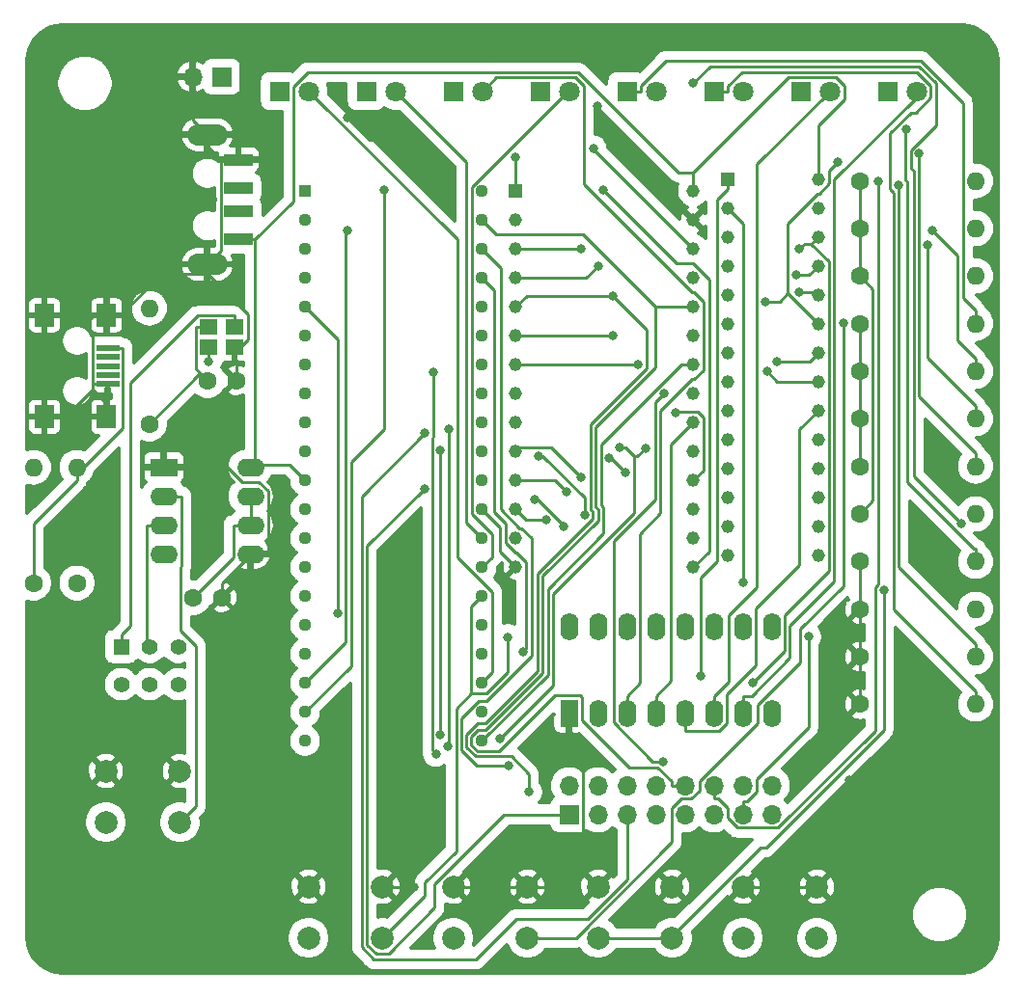
<source format=gbr>
G04 #@! TF.GenerationSoftware,KiCad,Pcbnew,(5.1.0-0)*
G04 #@! TF.CreationDate,2020-02-04T17:27:52+00:00*
G04 #@! TF.ProjectId,z80,7a38302e-6b69-4636-9164-5f7063625858,rev?*
G04 #@! TF.SameCoordinates,Original*
G04 #@! TF.FileFunction,Copper,L1,Top*
G04 #@! TF.FilePolarity,Positive*
%FSLAX46Y46*%
G04 Gerber Fmt 4.6, Leading zero omitted, Abs format (unit mm)*
G04 Created by KiCad (PCBNEW (5.1.0-0)) date 2020-02-04 17:27:52*
%MOMM*%
%LPD*%
G04 APERTURE LIST*
%ADD10C,1.600000*%
%ADD11O,1.600000X1.600000*%
%ADD12C,1.800000*%
%ADD13R,1.800000X1.800000*%
%ADD14R,1.160000X1.160000*%
%ADD15C,1.160000*%
%ADD16R,1.159000X1.159000*%
%ADD17C,1.159000*%
%ADD18C,2.000000*%
%ADD19R,2.000000X0.500000*%
%ADD20R,1.700000X2.000000*%
%ADD21R,2.500000X1.100000*%
%ADD22O,3.500000X1.900000*%
%ADD23R,1.700000X1.700000*%
%ADD24O,1.700000X1.700000*%
%ADD25R,1.130000X1.130000*%
%ADD26C,1.130000*%
%ADD27R,1.600000X2.400000*%
%ADD28O,1.600000X2.400000*%
%ADD29R,2.400000X1.600000*%
%ADD30O,2.400000X1.600000*%
%ADD31R,1.650000X1.350000*%
%ADD32R,1.400000X1.400000*%
%ADD33C,1.400000*%
%ADD34C,0.800000*%
%ADD35C,0.250000*%
%ADD36C,0.300000*%
G04 APERTURE END LIST*
D10*
X125770000Y-85090000D03*
X128270000Y-85090000D03*
X120650000Y-88900000D03*
D11*
X120650000Y-78740000D03*
D12*
X134620000Y-59690000D03*
D13*
X132080000Y-59690000D03*
X170180000Y-59690000D03*
D12*
X172720000Y-59690000D03*
D14*
X171375000Y-67395000D03*
D15*
X171375000Y-69935000D03*
X171375000Y-72475000D03*
X171375000Y-75015000D03*
X171375000Y-77555000D03*
X171375000Y-80095000D03*
X171375000Y-82635000D03*
X171375000Y-85175000D03*
X171375000Y-87715000D03*
X171375000Y-90255000D03*
X171375000Y-92795000D03*
X171375000Y-95335000D03*
X171375000Y-97875000D03*
X171375000Y-100415000D03*
X179315000Y-100415000D03*
X179315000Y-97875000D03*
X179315000Y-95335000D03*
X179315000Y-92795000D03*
X179315000Y-90255000D03*
X179315000Y-87715000D03*
X179315000Y-85175000D03*
X179315000Y-82635000D03*
X179315000Y-80095000D03*
X179315000Y-77555000D03*
X179315000Y-75015000D03*
X179315000Y-72475000D03*
X179315000Y-69935000D03*
X179315000Y-67395000D03*
D16*
X152793000Y-68474000D03*
D17*
X152793000Y-71014000D03*
X152793000Y-73554000D03*
X152793000Y-76094000D03*
X152793000Y-78634000D03*
X152793000Y-81174000D03*
X152793000Y-83714000D03*
X152793000Y-86254000D03*
X152793000Y-88794000D03*
X152793000Y-91334000D03*
X152793000Y-93874000D03*
X152793000Y-96414000D03*
X152793000Y-98954000D03*
X152793000Y-101494000D03*
X168351000Y-101494000D03*
X168351000Y-98954000D03*
X168351000Y-96414000D03*
X168351000Y-93874000D03*
X168351000Y-91334000D03*
X168351000Y-88794000D03*
X168351000Y-86254000D03*
X168351000Y-83714000D03*
X168351000Y-81174000D03*
X168351000Y-78634000D03*
X168351000Y-76094000D03*
X168351000Y-73554000D03*
X168351000Y-71014000D03*
X168351000Y-68474000D03*
D18*
X166520000Y-129540000D03*
X166520000Y-134040000D03*
X160020000Y-129540000D03*
X160020000Y-134040000D03*
D12*
X180340000Y-59690000D03*
D13*
X177800000Y-59690000D03*
X185420000Y-59690000D03*
D12*
X187960000Y-59690000D03*
X149860000Y-59690000D03*
D13*
X147320000Y-59690000D03*
D19*
X117000000Y-82220000D03*
X117000000Y-83020000D03*
X117000000Y-83820000D03*
X117000000Y-84620000D03*
X117000000Y-85420000D03*
D20*
X116900000Y-79370000D03*
X111450000Y-79370000D03*
X116900000Y-88270000D03*
X111450000Y-88270000D03*
D21*
X128480000Y-70200000D03*
X128480000Y-68200000D03*
X128480000Y-72700000D03*
X128480000Y-65700000D03*
D22*
X125730000Y-74900000D03*
X125730000Y-63500000D03*
D23*
X127000000Y-58420000D03*
D24*
X124460000Y-58420000D03*
D23*
X157480000Y-123190000D03*
D24*
X157480000Y-120650000D03*
X160020000Y-123190000D03*
X160020000Y-120650000D03*
X162560000Y-123190000D03*
X162560000Y-120650000D03*
X165100000Y-123190000D03*
X165100000Y-120650000D03*
X167640000Y-123190000D03*
X167640000Y-120650000D03*
X170180000Y-123190000D03*
X170180000Y-120650000D03*
X172720000Y-123190000D03*
X172720000Y-120650000D03*
X175260000Y-123190000D03*
X175260000Y-120650000D03*
D13*
X154940000Y-59690000D03*
D12*
X157480000Y-59690000D03*
D13*
X162560000Y-59690000D03*
D12*
X165100000Y-59690000D03*
D18*
X147320000Y-134040000D03*
X147320000Y-129540000D03*
X153820000Y-134040000D03*
X153820000Y-129540000D03*
D10*
X182975000Y-100983000D03*
D11*
X193135000Y-100983000D03*
X193135000Y-84274100D03*
D10*
X182975000Y-84274100D03*
D11*
X193135000Y-105160000D03*
D10*
X182975000Y-105160000D03*
D11*
X193135000Y-109338000D03*
D10*
X182975000Y-109338000D03*
D11*
X193135000Y-113515000D03*
D10*
X182975000Y-113515000D03*
X182975000Y-80096800D03*
D11*
X193135000Y-80096800D03*
X193135000Y-88451400D03*
D10*
X182975000Y-88451400D03*
X182975000Y-92628600D03*
D11*
X193135000Y-92628600D03*
D10*
X182975000Y-75919500D03*
D11*
X193135000Y-75919500D03*
D10*
X182975000Y-96805900D03*
D11*
X193135000Y-96805900D03*
D10*
X182975000Y-67565000D03*
D11*
X193135000Y-67565000D03*
X193135000Y-71742300D03*
D10*
X182975000Y-71742300D03*
D18*
X141120000Y-129540000D03*
X141120000Y-134040000D03*
X134620000Y-129540000D03*
X134620000Y-134040000D03*
D12*
X142240000Y-59690000D03*
D13*
X139700000Y-59690000D03*
D25*
X134317000Y-68475000D03*
D26*
X134317000Y-71015000D03*
X134317000Y-73555000D03*
X134317000Y-76095000D03*
X134317000Y-78635000D03*
X134317000Y-81175000D03*
X134317000Y-83715000D03*
X134317000Y-86255000D03*
X134317000Y-88795000D03*
X134317000Y-91335000D03*
X134317000Y-93875000D03*
X134317000Y-96415000D03*
X134317000Y-98955000D03*
X134317000Y-101495000D03*
X134317000Y-104035000D03*
X134317000Y-106575000D03*
X134317000Y-109115000D03*
X134317000Y-111655000D03*
X134317000Y-114195000D03*
X134317000Y-116735000D03*
X149813000Y-116735000D03*
X149813000Y-114195000D03*
X149813000Y-111655000D03*
X149813000Y-109115000D03*
X149813000Y-106575000D03*
X149813000Y-104035000D03*
X149813000Y-101495000D03*
X149813000Y-98955000D03*
X149813000Y-96415000D03*
X149813000Y-93875000D03*
X149813000Y-91335000D03*
X149813000Y-88795000D03*
X149813000Y-86255000D03*
X149813000Y-83715000D03*
X149813000Y-81175000D03*
X149813000Y-78635000D03*
X149813000Y-76095000D03*
X149813000Y-73555000D03*
X149813000Y-71015000D03*
X149813000Y-68475000D03*
D27*
X157480000Y-114300000D03*
D28*
X175260000Y-106680000D03*
X160020000Y-114300000D03*
X172720000Y-106680000D03*
X162560000Y-114300000D03*
X170180000Y-106680000D03*
X165100000Y-114300000D03*
X167640000Y-106680000D03*
X167640000Y-114300000D03*
X165100000Y-106680000D03*
X170180000Y-114300000D03*
X162560000Y-106680000D03*
X172720000Y-114300000D03*
X160020000Y-106680000D03*
X175260000Y-114300000D03*
X157480000Y-106680000D03*
D18*
X172720000Y-134040000D03*
X172720000Y-129540000D03*
X179220000Y-134040000D03*
X179220000Y-129540000D03*
D10*
X124500000Y-104140000D03*
X127000000Y-104140000D03*
D18*
X116840000Y-123880000D03*
X116840000Y-119380000D03*
X123340000Y-123880000D03*
X123340000Y-119380000D03*
D11*
X110490000Y-92710000D03*
D10*
X110490000Y-102870000D03*
X114300000Y-102870000D03*
D11*
X114300000Y-92710000D03*
D29*
X121920000Y-92710000D03*
D30*
X129540000Y-100330000D03*
X121920000Y-95250000D03*
X129540000Y-97790000D03*
X121920000Y-97790000D03*
X129540000Y-95250000D03*
X121920000Y-100330000D03*
X129540000Y-92710000D03*
D31*
X125875000Y-82155000D03*
X128125000Y-82155000D03*
X128125000Y-80405000D03*
X125875000Y-80405000D03*
D32*
X118190000Y-108460000D03*
D33*
X120690000Y-108460000D03*
X123190000Y-108460000D03*
X118190000Y-111760000D03*
X120690000Y-111760000D03*
X123190000Y-111760000D03*
D34*
X169054600Y-111072400D03*
X152793000Y-65476800D03*
X178461800Y-107564000D03*
X172772600Y-102859300D03*
X153438900Y-108958100D03*
X158548200Y-73554000D03*
X145797500Y-117871100D03*
X145589600Y-84334000D03*
X160024600Y-75015000D03*
X153968300Y-121218900D03*
X161341800Y-77664000D03*
X144839000Y-89737800D03*
X161331200Y-81174000D03*
X146832800Y-117194600D03*
X146896100Y-89391400D03*
X163544300Y-83714000D03*
X146186000Y-116226600D03*
X146186000Y-91213700D03*
X164199500Y-91027400D03*
X161945600Y-90963600D03*
X151411900Y-116494800D03*
X158511900Y-93560800D03*
X144779700Y-94608200D03*
X157234600Y-94873800D03*
X155464500Y-97312300D03*
X157033000Y-97875000D03*
X154493300Y-95509200D03*
X160456900Y-68345200D03*
X158839500Y-96901600D03*
X154776800Y-91690300D03*
X166788800Y-87934500D03*
X162443100Y-93165300D03*
X161013200Y-91869900D03*
X165758900Y-118531600D03*
X165783700Y-86254000D03*
X174819800Y-84266600D03*
X175728100Y-83389600D03*
X174654400Y-78143300D03*
X181040000Y-65904500D03*
X184577900Y-67576300D03*
X177616400Y-77358400D03*
X152176000Y-118920600D03*
X177435700Y-75830800D03*
X177663700Y-73554000D03*
X173622600Y-111631200D03*
X159600900Y-64714800D03*
X160000000Y-61000000D03*
X143000000Y-64000000D03*
X138000000Y-62000000D03*
X182059700Y-120192000D03*
X143878100Y-129540000D03*
X188193200Y-65158100D03*
X185072300Y-103535700D03*
X188877800Y-73174000D03*
X186385200Y-67899800D03*
X138058700Y-71921900D03*
X168347800Y-58979300D03*
X191851200Y-97657200D03*
X141208800Y-68343800D03*
X137158100Y-105525100D03*
X152116300Y-107608400D03*
X125875000Y-83431400D03*
X189330100Y-71875800D03*
X187036100Y-63004700D03*
X181508900Y-80074000D03*
D35*
X171375000Y-68300300D02*
X170469700Y-69205600D01*
X170469700Y-69205600D02*
X170469700Y-100983800D01*
X170469700Y-100983800D02*
X169054600Y-102398900D01*
X169054600Y-102398900D02*
X169054600Y-111072400D01*
X171375000Y-67395000D02*
X171375000Y-68300300D01*
X152793000Y-68474000D02*
X152793000Y-65476800D01*
X172720000Y-122014700D02*
X173087400Y-122014700D01*
X173087400Y-122014700D02*
X173895300Y-121206800D01*
X173895300Y-121206800D02*
X173895300Y-120114500D01*
X173895300Y-120114500D02*
X178461800Y-115548000D01*
X178461800Y-115548000D02*
X178461800Y-107564000D01*
X172720000Y-123190000D02*
X172720000Y-122014700D01*
X171375000Y-69935000D02*
X172772600Y-71332600D01*
X172772600Y-71332600D02*
X172772600Y-102859300D01*
X149813000Y-76095000D02*
X150918800Y-77200800D01*
X150918800Y-77200800D02*
X150918800Y-96678400D01*
X150918800Y-96678400D02*
X151888100Y-97647700D01*
X151888100Y-97647700D02*
X151888100Y-99345800D01*
X151888100Y-99345800D02*
X152766300Y-100224000D01*
X152766300Y-100224000D02*
X152882900Y-100224000D01*
X152882900Y-100224000D02*
X153718100Y-101059200D01*
X153718100Y-101059200D02*
X153718100Y-108678900D01*
X153718100Y-108678900D02*
X153438900Y-108958100D01*
X152793000Y-73554000D02*
X158548200Y-73554000D01*
X145797500Y-117871100D02*
X145460700Y-117534300D01*
X145460700Y-117534300D02*
X145460700Y-115926200D01*
X145460700Y-115926200D02*
X145520800Y-115866100D01*
X145520800Y-115866100D02*
X145520800Y-92791500D01*
X145520800Y-92791500D02*
X145439900Y-92710600D01*
X145439900Y-92710600D02*
X145439900Y-90162700D01*
X145439900Y-90162700D02*
X145589600Y-90013000D01*
X145589600Y-90013000D02*
X145589600Y-84334000D01*
X152793000Y-76094000D02*
X158945600Y-76094000D01*
X158945600Y-76094000D02*
X160024600Y-75015000D01*
X153968300Y-121218900D02*
X153968300Y-119687100D01*
X153968300Y-119687100D02*
X152383500Y-118102300D01*
X152383500Y-118102300D02*
X149275300Y-118102300D01*
X149275300Y-118102300D02*
X148458700Y-117285700D01*
X148458700Y-117285700D02*
X148458700Y-116182900D01*
X148458700Y-116182900D02*
X149459600Y-115182000D01*
X149459600Y-115182000D02*
X150106700Y-115182000D01*
X150106700Y-115182000D02*
X154702700Y-110586000D01*
X154702700Y-110586000D02*
X154702700Y-102064200D01*
X154702700Y-102064200D02*
X159564800Y-97202100D01*
X159564800Y-97202100D02*
X159564800Y-96601100D01*
X159564800Y-96601100D02*
X159380500Y-96416800D01*
X159380500Y-96416800D02*
X159380500Y-88967900D01*
X159380500Y-88967900D02*
X164284000Y-84064400D01*
X164284000Y-84064400D02*
X164284000Y-80606200D01*
X164284000Y-80606200D02*
X161341800Y-77664000D01*
X152793000Y-78634000D02*
X153763000Y-77664000D01*
X153763000Y-77664000D02*
X161341800Y-77664000D01*
X144839000Y-89737800D02*
X139280100Y-95296700D01*
X139280100Y-95296700D02*
X139280100Y-134852000D01*
X139280100Y-134852000D02*
X140335600Y-135907500D01*
X140335600Y-135907500D02*
X149327000Y-135907500D01*
X149327000Y-135907500D02*
X152847700Y-132386800D01*
X152847700Y-132386800D02*
X159075100Y-132386800D01*
X159075100Y-132386800D02*
X162560000Y-128901900D01*
X162560000Y-128901900D02*
X162560000Y-123190000D01*
X152793000Y-81174000D02*
X161331200Y-81174000D01*
X146832800Y-117194600D02*
X146950000Y-117077400D01*
X146950000Y-117077400D02*
X146950000Y-89445300D01*
X146950000Y-89445300D02*
X146896100Y-89391400D01*
X152793000Y-83714000D02*
X163544300Y-83714000D01*
X146186000Y-116226600D02*
X146186000Y-91213700D01*
X163198000Y-91763900D02*
X163463000Y-91763900D01*
X163463000Y-91763900D02*
X164199500Y-91027400D01*
X163198000Y-91763900D02*
X162397700Y-90963600D01*
X162397700Y-90963600D02*
X161945600Y-90963600D01*
X151411900Y-116494800D02*
X156053600Y-111853100D01*
X156053600Y-111853100D02*
X156053600Y-103878600D01*
X156053600Y-103878600D02*
X163198000Y-96734200D01*
X163198000Y-96734200D02*
X163198000Y-91763900D01*
X158511900Y-93560800D02*
X155884900Y-90933800D01*
X155884900Y-90933800D02*
X153193200Y-90933800D01*
X153193200Y-90933800D02*
X152793000Y-91334000D01*
X144779700Y-94608200D02*
X139746800Y-99641100D01*
X139746800Y-99641100D02*
X139746800Y-134617600D01*
X139746800Y-134617600D02*
X140534800Y-135405600D01*
X140534800Y-135405600D02*
X141638500Y-135405600D01*
X141638500Y-135405600D02*
X145683600Y-131360500D01*
X145683600Y-131360500D02*
X145683600Y-129295100D01*
X145683600Y-129295100D02*
X151788700Y-123190000D01*
X151788700Y-123190000D02*
X157480000Y-123190000D01*
X152793000Y-93874000D02*
X156234800Y-93874000D01*
X156234800Y-93874000D02*
X157234600Y-94873800D01*
X152793000Y-96414000D02*
X153691300Y-97312300D01*
X153691300Y-97312300D02*
X155464500Y-97312300D01*
X154493300Y-95509200D02*
X154695100Y-95509200D01*
X154695100Y-95509200D02*
X157033000Y-97847100D01*
X157033000Y-97847100D02*
X157033000Y-97875000D01*
X160456900Y-68345200D02*
X166935700Y-74824000D01*
X166935700Y-74824000D02*
X168379400Y-74824000D01*
X168379400Y-74824000D02*
X169766500Y-76211100D01*
X169766500Y-76211100D02*
X169766500Y-100078500D01*
X169766500Y-100078500D02*
X168351000Y-101494000D01*
X154776800Y-91690300D02*
X155163900Y-91690300D01*
X155163900Y-91690300D02*
X158839500Y-95365900D01*
X158839500Y-95365900D02*
X158839500Y-96901600D01*
X168351000Y-93874000D02*
X169255900Y-92969100D01*
X169255900Y-92969100D02*
X169255900Y-88326000D01*
X169255900Y-88326000D02*
X168782300Y-87852400D01*
X168782300Y-87852400D02*
X166870900Y-87852400D01*
X166870900Y-87852400D02*
X166788800Y-87934500D01*
X162443100Y-93165300D02*
X161147700Y-91869900D01*
X161147700Y-91869900D02*
X161013200Y-91869900D01*
X167640000Y-114300000D02*
X167640000Y-115825300D01*
X167640000Y-115825300D02*
X170649900Y-115825300D01*
X170649900Y-115825300D02*
X171305400Y-115169800D01*
X171305400Y-115169800D02*
X171305400Y-112642000D01*
X171305400Y-112642000D02*
X173845400Y-110102000D01*
X173845400Y-110102000D02*
X173845400Y-105141600D01*
X173845400Y-105141600D02*
X177680400Y-101306600D01*
X177680400Y-101306600D02*
X177680400Y-89349600D01*
X177680400Y-89349600D02*
X179315000Y-87715000D01*
X165758900Y-118531600D02*
X164800100Y-118531600D01*
X164800100Y-118531600D02*
X161386300Y-115117800D01*
X161386300Y-115117800D02*
X161386300Y-99182800D01*
X161386300Y-99182800D02*
X165042500Y-95526600D01*
X165042500Y-95526600D02*
X165042500Y-86995200D01*
X165042500Y-86995200D02*
X165783700Y-86254000D01*
X179315000Y-85175000D02*
X175728200Y-85175000D01*
X175728200Y-85175000D02*
X174819800Y-84266600D01*
X168351000Y-83714000D02*
X167285600Y-83714000D01*
X167285600Y-83714000D02*
X160281100Y-90718500D01*
X160281100Y-90718500D02*
X160281100Y-96043600D01*
X160281100Y-96043600D02*
X160465400Y-96227900D01*
X160465400Y-96227900D02*
X160465400Y-98521600D01*
X160465400Y-98521600D02*
X155603300Y-103383700D01*
X155603300Y-103383700D02*
X155603300Y-110959200D01*
X155603300Y-110959200D02*
X149827500Y-116735000D01*
X149827500Y-116735000D02*
X149813000Y-116735000D01*
X175728100Y-83389600D02*
X178560400Y-83389600D01*
X178560400Y-83389600D02*
X179315000Y-82635000D01*
X184577900Y-67576300D02*
X184577900Y-103004400D01*
X184577900Y-103004400D02*
X184347000Y-103235300D01*
X184347000Y-103235300D02*
X184347000Y-115836100D01*
X184347000Y-115836100D02*
X175817700Y-124365400D01*
X175817700Y-124365400D02*
X172214100Y-124365400D01*
X172214100Y-124365400D02*
X171355300Y-123506600D01*
X171355300Y-123506600D02*
X171355300Y-122633200D01*
X171355300Y-122633200D02*
X170547400Y-121825300D01*
X170547400Y-121825300D02*
X170180000Y-121825300D01*
X176658200Y-77438200D02*
X179315000Y-80095000D01*
X181040000Y-65904500D02*
X180267100Y-66677400D01*
X180267100Y-66677400D02*
X180267100Y-67803100D01*
X180267100Y-67803100D02*
X179405200Y-68665000D01*
X179405200Y-68665000D02*
X179280600Y-68665000D01*
X179280600Y-68665000D02*
X176658200Y-71287400D01*
X176658200Y-71287400D02*
X176658200Y-77438200D01*
X174654400Y-78143300D02*
X175953100Y-78143300D01*
X175953100Y-78143300D02*
X176658200Y-77438200D01*
X170180000Y-120650000D02*
X170180000Y-121825300D01*
X166464700Y-120650000D02*
X166464700Y-120299700D01*
X166464700Y-120299700D02*
X165202900Y-119037900D01*
X165202900Y-119037900D02*
X162726900Y-119037900D01*
X162726900Y-119037900D02*
X158605400Y-114916400D01*
X158605400Y-114916400D02*
X158605400Y-112919000D01*
X158605400Y-112919000D02*
X158430100Y-112743700D01*
X158430100Y-112743700D02*
X156253200Y-112743700D01*
X156253200Y-112743700D02*
X151361200Y-117635700D01*
X151361200Y-117635700D02*
X149448800Y-117635700D01*
X149448800Y-117635700D02*
X148909000Y-117095900D01*
X148909000Y-117095900D02*
X148909000Y-116379700D01*
X148909000Y-116379700D02*
X149497100Y-115791600D01*
X149497100Y-115791600D02*
X150134000Y-115791600D01*
X150134000Y-115791600D02*
X155153000Y-110772600D01*
X155153000Y-110772600D02*
X155153000Y-102250800D01*
X155153000Y-102250800D02*
X160015100Y-97388700D01*
X160015100Y-97388700D02*
X160015100Y-96414500D01*
X160015100Y-96414500D02*
X159830800Y-96230200D01*
X159830800Y-96230200D02*
X159830800Y-89154500D01*
X159830800Y-89154500D02*
X165009200Y-83976100D01*
X165009200Y-83976100D02*
X165009200Y-78634000D01*
X149813000Y-71015000D02*
X151082000Y-72284000D01*
X151082000Y-72284000D02*
X158659200Y-72284000D01*
X158659200Y-72284000D02*
X165009200Y-78634000D01*
X165009200Y-78634000D02*
X168351000Y-78634000D01*
X167640000Y-120650000D02*
X166464700Y-120650000D01*
X177616400Y-77358400D02*
X179118400Y-77358400D01*
X179118400Y-77358400D02*
X179315000Y-77555000D01*
X152176000Y-118920600D02*
X152176000Y-118920500D01*
X152176000Y-118920500D02*
X149383100Y-118920500D01*
X149383100Y-118920500D02*
X148008400Y-117545800D01*
X148008400Y-117545800D02*
X148008400Y-114724200D01*
X148008400Y-114724200D02*
X149519700Y-113212900D01*
X149519700Y-113212900D02*
X150212400Y-113212900D01*
X150212400Y-113212900D02*
X154168400Y-109256900D01*
X154168400Y-109256900D02*
X154168400Y-98929900D01*
X154168400Y-98929900D02*
X153280600Y-98042100D01*
X153280600Y-98042100D02*
X153141400Y-98042100D01*
X153141400Y-98042100D02*
X151464000Y-96364700D01*
X151464000Y-96364700D02*
X151464000Y-75206000D01*
X151464000Y-75206000D02*
X149813000Y-73555000D01*
X177435700Y-75830800D02*
X178499200Y-75830800D01*
X178499200Y-75830800D02*
X179315000Y-75015000D01*
X178698100Y-73091900D02*
X178125800Y-73091900D01*
X178125800Y-73091900D02*
X177663700Y-73554000D01*
X178698100Y-73091900D02*
X179315000Y-72475000D01*
X173622600Y-111631200D02*
X176385400Y-108868400D01*
X176385400Y-108868400D02*
X176385400Y-105708500D01*
X176385400Y-105708500D02*
X180267200Y-101826700D01*
X180267200Y-101826700D02*
X180267200Y-74661000D01*
X180267200Y-74661000D02*
X178698100Y-73091900D01*
X168351000Y-73554000D02*
X159600900Y-64803900D01*
X159600900Y-64803900D02*
X159600900Y-64714800D01*
X129942700Y-92508600D02*
X132950600Y-92508600D01*
X132950600Y-92508600D02*
X134317000Y-93875000D01*
X129540000Y-92710000D02*
X129741400Y-92508600D01*
X129741400Y-92508600D02*
X129942700Y-92508600D01*
X129942700Y-92508600D02*
X129942700Y-72700000D01*
X168351000Y-66849500D02*
X168351000Y-68474000D01*
X179315000Y-67395000D02*
X179315000Y-62715200D01*
X179315000Y-62715200D02*
X181612100Y-60418100D01*
X181612100Y-60418100D02*
X181612100Y-59229000D01*
X181612100Y-59229000D02*
X180847700Y-58464600D01*
X180847700Y-58464600D02*
X176735900Y-58464600D01*
X176735900Y-58464600D02*
X168351000Y-66849500D01*
X129942700Y-72700000D02*
X133305400Y-69337300D01*
X133305400Y-69337300D02*
X133305400Y-59271800D01*
X133305400Y-59271800D02*
X134567100Y-58010100D01*
X134567100Y-58010100D02*
X158249700Y-58010100D01*
X158249700Y-58010100D02*
X167089100Y-66849500D01*
X167089100Y-66849500D02*
X168351000Y-66849500D01*
X128480000Y-72700000D02*
X129942700Y-72700000D01*
X182975000Y-75919500D02*
X184127500Y-77072000D01*
X184127500Y-77072000D02*
X184127500Y-95653400D01*
X184127500Y-95653400D02*
X182975000Y-96805900D01*
X182975000Y-71742300D02*
X182975000Y-75919500D01*
X124724700Y-80405000D02*
X124724700Y-84044700D01*
X124724700Y-84044700D02*
X125115000Y-84435000D01*
X125115000Y-84435000D02*
X125770000Y-85090000D01*
X120650000Y-88900000D02*
X125115000Y-84435000D01*
X125875000Y-80405000D02*
X124724700Y-80405000D01*
X117000000Y-82220000D02*
X118325300Y-82220000D01*
X114300000Y-93272600D02*
X118325300Y-89247300D01*
X118325300Y-89247300D02*
X118325300Y-82220000D01*
X114300000Y-93272600D02*
X114300000Y-93835300D01*
X114300000Y-92710000D02*
X114300000Y-93272600D01*
X114300000Y-93835300D02*
X110490000Y-97645300D01*
X110490000Y-97645300D02*
X110490000Y-102870000D01*
X182975000Y-67565000D02*
X182975000Y-71742300D01*
X165100000Y-112774700D02*
X166393400Y-111481300D01*
X166393400Y-111481300D02*
X166393400Y-90751600D01*
X166393400Y-90751600D02*
X168351000Y-88794000D01*
X165100000Y-114300000D02*
X165100000Y-112774700D01*
X143000000Y-64000000D02*
X140000000Y-64000000D01*
X140000000Y-64000000D02*
X138000000Y-62000000D01*
X138000000Y-62000000D02*
X138000000Y-62000000D01*
X172720000Y-129540000D02*
X179220000Y-129540000D01*
X152793000Y-101494000D02*
X151434500Y-100135500D01*
X151434500Y-100135500D02*
X151434500Y-98036500D01*
X151434500Y-98036500D02*
X149813000Y-96415000D01*
X179220000Y-129540000D02*
X182059700Y-126700300D01*
X182059700Y-126700300D02*
X182059700Y-120192000D01*
X157480000Y-115825300D02*
X158655400Y-117000700D01*
X158655400Y-117000700D02*
X158655400Y-128175400D01*
X141120000Y-129540000D02*
X143878100Y-129540000D01*
X158655400Y-128175400D02*
X160020000Y-129540000D01*
X153820000Y-129540000D02*
X157290800Y-129540000D01*
X157290800Y-129540000D02*
X158655400Y-128175400D01*
X147320000Y-129540000D02*
X153820000Y-129540000D01*
X125730000Y-75705900D02*
X121739400Y-75705900D01*
X121739400Y-75705900D02*
X118075300Y-79370000D01*
X125730000Y-74900000D02*
X125730000Y-75705900D01*
X128125000Y-82655100D02*
X129275400Y-81504700D01*
X129275400Y-81504700D02*
X129275400Y-79251300D01*
X129275400Y-79251300D02*
X125730000Y-75705900D01*
X128125000Y-82655100D02*
X128125000Y-83155300D01*
X128125000Y-82155000D02*
X128125000Y-82655100D01*
X128125000Y-83155300D02*
X128270000Y-83300300D01*
X128270000Y-83300300D02*
X128270000Y-85090000D01*
X115674700Y-85912200D02*
X116707200Y-86944700D01*
X116707200Y-86944700D02*
X116900000Y-86944700D01*
X115674700Y-85420000D02*
X115674700Y-85912200D01*
X115674700Y-85912200D02*
X113316900Y-88270000D01*
X113316900Y-88270000D02*
X111450000Y-88270000D01*
X182975000Y-88451400D02*
X182975000Y-84274100D01*
X182975000Y-80096800D02*
X182975000Y-84274100D01*
X129540000Y-100330000D02*
X131065300Y-100330000D01*
X127297600Y-92459700D02*
X127297600Y-86062400D01*
X127297600Y-86062400D02*
X128270000Y-85090000D01*
X131065300Y-100330000D02*
X131065300Y-94770800D01*
X131065300Y-94770800D02*
X130274500Y-93980000D01*
X130274500Y-93980000D02*
X128817900Y-93980000D01*
X128817900Y-93980000D02*
X127297600Y-92459700D01*
X127297600Y-92459700D02*
X123695600Y-92459700D01*
X123695600Y-92459700D02*
X123445300Y-92710000D01*
X127000000Y-104140000D02*
X127000000Y-102870000D01*
X127000000Y-102870000D02*
X129540000Y-100330000D01*
X121920000Y-92710000D02*
X123445300Y-92710000D01*
X114882400Y-80212300D02*
X114040100Y-79370000D01*
X114040100Y-79370000D02*
X112625300Y-79370000D01*
X115674700Y-85420000D02*
X115674700Y-81004600D01*
X115674700Y-81004600D02*
X114882400Y-80212300D01*
X114882400Y-80212300D02*
X115724700Y-79370000D01*
X116900000Y-79370000D02*
X115724700Y-79370000D01*
X116900000Y-79370000D02*
X118075300Y-79370000D01*
X111450000Y-79370000D02*
X112625300Y-79370000D01*
X117000000Y-85420000D02*
X115674700Y-85420000D01*
X116900000Y-88270000D02*
X116900000Y-86944700D01*
X126904700Y-65700000D02*
X126904700Y-73725300D01*
X126904700Y-73725300D02*
X125730000Y-74900000D01*
X125730000Y-63500000D02*
X125730000Y-64525300D01*
X125730000Y-64525300D02*
X126904700Y-65700000D01*
X124460000Y-58420000D02*
X124460000Y-62230000D01*
X124460000Y-62230000D02*
X125730000Y-63500000D01*
X128480000Y-65700000D02*
X126904700Y-65700000D01*
X182975000Y-105160000D02*
X182975000Y-100983000D01*
X182975000Y-109338000D02*
X182975000Y-105160000D01*
X182975000Y-113515000D02*
X182975000Y-109338000D01*
X182975000Y-88451400D02*
X182975000Y-92628600D01*
X157480000Y-114300000D02*
X157480000Y-115825300D01*
X121920000Y-97790000D02*
X120394700Y-97790000D01*
X120690000Y-108460000D02*
X120394700Y-108164700D01*
X120394700Y-108164700D02*
X120394700Y-97790000D01*
X193135000Y-91503300D02*
X188152400Y-86520700D01*
X188152400Y-86520700D02*
X188152400Y-65198900D01*
X188152400Y-65198900D02*
X188193200Y-65158100D01*
X193135000Y-92628600D02*
X193135000Y-91503300D01*
X166520000Y-134040000D02*
X166520000Y-133852300D01*
X166520000Y-133852300D02*
X174286300Y-126086000D01*
X174286300Y-126086000D02*
X174734000Y-126086000D01*
X174734000Y-126086000D02*
X185072300Y-115747700D01*
X185072300Y-115747700D02*
X185072300Y-103535700D01*
X160020000Y-134040000D02*
X166520000Y-134040000D01*
X193135000Y-87326100D02*
X188877800Y-83068900D01*
X188877800Y-83068900D02*
X188877800Y-73174000D01*
X193135000Y-88451400D02*
X193135000Y-87326100D01*
X193135000Y-80096800D02*
X193135000Y-78971500D01*
X162560000Y-59690000D02*
X163785300Y-59690000D01*
X163785300Y-59690000D02*
X163785300Y-59230500D01*
X163785300Y-59230500D02*
X165975500Y-57040300D01*
X165975500Y-57040300D02*
X188323100Y-57040300D01*
X188323100Y-57040300D02*
X192009700Y-60726900D01*
X192009700Y-60726900D02*
X192009700Y-77846200D01*
X192009700Y-77846200D02*
X193135000Y-78971500D01*
X193135000Y-108212700D02*
X186385200Y-101462900D01*
X186385200Y-101462900D02*
X186385200Y-67899800D01*
X193135000Y-109338000D02*
X193135000Y-108212700D01*
X134620000Y-59690000D02*
X147645000Y-72715000D01*
X147645000Y-72715000D02*
X147645000Y-100586400D01*
X147645000Y-100586400D02*
X150752000Y-103693400D01*
X150752000Y-103693400D02*
X150752000Y-110716000D01*
X150752000Y-110716000D02*
X149813000Y-111655000D01*
X170180000Y-59690000D02*
X171405300Y-59690000D01*
X193135000Y-113515000D02*
X193135000Y-112389700D01*
X193135000Y-112389700D02*
X185934800Y-105189500D01*
X185934800Y-105189500D02*
X185934800Y-68587400D01*
X185934800Y-68587400D02*
X185628000Y-68280600D01*
X185628000Y-68280600D02*
X185628000Y-63386800D01*
X185628000Y-63386800D02*
X187445200Y-61569600D01*
X187445200Y-61569600D02*
X187880400Y-61569600D01*
X187880400Y-61569600D02*
X189194700Y-60255300D01*
X189194700Y-60255300D02*
X189194700Y-59191600D01*
X189194700Y-59191600D02*
X188000600Y-57997500D01*
X188000600Y-57997500D02*
X172638300Y-57997500D01*
X172638300Y-57997500D02*
X171405300Y-59230500D01*
X171405300Y-59230500D02*
X171405300Y-59690000D01*
X138058700Y-71921900D02*
X137883500Y-72097100D01*
X137883500Y-72097100D02*
X137883500Y-108088500D01*
X137883500Y-108088500D02*
X134317000Y-111655000D01*
X180340000Y-59690000D02*
X173929100Y-66100900D01*
X173929100Y-66100900D02*
X173929100Y-103234200D01*
X173929100Y-103234200D02*
X171450000Y-105713300D01*
X171450000Y-105713300D02*
X171450000Y-111504700D01*
X171450000Y-111504700D02*
X170180000Y-112774700D01*
X170180000Y-114300000D02*
X170180000Y-112774700D01*
X187960000Y-59690000D02*
X187960000Y-60210800D01*
X187960000Y-60210800D02*
X180717600Y-67453200D01*
X180717600Y-67453200D02*
X180717600Y-102722800D01*
X180717600Y-102722800D02*
X176835800Y-106604600D01*
X176835800Y-106604600D02*
X176835800Y-109443800D01*
X176835800Y-109443800D02*
X173504900Y-112774700D01*
X173504900Y-112774700D02*
X172720000Y-112774700D01*
X172720000Y-114300000D02*
X172720000Y-112774700D01*
X162560000Y-112774700D02*
X163685400Y-111649300D01*
X163685400Y-111649300D02*
X163685400Y-98563100D01*
X163685400Y-98563100D02*
X165492900Y-96755600D01*
X165492900Y-96755600D02*
X165492900Y-87740000D01*
X165492900Y-87740000D02*
X168248900Y-84984000D01*
X168248900Y-84984000D02*
X168436100Y-84984000D01*
X168436100Y-84984000D02*
X169262900Y-84157200D01*
X169262900Y-84157200D02*
X169262900Y-78203400D01*
X169262900Y-78203400D02*
X168423900Y-77364400D01*
X168423900Y-77364400D02*
X168269800Y-77364400D01*
X168269800Y-77364400D02*
X158767700Y-67862300D01*
X158767700Y-67862300D02*
X158767700Y-59180100D01*
X158767700Y-59180100D02*
X158052200Y-58464600D01*
X158052200Y-58464600D02*
X151085400Y-58464600D01*
X151085400Y-58464600D02*
X149860000Y-59690000D01*
X162560000Y-114300000D02*
X162560000Y-112774700D01*
X191851200Y-97657200D02*
X187702000Y-93508000D01*
X187702000Y-93508000D02*
X187702000Y-66703600D01*
X187702000Y-66703600D02*
X187458400Y-66460000D01*
X187458400Y-66460000D02*
X187458400Y-64854900D01*
X187458400Y-64854900D02*
X189645100Y-62668200D01*
X189645100Y-62668200D02*
X189645100Y-59005000D01*
X189645100Y-59005000D02*
X188130800Y-57490700D01*
X188130800Y-57490700D02*
X169836400Y-57490700D01*
X169836400Y-57490700D02*
X168347800Y-58979300D01*
X149813000Y-101495000D02*
X150730800Y-100577200D01*
X150730800Y-100577200D02*
X150730800Y-98592100D01*
X150730800Y-98592100D02*
X148919000Y-96780300D01*
X148919000Y-96780300D02*
X148919000Y-68084700D01*
X148919000Y-68084700D02*
X157313700Y-59690000D01*
X157313700Y-59690000D02*
X157480000Y-59690000D01*
X141208800Y-68343800D02*
X141208800Y-89358700D01*
X141208800Y-89358700D02*
X138333800Y-92233700D01*
X138333800Y-92233700D02*
X138333800Y-110178200D01*
X138333800Y-110178200D02*
X134317000Y-114195000D01*
X149813000Y-98955000D02*
X148468600Y-97610600D01*
X148468600Y-97610600D02*
X148468600Y-65918600D01*
X148468600Y-65918600D02*
X142240000Y-59690000D01*
X134317000Y-78635000D02*
X137158100Y-81476100D01*
X137158100Y-81476100D02*
X137158100Y-105525100D01*
X148879800Y-112598500D02*
X147558100Y-113920200D01*
X147558100Y-113920200D02*
X147558100Y-126406200D01*
X147558100Y-126406200D02*
X144782900Y-129181400D01*
X144782900Y-129181400D02*
X144782900Y-130377100D01*
X144782900Y-130377100D02*
X141120000Y-134040000D01*
X148879800Y-112598500D02*
X150189900Y-112598500D01*
X150189900Y-112598500D02*
X152116300Y-110672100D01*
X152116300Y-110672100D02*
X152116300Y-107608400D01*
X149813000Y-104035000D02*
X148879800Y-104968200D01*
X148879800Y-104968200D02*
X148879800Y-112598500D01*
X125875000Y-83155300D02*
X125875000Y-83431400D01*
X125875000Y-82155000D02*
X125875000Y-83155300D01*
X193135000Y-84274100D02*
X193135000Y-83148800D01*
X193135000Y-83148800D02*
X191559300Y-81573100D01*
X191559300Y-81573100D02*
X191559300Y-74105000D01*
X191559300Y-74105000D02*
X189330100Y-71875800D01*
X193135000Y-99857700D02*
X192994300Y-99857700D01*
X192994300Y-99857700D02*
X187114200Y-93977600D01*
X187114200Y-93977600D02*
X187114200Y-67603000D01*
X187114200Y-67603000D02*
X186984100Y-67472900D01*
X186984100Y-67472900D02*
X186984100Y-63056700D01*
X186984100Y-63056700D02*
X187036100Y-63004700D01*
X193135000Y-100983000D02*
X193135000Y-99857700D01*
X153820000Y-134040000D02*
X158058800Y-134040000D01*
X158058800Y-134040000D02*
X166464600Y-125634200D01*
X166464600Y-125634200D02*
X166464600Y-122664400D01*
X166464600Y-122664400D02*
X167303600Y-121825400D01*
X167303600Y-121825400D02*
X168165600Y-121825400D01*
X168165600Y-121825400D02*
X168910000Y-121081000D01*
X168910000Y-121081000D02*
X168910000Y-120220600D01*
X168910000Y-120220600D02*
X173990000Y-115140600D01*
X173990000Y-115140600D02*
X173990000Y-113578400D01*
X173990000Y-113578400D02*
X177736400Y-109832000D01*
X177736400Y-109832000D02*
X177736400Y-106909500D01*
X177736400Y-106909500D02*
X181508900Y-103137000D01*
X181508900Y-103137000D02*
X181508900Y-80074000D01*
X129540000Y-97790000D02*
X128014700Y-97790000D01*
X128014700Y-97790000D02*
X128014700Y-100625300D01*
X128014700Y-100625300D02*
X124500000Y-104140000D01*
X129540000Y-95250000D02*
X129540000Y-97790000D01*
X121920000Y-95250000D02*
X123445300Y-95250000D01*
X123445300Y-95250000D02*
X123445300Y-101384700D01*
X123445300Y-101384700D02*
X123374600Y-101455400D01*
X123374600Y-101455400D02*
X123374600Y-107051800D01*
X123374600Y-107051800D02*
X124748300Y-108425500D01*
X124748300Y-108425500D02*
X124748300Y-122471700D01*
X124748300Y-122471700D02*
X123340000Y-123880000D01*
X128125000Y-80405000D02*
X128125000Y-79404700D01*
X118190000Y-108460000D02*
X118190000Y-107434700D01*
X118190000Y-107434700D02*
X118990800Y-106633900D01*
X118990800Y-106633900D02*
X118990800Y-85322600D01*
X118990800Y-85322600D02*
X124908700Y-79404700D01*
X124908700Y-79404700D02*
X128125000Y-79404700D01*
D36*
G36*
X192596409Y-53987914D02*
G01*
X193170102Y-54161122D01*
X193699224Y-54442462D01*
X194163625Y-54821218D01*
X194545612Y-55282961D01*
X194830640Y-55810108D01*
X195007848Y-56382577D01*
X195075000Y-57021479D01*
X195075001Y-133954754D01*
X195012087Y-134596406D01*
X194838878Y-135170101D01*
X194557540Y-135699221D01*
X194178782Y-136163625D01*
X193717039Y-136545612D01*
X193189888Y-136830642D01*
X192617422Y-137007849D01*
X191978522Y-137075000D01*
X113045236Y-137075000D01*
X112403594Y-137012087D01*
X111829899Y-136838878D01*
X111300779Y-136557540D01*
X110836375Y-136178782D01*
X110454388Y-135717039D01*
X110169358Y-135189888D01*
X109992151Y-134617422D01*
X109925000Y-133978522D01*
X109925000Y-133852866D01*
X132720000Y-133852866D01*
X132720000Y-134227134D01*
X132793016Y-134594209D01*
X132936242Y-134939987D01*
X133144174Y-135251179D01*
X133408821Y-135515826D01*
X133720013Y-135723758D01*
X134065791Y-135866984D01*
X134432866Y-135940000D01*
X134807134Y-135940000D01*
X135174209Y-135866984D01*
X135519987Y-135723758D01*
X135831179Y-135515826D01*
X136095826Y-135251179D01*
X136303758Y-134939987D01*
X136446984Y-134594209D01*
X136520000Y-134227134D01*
X136520000Y-133852866D01*
X136446984Y-133485791D01*
X136303758Y-133140013D01*
X136095826Y-132828821D01*
X135831179Y-132564174D01*
X135519987Y-132356242D01*
X135174209Y-132213016D01*
X134807134Y-132140000D01*
X134432866Y-132140000D01*
X134065791Y-132213016D01*
X133720013Y-132356242D01*
X133408821Y-132564174D01*
X133144174Y-132828821D01*
X132936242Y-133140013D01*
X132793016Y-133485791D01*
X132720000Y-133852866D01*
X109925000Y-133852866D01*
X109925000Y-130672726D01*
X133634353Y-130672726D01*
X133726785Y-130946341D01*
X134018311Y-131093577D01*
X134332960Y-131181109D01*
X134658640Y-131205574D01*
X134982835Y-131166032D01*
X135293086Y-131064002D01*
X135513215Y-130946341D01*
X135605647Y-130672726D01*
X134620000Y-129687078D01*
X133634353Y-130672726D01*
X109925000Y-130672726D01*
X109925000Y-129578640D01*
X132954426Y-129578640D01*
X132993968Y-129902835D01*
X133095998Y-130213086D01*
X133213659Y-130433215D01*
X133487274Y-130525647D01*
X134472922Y-129540000D01*
X134767078Y-129540000D01*
X135752726Y-130525647D01*
X136026341Y-130433215D01*
X136173577Y-130141689D01*
X136261109Y-129827040D01*
X136285574Y-129501360D01*
X136246032Y-129177165D01*
X136144002Y-128866914D01*
X136026341Y-128646785D01*
X135752726Y-128554353D01*
X134767078Y-129540000D01*
X134472922Y-129540000D01*
X133487274Y-128554353D01*
X133213659Y-128646785D01*
X133066423Y-128938311D01*
X132978891Y-129252960D01*
X132954426Y-129578640D01*
X109925000Y-129578640D01*
X109925000Y-128407274D01*
X133634353Y-128407274D01*
X134620000Y-129392922D01*
X135605647Y-128407274D01*
X135513215Y-128133659D01*
X135221689Y-127986423D01*
X134907040Y-127898891D01*
X134581360Y-127874426D01*
X134257165Y-127913968D01*
X133946914Y-128015998D01*
X133726785Y-128133659D01*
X133634353Y-128407274D01*
X109925000Y-128407274D01*
X109925000Y-123692866D01*
X114940000Y-123692866D01*
X114940000Y-124067134D01*
X115013016Y-124434209D01*
X115156242Y-124779987D01*
X115364174Y-125091179D01*
X115628821Y-125355826D01*
X115940013Y-125563758D01*
X116285791Y-125706984D01*
X116652866Y-125780000D01*
X117027134Y-125780000D01*
X117394209Y-125706984D01*
X117739987Y-125563758D01*
X118051179Y-125355826D01*
X118315826Y-125091179D01*
X118523758Y-124779987D01*
X118666984Y-124434209D01*
X118740000Y-124067134D01*
X118740000Y-123692866D01*
X118666984Y-123325791D01*
X118523758Y-122980013D01*
X118315826Y-122668821D01*
X118051179Y-122404174D01*
X117739987Y-122196242D01*
X117394209Y-122053016D01*
X117027134Y-121980000D01*
X116652866Y-121980000D01*
X116285791Y-122053016D01*
X115940013Y-122196242D01*
X115628821Y-122404174D01*
X115364174Y-122668821D01*
X115156242Y-122980013D01*
X115013016Y-123325791D01*
X114940000Y-123692866D01*
X109925000Y-123692866D01*
X109925000Y-120512726D01*
X115854353Y-120512726D01*
X115946785Y-120786341D01*
X116238311Y-120933577D01*
X116552960Y-121021109D01*
X116878640Y-121045574D01*
X117202835Y-121006032D01*
X117513086Y-120904002D01*
X117733215Y-120786341D01*
X117825647Y-120512726D01*
X116840000Y-119527078D01*
X115854353Y-120512726D01*
X109925000Y-120512726D01*
X109925000Y-119418640D01*
X115174426Y-119418640D01*
X115213968Y-119742835D01*
X115315998Y-120053086D01*
X115433659Y-120273215D01*
X115707274Y-120365647D01*
X116692922Y-119380000D01*
X116987078Y-119380000D01*
X117972726Y-120365647D01*
X118246341Y-120273215D01*
X118393577Y-119981689D01*
X118481109Y-119667040D01*
X118499768Y-119418640D01*
X121674426Y-119418640D01*
X121713968Y-119742835D01*
X121815998Y-120053086D01*
X121933659Y-120273215D01*
X122207274Y-120365647D01*
X123192922Y-119380000D01*
X122207274Y-118394353D01*
X121933659Y-118486785D01*
X121786423Y-118778311D01*
X121698891Y-119092960D01*
X121674426Y-119418640D01*
X118499768Y-119418640D01*
X118505574Y-119341360D01*
X118466032Y-119017165D01*
X118364002Y-118706914D01*
X118246341Y-118486785D01*
X117972726Y-118394353D01*
X116987078Y-119380000D01*
X116692922Y-119380000D01*
X115707274Y-118394353D01*
X115433659Y-118486785D01*
X115286423Y-118778311D01*
X115198891Y-119092960D01*
X115174426Y-119418640D01*
X109925000Y-119418640D01*
X109925000Y-118247274D01*
X115854353Y-118247274D01*
X116840000Y-119232922D01*
X117825647Y-118247274D01*
X117733215Y-117973659D01*
X117441689Y-117826423D01*
X117127040Y-117738891D01*
X116801360Y-117714426D01*
X116477165Y-117753968D01*
X116166914Y-117855998D01*
X115946785Y-117973659D01*
X115854353Y-118247274D01*
X109925000Y-118247274D01*
X109925000Y-104476036D01*
X109994128Y-104504670D01*
X110322565Y-104570000D01*
X110657435Y-104570000D01*
X110985872Y-104504670D01*
X111295252Y-104376521D01*
X111573687Y-104190477D01*
X111810477Y-103953687D01*
X111996521Y-103675252D01*
X112124670Y-103365872D01*
X112190000Y-103037435D01*
X112190000Y-102702565D01*
X112600000Y-102702565D01*
X112600000Y-103037435D01*
X112665330Y-103365872D01*
X112793479Y-103675252D01*
X112979523Y-103953687D01*
X113216313Y-104190477D01*
X113494748Y-104376521D01*
X113804128Y-104504670D01*
X114132565Y-104570000D01*
X114467435Y-104570000D01*
X114795872Y-104504670D01*
X115105252Y-104376521D01*
X115383687Y-104190477D01*
X115620477Y-103953687D01*
X115806521Y-103675252D01*
X115934670Y-103365872D01*
X116000000Y-103037435D01*
X116000000Y-102702565D01*
X115934670Y-102374128D01*
X115806521Y-102064748D01*
X115620477Y-101786313D01*
X115383687Y-101549523D01*
X115105252Y-101363479D01*
X114795872Y-101235330D01*
X114467435Y-101170000D01*
X114132565Y-101170000D01*
X113804128Y-101235330D01*
X113494748Y-101363479D01*
X113216313Y-101549523D01*
X112979523Y-101786313D01*
X112793479Y-102064748D01*
X112665330Y-102374128D01*
X112600000Y-102702565D01*
X112190000Y-102702565D01*
X112124670Y-102374128D01*
X111996521Y-102064748D01*
X111810477Y-101786313D01*
X111573687Y-101549523D01*
X111515000Y-101510310D01*
X111515000Y-98069867D01*
X114989181Y-94595688D01*
X115028291Y-94563591D01*
X115084908Y-94494604D01*
X115156380Y-94407515D01*
X115251558Y-94229449D01*
X115292424Y-94094732D01*
X115507897Y-93917897D01*
X115720337Y-93659039D01*
X115878194Y-93363709D01*
X115973875Y-93048293D01*
X117965801Y-91056368D01*
X117965800Y-106209332D01*
X117500824Y-106674309D01*
X117461710Y-106706409D01*
X117333621Y-106862485D01*
X117328790Y-106871524D01*
X117313569Y-106873023D01*
X117143919Y-106924486D01*
X116987568Y-107008057D01*
X116850525Y-107120525D01*
X116738057Y-107257568D01*
X116654486Y-107413919D01*
X116603023Y-107583569D01*
X116585646Y-107760000D01*
X116585646Y-109160000D01*
X116603023Y-109336431D01*
X116654486Y-109506081D01*
X116738057Y-109662432D01*
X116850525Y-109799475D01*
X116987568Y-109911943D01*
X117143919Y-109995514D01*
X117313569Y-110046977D01*
X117490000Y-110064354D01*
X118890000Y-110064354D01*
X119066431Y-110046977D01*
X119236081Y-109995514D01*
X119392432Y-109911943D01*
X119529475Y-109799475D01*
X119636420Y-109669162D01*
X119670059Y-109702801D01*
X119932116Y-109877902D01*
X120223297Y-109998513D01*
X120532414Y-110060000D01*
X120847586Y-110060000D01*
X121156703Y-109998513D01*
X121447884Y-109877902D01*
X121709941Y-109702801D01*
X121932801Y-109479941D01*
X121940000Y-109469167D01*
X121947199Y-109479941D01*
X122170059Y-109702801D01*
X122432116Y-109877902D01*
X122723297Y-109998513D01*
X123032414Y-110060000D01*
X123347586Y-110060000D01*
X123656703Y-109998513D01*
X123723300Y-109970928D01*
X123723300Y-110249072D01*
X123656703Y-110221487D01*
X123347586Y-110160000D01*
X123032414Y-110160000D01*
X122723297Y-110221487D01*
X122432116Y-110342098D01*
X122170059Y-110517199D01*
X121947199Y-110740059D01*
X121940000Y-110750833D01*
X121932801Y-110740059D01*
X121709941Y-110517199D01*
X121447884Y-110342098D01*
X121156703Y-110221487D01*
X120847586Y-110160000D01*
X120532414Y-110160000D01*
X120223297Y-110221487D01*
X119932116Y-110342098D01*
X119670059Y-110517199D01*
X119447199Y-110740059D01*
X119440000Y-110750833D01*
X119432801Y-110740059D01*
X119209941Y-110517199D01*
X118947884Y-110342098D01*
X118656703Y-110221487D01*
X118347586Y-110160000D01*
X118032414Y-110160000D01*
X117723297Y-110221487D01*
X117432116Y-110342098D01*
X117170059Y-110517199D01*
X116947199Y-110740059D01*
X116772098Y-111002116D01*
X116651487Y-111293297D01*
X116590000Y-111602414D01*
X116590000Y-111917586D01*
X116651487Y-112226703D01*
X116772098Y-112517884D01*
X116947199Y-112779941D01*
X117170059Y-113002801D01*
X117432116Y-113177902D01*
X117723297Y-113298513D01*
X118032414Y-113360000D01*
X118347586Y-113360000D01*
X118656703Y-113298513D01*
X118947884Y-113177902D01*
X119209941Y-113002801D01*
X119432801Y-112779941D01*
X119440000Y-112769167D01*
X119447199Y-112779941D01*
X119670059Y-113002801D01*
X119932116Y-113177902D01*
X120223297Y-113298513D01*
X120532414Y-113360000D01*
X120847586Y-113360000D01*
X121156703Y-113298513D01*
X121447884Y-113177902D01*
X121709941Y-113002801D01*
X121932801Y-112779941D01*
X121940000Y-112769167D01*
X121947199Y-112779941D01*
X122170059Y-113002801D01*
X122432116Y-113177902D01*
X122723297Y-113298513D01*
X123032414Y-113360000D01*
X123347586Y-113360000D01*
X123656703Y-113298513D01*
X123723300Y-113270928D01*
X123723301Y-117765670D01*
X123627040Y-117738891D01*
X123301360Y-117714426D01*
X122977165Y-117753968D01*
X122666914Y-117855998D01*
X122446785Y-117973659D01*
X122354353Y-118247274D01*
X123340000Y-119232922D01*
X123354143Y-119218780D01*
X123501221Y-119365858D01*
X123487078Y-119380000D01*
X123501221Y-119394143D01*
X123354143Y-119541221D01*
X123340000Y-119527078D01*
X122354353Y-120512726D01*
X122446785Y-120786341D01*
X122738311Y-120933577D01*
X123052960Y-121021109D01*
X123378640Y-121045574D01*
X123702835Y-121006032D01*
X123723301Y-120999302D01*
X123723301Y-122019020D01*
X123527134Y-121980000D01*
X123152866Y-121980000D01*
X122785791Y-122053016D01*
X122440013Y-122196242D01*
X122128821Y-122404174D01*
X121864174Y-122668821D01*
X121656242Y-122980013D01*
X121513016Y-123325791D01*
X121440000Y-123692866D01*
X121440000Y-124067134D01*
X121513016Y-124434209D01*
X121656242Y-124779987D01*
X121864174Y-125091179D01*
X122128821Y-125355826D01*
X122440013Y-125563758D01*
X122785791Y-125706984D01*
X123152866Y-125780000D01*
X123527134Y-125780000D01*
X123894209Y-125706984D01*
X124239987Y-125563758D01*
X124551179Y-125355826D01*
X124815826Y-125091179D01*
X125023758Y-124779987D01*
X125166984Y-124434209D01*
X125240000Y-124067134D01*
X125240000Y-123692866D01*
X125196316Y-123473253D01*
X125437481Y-123232088D01*
X125476591Y-123199991D01*
X125604680Y-123043915D01*
X125699858Y-122865848D01*
X125758469Y-122672635D01*
X125773300Y-122522051D01*
X125778259Y-122471700D01*
X125773300Y-122421349D01*
X125773300Y-108475842D01*
X125778258Y-108425499D01*
X125773300Y-108375156D01*
X125773300Y-108375149D01*
X125758469Y-108224565D01*
X125699858Y-108031352D01*
X125604680Y-107853285D01*
X125476591Y-107697209D01*
X125437481Y-107665112D01*
X124399600Y-106627233D01*
X124399600Y-105840000D01*
X124667435Y-105840000D01*
X124995872Y-105774670D01*
X125305252Y-105646521D01*
X125583687Y-105460477D01*
X125820477Y-105223687D01*
X125882926Y-105130225D01*
X126156853Y-105130225D01*
X126225173Y-105383394D01*
X126482635Y-105510664D01*
X126759980Y-105585260D01*
X127046547Y-105604315D01*
X127331327Y-105567098D01*
X127603374Y-105475038D01*
X127774827Y-105383394D01*
X127843147Y-105130225D01*
X127000000Y-104287078D01*
X126156853Y-105130225D01*
X125882926Y-105130225D01*
X125985566Y-104976614D01*
X126009775Y-104983147D01*
X126852922Y-104140000D01*
X127147078Y-104140000D01*
X127990225Y-104983147D01*
X128243394Y-104914827D01*
X128370664Y-104657365D01*
X128445260Y-104380020D01*
X128464315Y-104093453D01*
X128427098Y-103808673D01*
X128335038Y-103536626D01*
X128243394Y-103365173D01*
X127990225Y-103296853D01*
X127147078Y-104140000D01*
X126852922Y-104140000D01*
X126838780Y-104125858D01*
X126985858Y-103978780D01*
X127000000Y-103992922D01*
X127843147Y-103149775D01*
X127774827Y-102896606D01*
X127517365Y-102769336D01*
X127362016Y-102727553D01*
X128465341Y-101624228D01*
X128485964Y-101637218D01*
X128753557Y-101739696D01*
X129036000Y-101788000D01*
X129436000Y-101788000D01*
X129436000Y-100434000D01*
X129644000Y-100434000D01*
X129644000Y-101788000D01*
X130044000Y-101788000D01*
X130326443Y-101739696D01*
X130594036Y-101637218D01*
X130836494Y-101484504D01*
X131044501Y-101287423D01*
X131210062Y-101053549D01*
X131326816Y-100791869D01*
X131360112Y-100660220D01*
X131229312Y-100434000D01*
X129644000Y-100434000D01*
X129436000Y-100434000D01*
X129416000Y-100434000D01*
X129416000Y-100226000D01*
X129436000Y-100226000D01*
X129436000Y-100206000D01*
X129644000Y-100206000D01*
X129644000Y-100226000D01*
X131229312Y-100226000D01*
X131360112Y-99999780D01*
X131326816Y-99868131D01*
X131210062Y-99606451D01*
X131044501Y-99372577D01*
X130878955Y-99215727D01*
X130889039Y-99210337D01*
X131147897Y-98997897D01*
X131360337Y-98739039D01*
X131518194Y-98443709D01*
X131615402Y-98123258D01*
X131648225Y-97790000D01*
X131615402Y-97456742D01*
X131518194Y-97136291D01*
X131360337Y-96840961D01*
X131147897Y-96582103D01*
X131072225Y-96520000D01*
X131147897Y-96457897D01*
X131360337Y-96199039D01*
X131518194Y-95903709D01*
X131615402Y-95583258D01*
X131648225Y-95250000D01*
X131615402Y-94916742D01*
X131518194Y-94596291D01*
X131360337Y-94300961D01*
X131147897Y-94042103D01*
X131072225Y-93980000D01*
X131147897Y-93917897D01*
X131360337Y-93659039D01*
X131427385Y-93533600D01*
X132526033Y-93533600D01*
X132852000Y-93859568D01*
X132852000Y-94019290D01*
X132908299Y-94302325D01*
X133018733Y-94568938D01*
X133179060Y-94808883D01*
X133383117Y-95012940D01*
X133580758Y-95145000D01*
X133383117Y-95277060D01*
X133179060Y-95481117D01*
X133018733Y-95721062D01*
X132908299Y-95987675D01*
X132852000Y-96270710D01*
X132852000Y-96559290D01*
X132908299Y-96842325D01*
X133018733Y-97108938D01*
X133179060Y-97348883D01*
X133383117Y-97552940D01*
X133580758Y-97685000D01*
X133383117Y-97817060D01*
X133179060Y-98021117D01*
X133018733Y-98261062D01*
X132908299Y-98527675D01*
X132852000Y-98810710D01*
X132852000Y-99099290D01*
X132908299Y-99382325D01*
X133018733Y-99648938D01*
X133179060Y-99888883D01*
X133383117Y-100092940D01*
X133580758Y-100225000D01*
X133383117Y-100357060D01*
X133179060Y-100561117D01*
X133018733Y-100801062D01*
X132908299Y-101067675D01*
X132852000Y-101350710D01*
X132852000Y-101639290D01*
X132908299Y-101922325D01*
X133018733Y-102188938D01*
X133179060Y-102428883D01*
X133383117Y-102632940D01*
X133580758Y-102765000D01*
X133383117Y-102897060D01*
X133179060Y-103101117D01*
X133018733Y-103341062D01*
X132908299Y-103607675D01*
X132852000Y-103890710D01*
X132852000Y-104179290D01*
X132908299Y-104462325D01*
X133018733Y-104728938D01*
X133179060Y-104968883D01*
X133383117Y-105172940D01*
X133580758Y-105305000D01*
X133383117Y-105437060D01*
X133179060Y-105641117D01*
X133018733Y-105881062D01*
X132908299Y-106147675D01*
X132852000Y-106430710D01*
X132852000Y-106719290D01*
X132908299Y-107002325D01*
X133018733Y-107268938D01*
X133179060Y-107508883D01*
X133383117Y-107712940D01*
X133580758Y-107845000D01*
X133383117Y-107977060D01*
X133179060Y-108181117D01*
X133018733Y-108421062D01*
X132908299Y-108687675D01*
X132852000Y-108970710D01*
X132852000Y-109259290D01*
X132908299Y-109542325D01*
X133018733Y-109808938D01*
X133179060Y-110048883D01*
X133383117Y-110252940D01*
X133580758Y-110385000D01*
X133383117Y-110517060D01*
X133179060Y-110721117D01*
X133018733Y-110961062D01*
X132908299Y-111227675D01*
X132852000Y-111510710D01*
X132852000Y-111799290D01*
X132908299Y-112082325D01*
X133018733Y-112348938D01*
X133179060Y-112588883D01*
X133383117Y-112792940D01*
X133580758Y-112925000D01*
X133383117Y-113057060D01*
X133179060Y-113261117D01*
X133018733Y-113501062D01*
X132908299Y-113767675D01*
X132852000Y-114050710D01*
X132852000Y-114339290D01*
X132908299Y-114622325D01*
X133018733Y-114888938D01*
X133179060Y-115128883D01*
X133383117Y-115332940D01*
X133580758Y-115465000D01*
X133383117Y-115597060D01*
X133179060Y-115801117D01*
X133018733Y-116041062D01*
X132908299Y-116307675D01*
X132852000Y-116590710D01*
X132852000Y-116879290D01*
X132908299Y-117162325D01*
X133018733Y-117428938D01*
X133179060Y-117668883D01*
X133383117Y-117872940D01*
X133623062Y-118033267D01*
X133889675Y-118143701D01*
X134172710Y-118200000D01*
X134461290Y-118200000D01*
X134744325Y-118143701D01*
X135010938Y-118033267D01*
X135250883Y-117872940D01*
X135454940Y-117668883D01*
X135615267Y-117428938D01*
X135725701Y-117162325D01*
X135782000Y-116879290D01*
X135782000Y-116590710D01*
X135725701Y-116307675D01*
X135615267Y-116041062D01*
X135454940Y-115801117D01*
X135250883Y-115597060D01*
X135053242Y-115465000D01*
X135250883Y-115332940D01*
X135454940Y-115128883D01*
X135615267Y-114888938D01*
X135725701Y-114622325D01*
X135782000Y-114339290D01*
X135782000Y-114179567D01*
X138255100Y-111706467D01*
X138255101Y-134801640D01*
X138250141Y-134852000D01*
X138269931Y-135052934D01*
X138308237Y-135179209D01*
X138328543Y-135246148D01*
X138423721Y-135424215D01*
X138551810Y-135580291D01*
X138590924Y-135612392D01*
X139575212Y-136596681D01*
X139607309Y-136635791D01*
X139763385Y-136763880D01*
X139941452Y-136859058D01*
X140134665Y-136917669D01*
X140285249Y-136932500D01*
X140285259Y-136932500D01*
X140335599Y-136937458D01*
X140385939Y-136932500D01*
X149276650Y-136932500D01*
X149327000Y-136937459D01*
X149377350Y-136932500D01*
X149377351Y-136932500D01*
X149527935Y-136917669D01*
X149721148Y-136859058D01*
X149899215Y-136763880D01*
X150055291Y-136635791D01*
X150087397Y-136596670D01*
X152021381Y-134662687D01*
X152136242Y-134939987D01*
X152344174Y-135251179D01*
X152608821Y-135515826D01*
X152920013Y-135723758D01*
X153265791Y-135866984D01*
X153632866Y-135940000D01*
X154007134Y-135940000D01*
X154374209Y-135866984D01*
X154719987Y-135723758D01*
X155031179Y-135515826D01*
X155295826Y-135251179D01*
X155420227Y-135065000D01*
X158008450Y-135065000D01*
X158058800Y-135069959D01*
X158109150Y-135065000D01*
X158109151Y-135065000D01*
X158259735Y-135050169D01*
X158384562Y-135012303D01*
X158544174Y-135251179D01*
X158808821Y-135515826D01*
X159120013Y-135723758D01*
X159465791Y-135866984D01*
X159832866Y-135940000D01*
X160207134Y-135940000D01*
X160574209Y-135866984D01*
X160919987Y-135723758D01*
X161231179Y-135515826D01*
X161495826Y-135251179D01*
X161620227Y-135065000D01*
X164919773Y-135065000D01*
X165044174Y-135251179D01*
X165308821Y-135515826D01*
X165620013Y-135723758D01*
X165965791Y-135866984D01*
X166332866Y-135940000D01*
X166707134Y-135940000D01*
X167074209Y-135866984D01*
X167419987Y-135723758D01*
X167731179Y-135515826D01*
X167995826Y-135251179D01*
X168203758Y-134939987D01*
X168346984Y-134594209D01*
X168420000Y-134227134D01*
X168420000Y-133852866D01*
X170820000Y-133852866D01*
X170820000Y-134227134D01*
X170893016Y-134594209D01*
X171036242Y-134939987D01*
X171244174Y-135251179D01*
X171508821Y-135515826D01*
X171820013Y-135723758D01*
X172165791Y-135866984D01*
X172532866Y-135940000D01*
X172907134Y-135940000D01*
X173274209Y-135866984D01*
X173619987Y-135723758D01*
X173931179Y-135515826D01*
X174195826Y-135251179D01*
X174403758Y-134939987D01*
X174546984Y-134594209D01*
X174620000Y-134227134D01*
X174620000Y-133852866D01*
X177320000Y-133852866D01*
X177320000Y-134227134D01*
X177393016Y-134594209D01*
X177536242Y-134939987D01*
X177744174Y-135251179D01*
X178008821Y-135515826D01*
X178320013Y-135723758D01*
X178665791Y-135866984D01*
X179032866Y-135940000D01*
X179407134Y-135940000D01*
X179774209Y-135866984D01*
X180119987Y-135723758D01*
X180431179Y-135515826D01*
X180695826Y-135251179D01*
X180903758Y-134939987D01*
X181046984Y-134594209D01*
X181120000Y-134227134D01*
X181120000Y-133852866D01*
X181046984Y-133485791D01*
X180903758Y-133140013D01*
X180695826Y-132828821D01*
X180431179Y-132564174D01*
X180119987Y-132356242D01*
X179774209Y-132213016D01*
X179407134Y-132140000D01*
X179032866Y-132140000D01*
X178665791Y-132213016D01*
X178320013Y-132356242D01*
X178008821Y-132564174D01*
X177744174Y-132828821D01*
X177536242Y-133140013D01*
X177393016Y-133485791D01*
X177320000Y-133852866D01*
X174620000Y-133852866D01*
X174546984Y-133485791D01*
X174403758Y-133140013D01*
X174195826Y-132828821D01*
X173931179Y-132564174D01*
X173619987Y-132356242D01*
X173274209Y-132213016D01*
X172907134Y-132140000D01*
X172532866Y-132140000D01*
X172165791Y-132213016D01*
X171820013Y-132356242D01*
X171508821Y-132564174D01*
X171244174Y-132828821D01*
X171036242Y-133140013D01*
X170893016Y-133485791D01*
X170820000Y-133852866D01*
X168420000Y-133852866D01*
X168346984Y-133485791D01*
X168343789Y-133478078D01*
X170068095Y-131753772D01*
X187500000Y-131753772D01*
X187500000Y-132246228D01*
X187596074Y-132729223D01*
X187784529Y-133184194D01*
X188058124Y-133593657D01*
X188406343Y-133941876D01*
X188815806Y-134215471D01*
X189270777Y-134403926D01*
X189753772Y-134500000D01*
X190246228Y-134500000D01*
X190729223Y-134403926D01*
X191184194Y-134215471D01*
X191593657Y-133941876D01*
X191941876Y-133593657D01*
X192215471Y-133184194D01*
X192403926Y-132729223D01*
X192500000Y-132246228D01*
X192500000Y-131753772D01*
X192403926Y-131270777D01*
X192215471Y-130815806D01*
X191941876Y-130406343D01*
X191593657Y-130058124D01*
X191184194Y-129784529D01*
X190729223Y-129596074D01*
X190246228Y-129500000D01*
X189753772Y-129500000D01*
X189270777Y-129596074D01*
X188815806Y-129784529D01*
X188406343Y-130058124D01*
X188058124Y-130406343D01*
X187784529Y-130815806D01*
X187596074Y-131270777D01*
X187500000Y-131753772D01*
X170068095Y-131753772D01*
X171149141Y-130672726D01*
X171734353Y-130672726D01*
X171826785Y-130946341D01*
X172118311Y-131093577D01*
X172432960Y-131181109D01*
X172758640Y-131205574D01*
X173082835Y-131166032D01*
X173393086Y-131064002D01*
X173613215Y-130946341D01*
X173705647Y-130672726D01*
X178234353Y-130672726D01*
X178326785Y-130946341D01*
X178618311Y-131093577D01*
X178932960Y-131181109D01*
X179258640Y-131205574D01*
X179582835Y-131166032D01*
X179893086Y-131064002D01*
X180113215Y-130946341D01*
X180205647Y-130672726D01*
X179220000Y-129687078D01*
X178234353Y-130672726D01*
X173705647Y-130672726D01*
X172720000Y-129687078D01*
X171734353Y-130672726D01*
X171149141Y-130672726D01*
X171369716Y-130452152D01*
X171587274Y-130525647D01*
X172572922Y-129540000D01*
X172867078Y-129540000D01*
X173852726Y-130525647D01*
X174126341Y-130433215D01*
X174273577Y-130141689D01*
X174361109Y-129827040D01*
X174379768Y-129578640D01*
X177554426Y-129578640D01*
X177593968Y-129902835D01*
X177695998Y-130213086D01*
X177813659Y-130433215D01*
X178087274Y-130525647D01*
X179072922Y-129540000D01*
X179367078Y-129540000D01*
X180352726Y-130525647D01*
X180626341Y-130433215D01*
X180773577Y-130141689D01*
X180861109Y-129827040D01*
X180885574Y-129501360D01*
X180846032Y-129177165D01*
X180744002Y-128866914D01*
X180626341Y-128646785D01*
X180352726Y-128554353D01*
X179367078Y-129540000D01*
X179072922Y-129540000D01*
X178087274Y-128554353D01*
X177813659Y-128646785D01*
X177666423Y-128938311D01*
X177578891Y-129252960D01*
X177554426Y-129578640D01*
X174379768Y-129578640D01*
X174385574Y-129501360D01*
X174346032Y-129177165D01*
X174244002Y-128866914D01*
X174126341Y-128646785D01*
X173852726Y-128554353D01*
X172867078Y-129540000D01*
X172572922Y-129540000D01*
X172558780Y-129525858D01*
X172705858Y-129378780D01*
X172720000Y-129392922D01*
X173705647Y-128407274D01*
X178234353Y-128407274D01*
X179220000Y-129392922D01*
X180205647Y-128407274D01*
X180113215Y-128133659D01*
X179821689Y-127986423D01*
X179507040Y-127898891D01*
X179181360Y-127874426D01*
X178857165Y-127913968D01*
X178546914Y-128015998D01*
X178326785Y-128133659D01*
X178234353Y-128407274D01*
X173705647Y-128407274D01*
X173632152Y-128189716D01*
X174708428Y-127113440D01*
X174734000Y-127115959D01*
X174784350Y-127111000D01*
X174784351Y-127111000D01*
X174934935Y-127096169D01*
X175128148Y-127037558D01*
X175306215Y-126942380D01*
X175462291Y-126814291D01*
X175494397Y-126775170D01*
X185761476Y-116508092D01*
X185800591Y-116475991D01*
X185928680Y-116319915D01*
X186023858Y-116141848D01*
X186072358Y-115981966D01*
X186082469Y-115948636D01*
X186086245Y-115910291D01*
X186097300Y-115798051D01*
X186097300Y-115798044D01*
X186102258Y-115747701D01*
X186097300Y-115697358D01*
X186097300Y-106801567D01*
X191780937Y-112485206D01*
X191714663Y-112565961D01*
X191556806Y-112861291D01*
X191459598Y-113181742D01*
X191426775Y-113515000D01*
X191459598Y-113848258D01*
X191556806Y-114168709D01*
X191714663Y-114464039D01*
X191927103Y-114722897D01*
X192185961Y-114935337D01*
X192481291Y-115093194D01*
X192801742Y-115190402D01*
X193051490Y-115215000D01*
X193218510Y-115215000D01*
X193468258Y-115190402D01*
X193788709Y-115093194D01*
X194084039Y-114935337D01*
X194342897Y-114722897D01*
X194555337Y-114464039D01*
X194713194Y-114168709D01*
X194810402Y-113848258D01*
X194843225Y-113515000D01*
X194810402Y-113181742D01*
X194713194Y-112861291D01*
X194555337Y-112565961D01*
X194342897Y-112307103D01*
X194127424Y-112130268D01*
X194086558Y-111995552D01*
X193991380Y-111817485D01*
X193863291Y-111661409D01*
X193824181Y-111629312D01*
X193231581Y-111036713D01*
X193468258Y-111013402D01*
X193788709Y-110916194D01*
X194084039Y-110758337D01*
X194342897Y-110545897D01*
X194555337Y-110287039D01*
X194713194Y-109991709D01*
X194810402Y-109671258D01*
X194843225Y-109338000D01*
X194810402Y-109004742D01*
X194713194Y-108684291D01*
X194555337Y-108388961D01*
X194342897Y-108130103D01*
X194127424Y-107953268D01*
X194086558Y-107818551D01*
X193991380Y-107640485D01*
X193895388Y-107523519D01*
X193863291Y-107484409D01*
X193824181Y-107452312D01*
X193230671Y-106858802D01*
X193468258Y-106835402D01*
X193788709Y-106738194D01*
X194084039Y-106580337D01*
X194342897Y-106367897D01*
X194555337Y-106109039D01*
X194713194Y-105813709D01*
X194810402Y-105493258D01*
X194843225Y-105160000D01*
X194810402Y-104826742D01*
X194713194Y-104506291D01*
X194555337Y-104210961D01*
X194342897Y-103952103D01*
X194084039Y-103739663D01*
X193788709Y-103581806D01*
X193468258Y-103484598D01*
X193218510Y-103460000D01*
X193051490Y-103460000D01*
X192801742Y-103484598D01*
X192481291Y-103581806D01*
X192185961Y-103739663D01*
X191927103Y-103952103D01*
X191714663Y-104210961D01*
X191556806Y-104506291D01*
X191459598Y-104826742D01*
X191436198Y-105064329D01*
X187410200Y-101038333D01*
X187410200Y-95723167D01*
X191717516Y-100030485D01*
X191714663Y-100033961D01*
X191556806Y-100329291D01*
X191459598Y-100649742D01*
X191426775Y-100983000D01*
X191459598Y-101316258D01*
X191556806Y-101636709D01*
X191714663Y-101932039D01*
X191927103Y-102190897D01*
X192185961Y-102403337D01*
X192481291Y-102561194D01*
X192801742Y-102658402D01*
X193051490Y-102683000D01*
X193218510Y-102683000D01*
X193468258Y-102658402D01*
X193788709Y-102561194D01*
X194084039Y-102403337D01*
X194342897Y-102190897D01*
X194555337Y-101932039D01*
X194713194Y-101636709D01*
X194810402Y-101316258D01*
X194843225Y-100983000D01*
X194810402Y-100649742D01*
X194713194Y-100329291D01*
X194555337Y-100033961D01*
X194342897Y-99775103D01*
X194127424Y-99598268D01*
X194086558Y-99463552D01*
X193991380Y-99285485D01*
X193863291Y-99129409D01*
X193707215Y-99001320D01*
X193529148Y-98906142D01*
X193476271Y-98890102D01*
X193092069Y-98505900D01*
X193218510Y-98505900D01*
X193468258Y-98481302D01*
X193788709Y-98384094D01*
X194084039Y-98226237D01*
X194342897Y-98013797D01*
X194555337Y-97754939D01*
X194713194Y-97459609D01*
X194810402Y-97139158D01*
X194843225Y-96805900D01*
X194810402Y-96472642D01*
X194713194Y-96152191D01*
X194555337Y-95856861D01*
X194342897Y-95598003D01*
X194084039Y-95385563D01*
X193788709Y-95227706D01*
X193468258Y-95130498D01*
X193218510Y-95105900D01*
X193051490Y-95105900D01*
X192801742Y-95130498D01*
X192481291Y-95227706D01*
X192185961Y-95385563D01*
X191927103Y-95598003D01*
X191714663Y-95856861D01*
X191640040Y-95996471D01*
X188727000Y-93083433D01*
X188727000Y-88544868D01*
X191780937Y-91598806D01*
X191714663Y-91679561D01*
X191556806Y-91974891D01*
X191459598Y-92295342D01*
X191426775Y-92628600D01*
X191459598Y-92961858D01*
X191556806Y-93282309D01*
X191714663Y-93577639D01*
X191927103Y-93836497D01*
X192185961Y-94048937D01*
X192481291Y-94206794D01*
X192801742Y-94304002D01*
X193051490Y-94328600D01*
X193218510Y-94328600D01*
X193468258Y-94304002D01*
X193788709Y-94206794D01*
X194084039Y-94048937D01*
X194342897Y-93836497D01*
X194555337Y-93577639D01*
X194713194Y-93282309D01*
X194810402Y-92961858D01*
X194843225Y-92628600D01*
X194810402Y-92295342D01*
X194713194Y-91974891D01*
X194555337Y-91679561D01*
X194342897Y-91420703D01*
X194127424Y-91243868D01*
X194086558Y-91109152D01*
X193991380Y-90931085D01*
X193863291Y-90775009D01*
X193824181Y-90742912D01*
X193231399Y-90150131D01*
X193468258Y-90126802D01*
X193788709Y-90029594D01*
X194084039Y-89871737D01*
X194342897Y-89659297D01*
X194555337Y-89400439D01*
X194713194Y-89105109D01*
X194810402Y-88784658D01*
X194843225Y-88451400D01*
X194810402Y-88118142D01*
X194713194Y-87797691D01*
X194555337Y-87502361D01*
X194342897Y-87243503D01*
X194127424Y-87066668D01*
X194086558Y-86931952D01*
X193991380Y-86753885D01*
X193863291Y-86597809D01*
X193824176Y-86565708D01*
X193231307Y-85972840D01*
X193468258Y-85949502D01*
X193788709Y-85852294D01*
X194084039Y-85694437D01*
X194342897Y-85481997D01*
X194555337Y-85223139D01*
X194713194Y-84927809D01*
X194810402Y-84607358D01*
X194843225Y-84274100D01*
X194810402Y-83940842D01*
X194713194Y-83620391D01*
X194555337Y-83325061D01*
X194342897Y-83066203D01*
X194127424Y-82889368D01*
X194086558Y-82754652D01*
X193991380Y-82576585D01*
X193863291Y-82420509D01*
X193824181Y-82388412D01*
X193231308Y-81795540D01*
X193468258Y-81772202D01*
X193788709Y-81674994D01*
X194084039Y-81517137D01*
X194342897Y-81304697D01*
X194555337Y-81045839D01*
X194713194Y-80750509D01*
X194810402Y-80430058D01*
X194843225Y-80096800D01*
X194810402Y-79763542D01*
X194713194Y-79443091D01*
X194555337Y-79147761D01*
X194342897Y-78888903D01*
X194127424Y-78712068D01*
X194086558Y-78577351D01*
X193991380Y-78399285D01*
X193895388Y-78282319D01*
X193863291Y-78243209D01*
X193824181Y-78211112D01*
X193231307Y-77618240D01*
X193468258Y-77594902D01*
X193788709Y-77497694D01*
X194084039Y-77339837D01*
X194342897Y-77127397D01*
X194555337Y-76868539D01*
X194713194Y-76573209D01*
X194810402Y-76252758D01*
X194843225Y-75919500D01*
X194810402Y-75586242D01*
X194713194Y-75265791D01*
X194555337Y-74970461D01*
X194342897Y-74711603D01*
X194084039Y-74499163D01*
X193788709Y-74341306D01*
X193468258Y-74244098D01*
X193218510Y-74219500D01*
X193051490Y-74219500D01*
X193034700Y-74221154D01*
X193034700Y-73440646D01*
X193051490Y-73442300D01*
X193218510Y-73442300D01*
X193468258Y-73417702D01*
X193788709Y-73320494D01*
X194084039Y-73162637D01*
X194342897Y-72950197D01*
X194555337Y-72691339D01*
X194713194Y-72396009D01*
X194810402Y-72075558D01*
X194843225Y-71742300D01*
X194810402Y-71409042D01*
X194713194Y-71088591D01*
X194555337Y-70793261D01*
X194342897Y-70534403D01*
X194084039Y-70321963D01*
X193788709Y-70164106D01*
X193468258Y-70066898D01*
X193218510Y-70042300D01*
X193051490Y-70042300D01*
X193034700Y-70043954D01*
X193034700Y-69263346D01*
X193051490Y-69265000D01*
X193218510Y-69265000D01*
X193468258Y-69240402D01*
X193788709Y-69143194D01*
X194084039Y-68985337D01*
X194342897Y-68772897D01*
X194555337Y-68514039D01*
X194713194Y-68218709D01*
X194810402Y-67898258D01*
X194843225Y-67565000D01*
X194810402Y-67231742D01*
X194713194Y-66911291D01*
X194555337Y-66615961D01*
X194342897Y-66357103D01*
X194084039Y-66144663D01*
X193788709Y-65986806D01*
X193468258Y-65889598D01*
X193218510Y-65865000D01*
X193051490Y-65865000D01*
X193034700Y-65866654D01*
X193034700Y-60777251D01*
X193039659Y-60726900D01*
X193019869Y-60525965D01*
X192961258Y-60332751D01*
X192866080Y-60154685D01*
X192770088Y-60037719D01*
X192737991Y-59998609D01*
X192698881Y-59966512D01*
X189083497Y-56351130D01*
X189051391Y-56312009D01*
X188895315Y-56183920D01*
X188717248Y-56088742D01*
X188524035Y-56030131D01*
X188373451Y-56015300D01*
X188373450Y-56015300D01*
X188323100Y-56010341D01*
X188272750Y-56015300D01*
X166025851Y-56015300D01*
X165975500Y-56010341D01*
X165774565Y-56030131D01*
X165581351Y-56088742D01*
X165403285Y-56183920D01*
X165247209Y-56312009D01*
X165215112Y-56351119D01*
X163656977Y-57909256D01*
X163636431Y-57903023D01*
X163460000Y-57885646D01*
X161660000Y-57885646D01*
X161483569Y-57903023D01*
X161313919Y-57954486D01*
X161157568Y-58038057D01*
X161020525Y-58150525D01*
X160908057Y-58287568D01*
X160824486Y-58443919D01*
X160773023Y-58613569D01*
X160755646Y-58790000D01*
X160755646Y-59066479D01*
X159010097Y-57320930D01*
X158977991Y-57281809D01*
X158821915Y-57153720D01*
X158643848Y-57058542D01*
X158450635Y-56999931D01*
X158300051Y-56985100D01*
X158300050Y-56985100D01*
X158249700Y-56980141D01*
X158199350Y-56985100D01*
X134617442Y-56985100D01*
X134567099Y-56980142D01*
X134516756Y-56985100D01*
X134516749Y-56985100D01*
X134384765Y-56998099D01*
X134366164Y-56999931D01*
X134332191Y-57010237D01*
X134172952Y-57058542D01*
X133994885Y-57153720D01*
X133838809Y-57281809D01*
X133806712Y-57320919D01*
X133208741Y-57918891D01*
X133156431Y-57903023D01*
X132980000Y-57885646D01*
X131180000Y-57885646D01*
X131003569Y-57903023D01*
X130833919Y-57954486D01*
X130677568Y-58038057D01*
X130540525Y-58150525D01*
X130428057Y-58287568D01*
X130344486Y-58443919D01*
X130293023Y-58613569D01*
X130275646Y-58790000D01*
X130275646Y-60590000D01*
X130293023Y-60766431D01*
X130344486Y-60936081D01*
X130428057Y-61092432D01*
X130540525Y-61229475D01*
X130677568Y-61341943D01*
X130833919Y-61425514D01*
X131003569Y-61476977D01*
X131180000Y-61494354D01*
X132280401Y-61494354D01*
X132280400Y-68912731D01*
X130634354Y-70558778D01*
X130634354Y-69650000D01*
X130616977Y-69473569D01*
X130565514Y-69303919D01*
X130509968Y-69200000D01*
X130565514Y-69096081D01*
X130616977Y-68926431D01*
X130634354Y-68750000D01*
X130634354Y-67650000D01*
X130616977Y-67473569D01*
X130565514Y-67303919D01*
X130481943Y-67147568D01*
X130369475Y-67010525D01*
X130232432Y-66898057D01*
X130076081Y-66814486D01*
X130072056Y-66813265D01*
X130097334Y-66799754D01*
X130197528Y-66717528D01*
X130279754Y-66617334D01*
X130340854Y-66503024D01*
X130378480Y-66378991D01*
X130391184Y-66250000D01*
X130388000Y-65968500D01*
X130223500Y-65804000D01*
X128584000Y-65804000D01*
X128584000Y-65824000D01*
X128376000Y-65824000D01*
X128376000Y-65804000D01*
X126736500Y-65804000D01*
X126710555Y-65829945D01*
X126654321Y-65773711D01*
X126416833Y-65615027D01*
X126152949Y-65505723D01*
X125872813Y-65450000D01*
X125587187Y-65450000D01*
X125307051Y-65505723D01*
X125043167Y-65615027D01*
X124805679Y-65773711D01*
X124603711Y-65975679D01*
X124445027Y-66213167D01*
X124335723Y-66477051D01*
X124280000Y-66757187D01*
X124280000Y-67042813D01*
X124335723Y-67322949D01*
X124445027Y-67586833D01*
X124603711Y-67824321D01*
X124805679Y-68026289D01*
X125043167Y-68184973D01*
X125307051Y-68294277D01*
X125587187Y-68350000D01*
X125872813Y-68350000D01*
X126152949Y-68294277D01*
X126325646Y-68222744D01*
X126325646Y-68750000D01*
X126343023Y-68926431D01*
X126394486Y-69096081D01*
X126450032Y-69200000D01*
X126394486Y-69303919D01*
X126343023Y-69473569D01*
X126325646Y-69650000D01*
X126325646Y-70177256D01*
X126152949Y-70105723D01*
X125872813Y-70050000D01*
X125587187Y-70050000D01*
X125307051Y-70105723D01*
X125043167Y-70215027D01*
X124805679Y-70373711D01*
X124603711Y-70575679D01*
X124445027Y-70813167D01*
X124335723Y-71077051D01*
X124280000Y-71357187D01*
X124280000Y-71642813D01*
X124335723Y-71922949D01*
X124445027Y-72186833D01*
X124603711Y-72424321D01*
X124805679Y-72626289D01*
X125043167Y-72784973D01*
X125307051Y-72894277D01*
X125587187Y-72950000D01*
X125872813Y-72950000D01*
X126152949Y-72894277D01*
X126325646Y-72822744D01*
X126325646Y-73250000D01*
X126329783Y-73292000D01*
X125834000Y-73292000D01*
X125834000Y-74796000D01*
X127969749Y-74796000D01*
X128098608Y-74546261D01*
X128055397Y-74380728D01*
X127952593Y-74154354D01*
X128917701Y-74154354D01*
X128917701Y-78754892D01*
X128853291Y-78676409D01*
X128697215Y-78548320D01*
X128519148Y-78453142D01*
X128325935Y-78394531D01*
X128324189Y-78394359D01*
X128175351Y-78379700D01*
X128125000Y-78374741D01*
X128074650Y-78379700D01*
X124959039Y-78379700D01*
X124908699Y-78374742D01*
X124858359Y-78379700D01*
X124858349Y-78379700D01*
X124707765Y-78394531D01*
X124514552Y-78453142D01*
X124336485Y-78548320D01*
X124180409Y-78676409D01*
X124148312Y-78715519D01*
X119350300Y-83513533D01*
X119350300Y-82270351D01*
X119355259Y-82220000D01*
X119335469Y-82019065D01*
X119276858Y-81825852D01*
X119181680Y-81647785D01*
X119053591Y-81491709D01*
X118897515Y-81363620D01*
X118719448Y-81268442D01*
X118526235Y-81209831D01*
X118478189Y-81205099D01*
X118346081Y-81134486D01*
X118176431Y-81083023D01*
X118000000Y-81065646D01*
X116000000Y-81065646D01*
X115823569Y-81083023D01*
X115653919Y-81134486D01*
X115621435Y-81151849D01*
X115540664Y-80956851D01*
X115387451Y-80727552D01*
X115192448Y-80532549D01*
X114963149Y-80379336D01*
X114940610Y-80370000D01*
X115388816Y-80370000D01*
X115401520Y-80498991D01*
X115439146Y-80623024D01*
X115500246Y-80737334D01*
X115582472Y-80837528D01*
X115682666Y-80919754D01*
X115796976Y-80980854D01*
X115921009Y-81018480D01*
X116050000Y-81031184D01*
X116631500Y-81028000D01*
X116796000Y-80863500D01*
X116796000Y-79474000D01*
X117004000Y-79474000D01*
X117004000Y-80863500D01*
X117168500Y-81028000D01*
X117750000Y-81031184D01*
X117878991Y-81018480D01*
X118003024Y-80980854D01*
X118117334Y-80919754D01*
X118217528Y-80837528D01*
X118299754Y-80737334D01*
X118360854Y-80623024D01*
X118398480Y-80498991D01*
X118411184Y-80370000D01*
X118408000Y-79638500D01*
X118243500Y-79474000D01*
X117004000Y-79474000D01*
X116796000Y-79474000D01*
X115556500Y-79474000D01*
X115392000Y-79638500D01*
X115388816Y-80370000D01*
X114940610Y-80370000D01*
X114708365Y-80273801D01*
X114437888Y-80220000D01*
X114162112Y-80220000D01*
X113891635Y-80273801D01*
X113636851Y-80379336D01*
X113407552Y-80532549D01*
X113212549Y-80727552D01*
X113059336Y-80956851D01*
X112953801Y-81211635D01*
X112900000Y-81482112D01*
X112900000Y-81757888D01*
X112953801Y-82028365D01*
X113059336Y-82283149D01*
X113212549Y-82512448D01*
X113407552Y-82707451D01*
X113636851Y-82860664D01*
X113891635Y-82966199D01*
X114162112Y-83020000D01*
X114437888Y-83020000D01*
X114708365Y-82966199D01*
X114963149Y-82860664D01*
X115095646Y-82772132D01*
X115095646Y-83270000D01*
X115110420Y-83420000D01*
X115095646Y-83570000D01*
X115095646Y-84070000D01*
X115110420Y-84220000D01*
X115095646Y-84370000D01*
X115095646Y-84867868D01*
X114963149Y-84779336D01*
X114708365Y-84673801D01*
X114437888Y-84620000D01*
X114162112Y-84620000D01*
X113891635Y-84673801D01*
X113636851Y-84779336D01*
X113407552Y-84932549D01*
X113212549Y-85127552D01*
X113059336Y-85356851D01*
X112953801Y-85611635D01*
X112900000Y-85882112D01*
X112900000Y-86157888D01*
X112953801Y-86428365D01*
X113059336Y-86683149D01*
X113212549Y-86912448D01*
X113407552Y-87107451D01*
X113636851Y-87260664D01*
X113891635Y-87366199D01*
X114162112Y-87420000D01*
X114437888Y-87420000D01*
X114708365Y-87366199D01*
X114940609Y-87270000D01*
X115388816Y-87270000D01*
X115392000Y-88001500D01*
X115556500Y-88166000D01*
X116796000Y-88166000D01*
X116796000Y-86776500D01*
X116631500Y-86612000D01*
X116050000Y-86608816D01*
X115921009Y-86621520D01*
X115796976Y-86659146D01*
X115682666Y-86720246D01*
X115582472Y-86802472D01*
X115500246Y-86902666D01*
X115439146Y-87016976D01*
X115401520Y-87141009D01*
X115388816Y-87270000D01*
X114940609Y-87270000D01*
X114963149Y-87260664D01*
X115192448Y-87107451D01*
X115387451Y-86912448D01*
X115540664Y-86683149D01*
X115646199Y-86428365D01*
X115682394Y-86246398D01*
X115750312Y-86282226D01*
X115874549Y-86319174D01*
X116003607Y-86331174D01*
X116731500Y-86328000D01*
X116896000Y-86163500D01*
X116896000Y-85774354D01*
X117104000Y-85774354D01*
X117104000Y-86163500D01*
X117268500Y-86328000D01*
X117300300Y-86328139D01*
X117300300Y-86611278D01*
X117168500Y-86612000D01*
X117004000Y-86776500D01*
X117004000Y-88166000D01*
X117024000Y-88166000D01*
X117024000Y-88374000D01*
X117004000Y-88374000D01*
X117004000Y-88394000D01*
X116796000Y-88394000D01*
X116796000Y-88374000D01*
X115556500Y-88374000D01*
X115392000Y-88538500D01*
X115388816Y-89270000D01*
X115401520Y-89398991D01*
X115439146Y-89523024D01*
X115500246Y-89637334D01*
X115582472Y-89737528D01*
X115682666Y-89819754D01*
X115796976Y-89880854D01*
X115921009Y-89918480D01*
X116050000Y-89931184D01*
X116192629Y-89930403D01*
X114978158Y-91144874D01*
X114953709Y-91131806D01*
X114633258Y-91034598D01*
X114383510Y-91010000D01*
X114216490Y-91010000D01*
X113966742Y-91034598D01*
X113646291Y-91131806D01*
X113350961Y-91289663D01*
X113092103Y-91502103D01*
X112879663Y-91760961D01*
X112721806Y-92056291D01*
X112624598Y-92376742D01*
X112591775Y-92710000D01*
X112624598Y-93043258D01*
X112721806Y-93363709D01*
X112879663Y-93659039D01*
X112945937Y-93739794D01*
X109925000Y-96760733D01*
X109925000Y-94315104D01*
X110156742Y-94385402D01*
X110406490Y-94410000D01*
X110573510Y-94410000D01*
X110823258Y-94385402D01*
X111143709Y-94288194D01*
X111439039Y-94130337D01*
X111697897Y-93917897D01*
X111910337Y-93659039D01*
X112068194Y-93363709D01*
X112165402Y-93043258D01*
X112198225Y-92710000D01*
X112165402Y-92376742D01*
X112068194Y-92056291D01*
X111910337Y-91760961D01*
X111697897Y-91502103D01*
X111439039Y-91289663D01*
X111143709Y-91131806D01*
X110823258Y-91034598D01*
X110573510Y-91010000D01*
X110406490Y-91010000D01*
X110156742Y-91034598D01*
X109925000Y-91104896D01*
X109925000Y-89270000D01*
X109938816Y-89270000D01*
X109951520Y-89398991D01*
X109989146Y-89523024D01*
X110050246Y-89637334D01*
X110132472Y-89737528D01*
X110232666Y-89819754D01*
X110346976Y-89880854D01*
X110471009Y-89918480D01*
X110600000Y-89931184D01*
X111181500Y-89928000D01*
X111346000Y-89763500D01*
X111346000Y-88374000D01*
X111554000Y-88374000D01*
X111554000Y-89763500D01*
X111718500Y-89928000D01*
X112300000Y-89931184D01*
X112428991Y-89918480D01*
X112553024Y-89880854D01*
X112667334Y-89819754D01*
X112767528Y-89737528D01*
X112849754Y-89637334D01*
X112910854Y-89523024D01*
X112948480Y-89398991D01*
X112961184Y-89270000D01*
X112958000Y-88538500D01*
X112793500Y-88374000D01*
X111554000Y-88374000D01*
X111346000Y-88374000D01*
X110106500Y-88374000D01*
X109942000Y-88538500D01*
X109938816Y-89270000D01*
X109925000Y-89270000D01*
X109925000Y-87270000D01*
X109938816Y-87270000D01*
X109942000Y-88001500D01*
X110106500Y-88166000D01*
X111346000Y-88166000D01*
X111346000Y-86776500D01*
X111554000Y-86776500D01*
X111554000Y-88166000D01*
X112793500Y-88166000D01*
X112958000Y-88001500D01*
X112961184Y-87270000D01*
X112948480Y-87141009D01*
X112910854Y-87016976D01*
X112849754Y-86902666D01*
X112767528Y-86802472D01*
X112667334Y-86720246D01*
X112553024Y-86659146D01*
X112428991Y-86621520D01*
X112300000Y-86608816D01*
X111718500Y-86612000D01*
X111554000Y-86776500D01*
X111346000Y-86776500D01*
X111181500Y-86612000D01*
X110600000Y-86608816D01*
X110471009Y-86621520D01*
X110346976Y-86659146D01*
X110232666Y-86720246D01*
X110132472Y-86802472D01*
X110050246Y-86902666D01*
X109989146Y-87016976D01*
X109951520Y-87141009D01*
X109938816Y-87270000D01*
X109925000Y-87270000D01*
X109925000Y-80370000D01*
X109938816Y-80370000D01*
X109951520Y-80498991D01*
X109989146Y-80623024D01*
X110050246Y-80737334D01*
X110132472Y-80837528D01*
X110232666Y-80919754D01*
X110346976Y-80980854D01*
X110471009Y-81018480D01*
X110600000Y-81031184D01*
X111181500Y-81028000D01*
X111346000Y-80863500D01*
X111346000Y-79474000D01*
X111554000Y-79474000D01*
X111554000Y-80863500D01*
X111718500Y-81028000D01*
X112300000Y-81031184D01*
X112428991Y-81018480D01*
X112553024Y-80980854D01*
X112667334Y-80919754D01*
X112767528Y-80837528D01*
X112849754Y-80737334D01*
X112910854Y-80623024D01*
X112948480Y-80498991D01*
X112961184Y-80370000D01*
X112958000Y-79638500D01*
X112793500Y-79474000D01*
X111554000Y-79474000D01*
X111346000Y-79474000D01*
X110106500Y-79474000D01*
X109942000Y-79638500D01*
X109938816Y-80370000D01*
X109925000Y-80370000D01*
X109925000Y-78370000D01*
X109938816Y-78370000D01*
X109942000Y-79101500D01*
X110106500Y-79266000D01*
X111346000Y-79266000D01*
X111346000Y-77876500D01*
X111554000Y-77876500D01*
X111554000Y-79266000D01*
X112793500Y-79266000D01*
X112958000Y-79101500D01*
X112961184Y-78370000D01*
X115388816Y-78370000D01*
X115392000Y-79101500D01*
X115556500Y-79266000D01*
X116796000Y-79266000D01*
X116796000Y-77876500D01*
X117004000Y-77876500D01*
X117004000Y-79266000D01*
X118243500Y-79266000D01*
X118408000Y-79101500D01*
X118409573Y-78740000D01*
X118941775Y-78740000D01*
X118974598Y-79073258D01*
X119071806Y-79393709D01*
X119229663Y-79689039D01*
X119442103Y-79947897D01*
X119700961Y-80160337D01*
X119996291Y-80318194D01*
X120316742Y-80415402D01*
X120566490Y-80440000D01*
X120733510Y-80440000D01*
X120983258Y-80415402D01*
X121303709Y-80318194D01*
X121599039Y-80160337D01*
X121857897Y-79947897D01*
X122070337Y-79689039D01*
X122228194Y-79393709D01*
X122325402Y-79073258D01*
X122358225Y-78740000D01*
X122325402Y-78406742D01*
X122228194Y-78086291D01*
X122070337Y-77790961D01*
X121857897Y-77532103D01*
X121599039Y-77319663D01*
X121303709Y-77161806D01*
X120983258Y-77064598D01*
X120733510Y-77040000D01*
X120566490Y-77040000D01*
X120316742Y-77064598D01*
X119996291Y-77161806D01*
X119700961Y-77319663D01*
X119442103Y-77532103D01*
X119229663Y-77790961D01*
X119071806Y-78086291D01*
X118974598Y-78406742D01*
X118941775Y-78740000D01*
X118409573Y-78740000D01*
X118411184Y-78370000D01*
X118398480Y-78241009D01*
X118360854Y-78116976D01*
X118299754Y-78002666D01*
X118217528Y-77902472D01*
X118117334Y-77820246D01*
X118003024Y-77759146D01*
X117878991Y-77721520D01*
X117750000Y-77708816D01*
X117168500Y-77712000D01*
X117004000Y-77876500D01*
X116796000Y-77876500D01*
X116631500Y-77712000D01*
X116050000Y-77708816D01*
X115921009Y-77721520D01*
X115796976Y-77759146D01*
X115682666Y-77820246D01*
X115582472Y-77902472D01*
X115500246Y-78002666D01*
X115439146Y-78116976D01*
X115401520Y-78241009D01*
X115388816Y-78370000D01*
X112961184Y-78370000D01*
X112948480Y-78241009D01*
X112910854Y-78116976D01*
X112849754Y-78002666D01*
X112767528Y-77902472D01*
X112667334Y-77820246D01*
X112553024Y-77759146D01*
X112428991Y-77721520D01*
X112300000Y-77708816D01*
X111718500Y-77712000D01*
X111554000Y-77876500D01*
X111346000Y-77876500D01*
X111181500Y-77712000D01*
X110600000Y-77708816D01*
X110471009Y-77721520D01*
X110346976Y-77759146D01*
X110232666Y-77820246D01*
X110132472Y-77902472D01*
X110050246Y-78002666D01*
X109989146Y-78116976D01*
X109951520Y-78241009D01*
X109938816Y-78370000D01*
X109925000Y-78370000D01*
X109925000Y-75253739D01*
X123361392Y-75253739D01*
X123404603Y-75419272D01*
X123535218Y-75706885D01*
X123719434Y-75963489D01*
X123950171Y-76179224D01*
X124218562Y-76345799D01*
X124514293Y-76456813D01*
X124826000Y-76508000D01*
X125626000Y-76508000D01*
X125626000Y-75004000D01*
X125834000Y-75004000D01*
X125834000Y-76508000D01*
X126634000Y-76508000D01*
X126945707Y-76456813D01*
X127241438Y-76345799D01*
X127509829Y-76179224D01*
X127740566Y-75963489D01*
X127924782Y-75706885D01*
X128055397Y-75419272D01*
X128098608Y-75253739D01*
X127969749Y-75004000D01*
X125834000Y-75004000D01*
X125626000Y-75004000D01*
X123490251Y-75004000D01*
X123361392Y-75253739D01*
X109925000Y-75253739D01*
X109925000Y-74546261D01*
X123361392Y-74546261D01*
X123490251Y-74796000D01*
X125626000Y-74796000D01*
X125626000Y-73292000D01*
X124826000Y-73292000D01*
X124514293Y-73343187D01*
X124218562Y-73454201D01*
X123950171Y-73620776D01*
X123719434Y-73836511D01*
X123535218Y-74093115D01*
X123404603Y-74380728D01*
X123361392Y-74546261D01*
X109925000Y-74546261D01*
X109925000Y-63853739D01*
X123361392Y-63853739D01*
X123404603Y-64019272D01*
X123535218Y-64306885D01*
X123719434Y-64563489D01*
X123950171Y-64779224D01*
X124218562Y-64945799D01*
X124514293Y-65056813D01*
X124826000Y-65108000D01*
X125626000Y-65108000D01*
X125626000Y-63604000D01*
X125834000Y-63604000D01*
X125834000Y-65108000D01*
X126572952Y-65108000D01*
X126568816Y-65150000D01*
X126572000Y-65431500D01*
X126736500Y-65596000D01*
X128376000Y-65596000D01*
X128376000Y-64656500D01*
X128584000Y-64656500D01*
X128584000Y-65596000D01*
X130223500Y-65596000D01*
X130388000Y-65431500D01*
X130391184Y-65150000D01*
X130378480Y-65021009D01*
X130340854Y-64896976D01*
X130279754Y-64782666D01*
X130197528Y-64682472D01*
X130097334Y-64600246D01*
X129983024Y-64539146D01*
X129858991Y-64501520D01*
X129730000Y-64488816D01*
X128748500Y-64492000D01*
X128584000Y-64656500D01*
X128376000Y-64656500D01*
X128211500Y-64492000D01*
X127792863Y-64490642D01*
X127924782Y-64306885D01*
X128055397Y-64019272D01*
X128098608Y-63853739D01*
X127969749Y-63604000D01*
X125834000Y-63604000D01*
X125626000Y-63604000D01*
X123490251Y-63604000D01*
X123361392Y-63853739D01*
X109925000Y-63853739D01*
X109925000Y-63146261D01*
X123361392Y-63146261D01*
X123490251Y-63396000D01*
X125626000Y-63396000D01*
X125626000Y-63376000D01*
X125834000Y-63376000D01*
X125834000Y-63396000D01*
X127969749Y-63396000D01*
X128098608Y-63146261D01*
X128055397Y-62980728D01*
X127924782Y-62693115D01*
X127740566Y-62436511D01*
X127509829Y-62220776D01*
X127241438Y-62054201D01*
X126945707Y-61943187D01*
X126634000Y-61892000D01*
X124826000Y-61892000D01*
X124514293Y-61943187D01*
X124218562Y-62054201D01*
X123950171Y-62220776D01*
X123719434Y-62436511D01*
X123535218Y-62693115D01*
X123404603Y-62980728D01*
X123361392Y-63146261D01*
X109925000Y-63146261D01*
X109925000Y-58753772D01*
X112500000Y-58753772D01*
X112500000Y-59246228D01*
X112596074Y-59729223D01*
X112784529Y-60184194D01*
X113058124Y-60593657D01*
X113406343Y-60941876D01*
X113815806Y-61215471D01*
X114270777Y-61403926D01*
X114753772Y-61500000D01*
X115246228Y-61500000D01*
X115729223Y-61403926D01*
X116184194Y-61215471D01*
X116593657Y-60941876D01*
X116941876Y-60593657D01*
X117215471Y-60184194D01*
X117403926Y-59729223D01*
X117500000Y-59246228D01*
X117500000Y-58758062D01*
X122990378Y-58758062D01*
X123084569Y-59038275D01*
X123231617Y-59294728D01*
X123425871Y-59517566D01*
X123659866Y-59698225D01*
X123924610Y-59829763D01*
X124121939Y-59889619D01*
X124356000Y-59759469D01*
X124356000Y-58524000D01*
X123120087Y-58524000D01*
X122990378Y-58758062D01*
X117500000Y-58758062D01*
X117500000Y-58753772D01*
X117403926Y-58270777D01*
X117325707Y-58081938D01*
X122990378Y-58081938D01*
X123120087Y-58316000D01*
X124356000Y-58316000D01*
X124356000Y-57080531D01*
X124564000Y-57080531D01*
X124564000Y-58316000D01*
X124584000Y-58316000D01*
X124584000Y-58524000D01*
X124564000Y-58524000D01*
X124564000Y-59759469D01*
X124798061Y-59889619D01*
X124995390Y-59829763D01*
X125260134Y-59698225D01*
X125329689Y-59644524D01*
X125398057Y-59772432D01*
X125510525Y-59909475D01*
X125647568Y-60021943D01*
X125803919Y-60105514D01*
X125973569Y-60156977D01*
X126150000Y-60174354D01*
X127850000Y-60174354D01*
X128026431Y-60156977D01*
X128196081Y-60105514D01*
X128352432Y-60021943D01*
X128489475Y-59909475D01*
X128601943Y-59772432D01*
X128685514Y-59616081D01*
X128736977Y-59446431D01*
X128754354Y-59270000D01*
X128754354Y-57570000D01*
X128736977Y-57393569D01*
X128685514Y-57223919D01*
X128601943Y-57067568D01*
X128489475Y-56930525D01*
X128352432Y-56818057D01*
X128196081Y-56734486D01*
X128026431Y-56683023D01*
X127850000Y-56665646D01*
X126150000Y-56665646D01*
X125973569Y-56683023D01*
X125803919Y-56734486D01*
X125647568Y-56818057D01*
X125510525Y-56930525D01*
X125398057Y-57067568D01*
X125329689Y-57195476D01*
X125260134Y-57141775D01*
X124995390Y-57010237D01*
X124798061Y-56950381D01*
X124564000Y-57080531D01*
X124356000Y-57080531D01*
X124121939Y-56950381D01*
X123924610Y-57010237D01*
X123659866Y-57141775D01*
X123425871Y-57322434D01*
X123231617Y-57545272D01*
X123084569Y-57801725D01*
X122990378Y-58081938D01*
X117325707Y-58081938D01*
X117215471Y-57815806D01*
X116941876Y-57406343D01*
X116593657Y-57058124D01*
X116184194Y-56784529D01*
X115729223Y-56596074D01*
X115246228Y-56500000D01*
X114753772Y-56500000D01*
X114270777Y-56596074D01*
X113815806Y-56784529D01*
X113406343Y-57058124D01*
X113058124Y-57406343D01*
X112784529Y-57815806D01*
X112596074Y-58270777D01*
X112500000Y-58753772D01*
X109925000Y-58753772D01*
X109925000Y-57045236D01*
X109987914Y-56403591D01*
X110161122Y-55829898D01*
X110442462Y-55300776D01*
X110821218Y-54836375D01*
X111282961Y-54454388D01*
X111810108Y-54169360D01*
X112382577Y-53992152D01*
X113021479Y-53925000D01*
X191954764Y-53925000D01*
X192596409Y-53987914D01*
X192596409Y-53987914D01*
G37*
X192596409Y-53987914D02*
X193170102Y-54161122D01*
X193699224Y-54442462D01*
X194163625Y-54821218D01*
X194545612Y-55282961D01*
X194830640Y-55810108D01*
X195007848Y-56382577D01*
X195075000Y-57021479D01*
X195075001Y-133954754D01*
X195012087Y-134596406D01*
X194838878Y-135170101D01*
X194557540Y-135699221D01*
X194178782Y-136163625D01*
X193717039Y-136545612D01*
X193189888Y-136830642D01*
X192617422Y-137007849D01*
X191978522Y-137075000D01*
X113045236Y-137075000D01*
X112403594Y-137012087D01*
X111829899Y-136838878D01*
X111300779Y-136557540D01*
X110836375Y-136178782D01*
X110454388Y-135717039D01*
X110169358Y-135189888D01*
X109992151Y-134617422D01*
X109925000Y-133978522D01*
X109925000Y-133852866D01*
X132720000Y-133852866D01*
X132720000Y-134227134D01*
X132793016Y-134594209D01*
X132936242Y-134939987D01*
X133144174Y-135251179D01*
X133408821Y-135515826D01*
X133720013Y-135723758D01*
X134065791Y-135866984D01*
X134432866Y-135940000D01*
X134807134Y-135940000D01*
X135174209Y-135866984D01*
X135519987Y-135723758D01*
X135831179Y-135515826D01*
X136095826Y-135251179D01*
X136303758Y-134939987D01*
X136446984Y-134594209D01*
X136520000Y-134227134D01*
X136520000Y-133852866D01*
X136446984Y-133485791D01*
X136303758Y-133140013D01*
X136095826Y-132828821D01*
X135831179Y-132564174D01*
X135519987Y-132356242D01*
X135174209Y-132213016D01*
X134807134Y-132140000D01*
X134432866Y-132140000D01*
X134065791Y-132213016D01*
X133720013Y-132356242D01*
X133408821Y-132564174D01*
X133144174Y-132828821D01*
X132936242Y-133140013D01*
X132793016Y-133485791D01*
X132720000Y-133852866D01*
X109925000Y-133852866D01*
X109925000Y-130672726D01*
X133634353Y-130672726D01*
X133726785Y-130946341D01*
X134018311Y-131093577D01*
X134332960Y-131181109D01*
X134658640Y-131205574D01*
X134982835Y-131166032D01*
X135293086Y-131064002D01*
X135513215Y-130946341D01*
X135605647Y-130672726D01*
X134620000Y-129687078D01*
X133634353Y-130672726D01*
X109925000Y-130672726D01*
X109925000Y-129578640D01*
X132954426Y-129578640D01*
X132993968Y-129902835D01*
X133095998Y-130213086D01*
X133213659Y-130433215D01*
X133487274Y-130525647D01*
X134472922Y-129540000D01*
X134767078Y-129540000D01*
X135752726Y-130525647D01*
X136026341Y-130433215D01*
X136173577Y-130141689D01*
X136261109Y-129827040D01*
X136285574Y-129501360D01*
X136246032Y-129177165D01*
X136144002Y-128866914D01*
X136026341Y-128646785D01*
X135752726Y-128554353D01*
X134767078Y-129540000D01*
X134472922Y-129540000D01*
X133487274Y-128554353D01*
X133213659Y-128646785D01*
X133066423Y-128938311D01*
X132978891Y-129252960D01*
X132954426Y-129578640D01*
X109925000Y-129578640D01*
X109925000Y-128407274D01*
X133634353Y-128407274D01*
X134620000Y-129392922D01*
X135605647Y-128407274D01*
X135513215Y-128133659D01*
X135221689Y-127986423D01*
X134907040Y-127898891D01*
X134581360Y-127874426D01*
X134257165Y-127913968D01*
X133946914Y-128015998D01*
X133726785Y-128133659D01*
X133634353Y-128407274D01*
X109925000Y-128407274D01*
X109925000Y-123692866D01*
X114940000Y-123692866D01*
X114940000Y-124067134D01*
X115013016Y-124434209D01*
X115156242Y-124779987D01*
X115364174Y-125091179D01*
X115628821Y-125355826D01*
X115940013Y-125563758D01*
X116285791Y-125706984D01*
X116652866Y-125780000D01*
X117027134Y-125780000D01*
X117394209Y-125706984D01*
X117739987Y-125563758D01*
X118051179Y-125355826D01*
X118315826Y-125091179D01*
X118523758Y-124779987D01*
X118666984Y-124434209D01*
X118740000Y-124067134D01*
X118740000Y-123692866D01*
X118666984Y-123325791D01*
X118523758Y-122980013D01*
X118315826Y-122668821D01*
X118051179Y-122404174D01*
X117739987Y-122196242D01*
X117394209Y-122053016D01*
X117027134Y-121980000D01*
X116652866Y-121980000D01*
X116285791Y-122053016D01*
X115940013Y-122196242D01*
X115628821Y-122404174D01*
X115364174Y-122668821D01*
X115156242Y-122980013D01*
X115013016Y-123325791D01*
X114940000Y-123692866D01*
X109925000Y-123692866D01*
X109925000Y-120512726D01*
X115854353Y-120512726D01*
X115946785Y-120786341D01*
X116238311Y-120933577D01*
X116552960Y-121021109D01*
X116878640Y-121045574D01*
X117202835Y-121006032D01*
X117513086Y-120904002D01*
X117733215Y-120786341D01*
X117825647Y-120512726D01*
X116840000Y-119527078D01*
X115854353Y-120512726D01*
X109925000Y-120512726D01*
X109925000Y-119418640D01*
X115174426Y-119418640D01*
X115213968Y-119742835D01*
X115315998Y-120053086D01*
X115433659Y-120273215D01*
X115707274Y-120365647D01*
X116692922Y-119380000D01*
X116987078Y-119380000D01*
X117972726Y-120365647D01*
X118246341Y-120273215D01*
X118393577Y-119981689D01*
X118481109Y-119667040D01*
X118499768Y-119418640D01*
X121674426Y-119418640D01*
X121713968Y-119742835D01*
X121815998Y-120053086D01*
X121933659Y-120273215D01*
X122207274Y-120365647D01*
X123192922Y-119380000D01*
X122207274Y-118394353D01*
X121933659Y-118486785D01*
X121786423Y-118778311D01*
X121698891Y-119092960D01*
X121674426Y-119418640D01*
X118499768Y-119418640D01*
X118505574Y-119341360D01*
X118466032Y-119017165D01*
X118364002Y-118706914D01*
X118246341Y-118486785D01*
X117972726Y-118394353D01*
X116987078Y-119380000D01*
X116692922Y-119380000D01*
X115707274Y-118394353D01*
X115433659Y-118486785D01*
X115286423Y-118778311D01*
X115198891Y-119092960D01*
X115174426Y-119418640D01*
X109925000Y-119418640D01*
X109925000Y-118247274D01*
X115854353Y-118247274D01*
X116840000Y-119232922D01*
X117825647Y-118247274D01*
X117733215Y-117973659D01*
X117441689Y-117826423D01*
X117127040Y-117738891D01*
X116801360Y-117714426D01*
X116477165Y-117753968D01*
X116166914Y-117855998D01*
X115946785Y-117973659D01*
X115854353Y-118247274D01*
X109925000Y-118247274D01*
X109925000Y-104476036D01*
X109994128Y-104504670D01*
X110322565Y-104570000D01*
X110657435Y-104570000D01*
X110985872Y-104504670D01*
X111295252Y-104376521D01*
X111573687Y-104190477D01*
X111810477Y-103953687D01*
X111996521Y-103675252D01*
X112124670Y-103365872D01*
X112190000Y-103037435D01*
X112190000Y-102702565D01*
X112600000Y-102702565D01*
X112600000Y-103037435D01*
X112665330Y-103365872D01*
X112793479Y-103675252D01*
X112979523Y-103953687D01*
X113216313Y-104190477D01*
X113494748Y-104376521D01*
X113804128Y-104504670D01*
X114132565Y-104570000D01*
X114467435Y-104570000D01*
X114795872Y-104504670D01*
X115105252Y-104376521D01*
X115383687Y-104190477D01*
X115620477Y-103953687D01*
X115806521Y-103675252D01*
X115934670Y-103365872D01*
X116000000Y-103037435D01*
X116000000Y-102702565D01*
X115934670Y-102374128D01*
X115806521Y-102064748D01*
X115620477Y-101786313D01*
X115383687Y-101549523D01*
X115105252Y-101363479D01*
X114795872Y-101235330D01*
X114467435Y-101170000D01*
X114132565Y-101170000D01*
X113804128Y-101235330D01*
X113494748Y-101363479D01*
X113216313Y-101549523D01*
X112979523Y-101786313D01*
X112793479Y-102064748D01*
X112665330Y-102374128D01*
X112600000Y-102702565D01*
X112190000Y-102702565D01*
X112124670Y-102374128D01*
X111996521Y-102064748D01*
X111810477Y-101786313D01*
X111573687Y-101549523D01*
X111515000Y-101510310D01*
X111515000Y-98069867D01*
X114989181Y-94595688D01*
X115028291Y-94563591D01*
X115084908Y-94494604D01*
X115156380Y-94407515D01*
X115251558Y-94229449D01*
X115292424Y-94094732D01*
X115507897Y-93917897D01*
X115720337Y-93659039D01*
X115878194Y-93363709D01*
X115973875Y-93048293D01*
X117965801Y-91056368D01*
X117965800Y-106209332D01*
X117500824Y-106674309D01*
X117461710Y-106706409D01*
X117333621Y-106862485D01*
X117328790Y-106871524D01*
X117313569Y-106873023D01*
X117143919Y-106924486D01*
X116987568Y-107008057D01*
X116850525Y-107120525D01*
X116738057Y-107257568D01*
X116654486Y-107413919D01*
X116603023Y-107583569D01*
X116585646Y-107760000D01*
X116585646Y-109160000D01*
X116603023Y-109336431D01*
X116654486Y-109506081D01*
X116738057Y-109662432D01*
X116850525Y-109799475D01*
X116987568Y-109911943D01*
X117143919Y-109995514D01*
X117313569Y-110046977D01*
X117490000Y-110064354D01*
X118890000Y-110064354D01*
X119066431Y-110046977D01*
X119236081Y-109995514D01*
X119392432Y-109911943D01*
X119529475Y-109799475D01*
X119636420Y-109669162D01*
X119670059Y-109702801D01*
X119932116Y-109877902D01*
X120223297Y-109998513D01*
X120532414Y-110060000D01*
X120847586Y-110060000D01*
X121156703Y-109998513D01*
X121447884Y-109877902D01*
X121709941Y-109702801D01*
X121932801Y-109479941D01*
X121940000Y-109469167D01*
X121947199Y-109479941D01*
X122170059Y-109702801D01*
X122432116Y-109877902D01*
X122723297Y-109998513D01*
X123032414Y-110060000D01*
X123347586Y-110060000D01*
X123656703Y-109998513D01*
X123723300Y-109970928D01*
X123723300Y-110249072D01*
X123656703Y-110221487D01*
X123347586Y-110160000D01*
X123032414Y-110160000D01*
X122723297Y-110221487D01*
X122432116Y-110342098D01*
X122170059Y-110517199D01*
X121947199Y-110740059D01*
X121940000Y-110750833D01*
X121932801Y-110740059D01*
X121709941Y-110517199D01*
X121447884Y-110342098D01*
X121156703Y-110221487D01*
X120847586Y-110160000D01*
X120532414Y-110160000D01*
X120223297Y-110221487D01*
X119932116Y-110342098D01*
X119670059Y-110517199D01*
X119447199Y-110740059D01*
X119440000Y-110750833D01*
X119432801Y-110740059D01*
X119209941Y-110517199D01*
X118947884Y-110342098D01*
X118656703Y-110221487D01*
X118347586Y-110160000D01*
X118032414Y-110160000D01*
X117723297Y-110221487D01*
X117432116Y-110342098D01*
X117170059Y-110517199D01*
X116947199Y-110740059D01*
X116772098Y-111002116D01*
X116651487Y-111293297D01*
X116590000Y-111602414D01*
X116590000Y-111917586D01*
X116651487Y-112226703D01*
X116772098Y-112517884D01*
X116947199Y-112779941D01*
X117170059Y-113002801D01*
X117432116Y-113177902D01*
X117723297Y-113298513D01*
X118032414Y-113360000D01*
X118347586Y-113360000D01*
X118656703Y-113298513D01*
X118947884Y-113177902D01*
X119209941Y-113002801D01*
X119432801Y-112779941D01*
X119440000Y-112769167D01*
X119447199Y-112779941D01*
X119670059Y-113002801D01*
X119932116Y-113177902D01*
X120223297Y-113298513D01*
X120532414Y-113360000D01*
X120847586Y-113360000D01*
X121156703Y-113298513D01*
X121447884Y-113177902D01*
X121709941Y-113002801D01*
X121932801Y-112779941D01*
X121940000Y-112769167D01*
X121947199Y-112779941D01*
X122170059Y-113002801D01*
X122432116Y-113177902D01*
X122723297Y-113298513D01*
X123032414Y-113360000D01*
X123347586Y-113360000D01*
X123656703Y-113298513D01*
X123723300Y-113270928D01*
X123723301Y-117765670D01*
X123627040Y-117738891D01*
X123301360Y-117714426D01*
X122977165Y-117753968D01*
X122666914Y-117855998D01*
X122446785Y-117973659D01*
X122354353Y-118247274D01*
X123340000Y-119232922D01*
X123354143Y-119218780D01*
X123501221Y-119365858D01*
X123487078Y-119380000D01*
X123501221Y-119394143D01*
X123354143Y-119541221D01*
X123340000Y-119527078D01*
X122354353Y-120512726D01*
X122446785Y-120786341D01*
X122738311Y-120933577D01*
X123052960Y-121021109D01*
X123378640Y-121045574D01*
X123702835Y-121006032D01*
X123723301Y-120999302D01*
X123723301Y-122019020D01*
X123527134Y-121980000D01*
X123152866Y-121980000D01*
X122785791Y-122053016D01*
X122440013Y-122196242D01*
X122128821Y-122404174D01*
X121864174Y-122668821D01*
X121656242Y-122980013D01*
X121513016Y-123325791D01*
X121440000Y-123692866D01*
X121440000Y-124067134D01*
X121513016Y-124434209D01*
X121656242Y-124779987D01*
X121864174Y-125091179D01*
X122128821Y-125355826D01*
X122440013Y-125563758D01*
X122785791Y-125706984D01*
X123152866Y-125780000D01*
X123527134Y-125780000D01*
X123894209Y-125706984D01*
X124239987Y-125563758D01*
X124551179Y-125355826D01*
X124815826Y-125091179D01*
X125023758Y-124779987D01*
X125166984Y-124434209D01*
X125240000Y-124067134D01*
X125240000Y-123692866D01*
X125196316Y-123473253D01*
X125437481Y-123232088D01*
X125476591Y-123199991D01*
X125604680Y-123043915D01*
X125699858Y-122865848D01*
X125758469Y-122672635D01*
X125773300Y-122522051D01*
X125778259Y-122471700D01*
X125773300Y-122421349D01*
X125773300Y-108475842D01*
X125778258Y-108425499D01*
X125773300Y-108375156D01*
X125773300Y-108375149D01*
X125758469Y-108224565D01*
X125699858Y-108031352D01*
X125604680Y-107853285D01*
X125476591Y-107697209D01*
X125437481Y-107665112D01*
X124399600Y-106627233D01*
X124399600Y-105840000D01*
X124667435Y-105840000D01*
X124995872Y-105774670D01*
X125305252Y-105646521D01*
X125583687Y-105460477D01*
X125820477Y-105223687D01*
X125882926Y-105130225D01*
X126156853Y-105130225D01*
X126225173Y-105383394D01*
X126482635Y-105510664D01*
X126759980Y-105585260D01*
X127046547Y-105604315D01*
X127331327Y-105567098D01*
X127603374Y-105475038D01*
X127774827Y-105383394D01*
X127843147Y-105130225D01*
X127000000Y-104287078D01*
X126156853Y-105130225D01*
X125882926Y-105130225D01*
X125985566Y-104976614D01*
X126009775Y-104983147D01*
X126852922Y-104140000D01*
X127147078Y-104140000D01*
X127990225Y-104983147D01*
X128243394Y-104914827D01*
X128370664Y-104657365D01*
X128445260Y-104380020D01*
X128464315Y-104093453D01*
X128427098Y-103808673D01*
X128335038Y-103536626D01*
X128243394Y-103365173D01*
X127990225Y-103296853D01*
X127147078Y-104140000D01*
X126852922Y-104140000D01*
X126838780Y-104125858D01*
X126985858Y-103978780D01*
X127000000Y-103992922D01*
X127843147Y-103149775D01*
X127774827Y-102896606D01*
X127517365Y-102769336D01*
X127362016Y-102727553D01*
X128465341Y-101624228D01*
X128485964Y-101637218D01*
X128753557Y-101739696D01*
X129036000Y-101788000D01*
X129436000Y-101788000D01*
X129436000Y-100434000D01*
X129644000Y-100434000D01*
X129644000Y-101788000D01*
X130044000Y-101788000D01*
X130326443Y-101739696D01*
X130594036Y-101637218D01*
X130836494Y-101484504D01*
X131044501Y-101287423D01*
X131210062Y-101053549D01*
X131326816Y-100791869D01*
X131360112Y-100660220D01*
X131229312Y-100434000D01*
X129644000Y-100434000D01*
X129436000Y-100434000D01*
X129416000Y-100434000D01*
X129416000Y-100226000D01*
X129436000Y-100226000D01*
X129436000Y-100206000D01*
X129644000Y-100206000D01*
X129644000Y-100226000D01*
X131229312Y-100226000D01*
X131360112Y-99999780D01*
X131326816Y-99868131D01*
X131210062Y-99606451D01*
X131044501Y-99372577D01*
X130878955Y-99215727D01*
X130889039Y-99210337D01*
X131147897Y-98997897D01*
X131360337Y-98739039D01*
X131518194Y-98443709D01*
X131615402Y-98123258D01*
X131648225Y-97790000D01*
X131615402Y-97456742D01*
X131518194Y-97136291D01*
X131360337Y-96840961D01*
X131147897Y-96582103D01*
X131072225Y-96520000D01*
X131147897Y-96457897D01*
X131360337Y-96199039D01*
X131518194Y-95903709D01*
X131615402Y-95583258D01*
X131648225Y-95250000D01*
X131615402Y-94916742D01*
X131518194Y-94596291D01*
X131360337Y-94300961D01*
X131147897Y-94042103D01*
X131072225Y-93980000D01*
X131147897Y-93917897D01*
X131360337Y-93659039D01*
X131427385Y-93533600D01*
X132526033Y-93533600D01*
X132852000Y-93859568D01*
X132852000Y-94019290D01*
X132908299Y-94302325D01*
X133018733Y-94568938D01*
X133179060Y-94808883D01*
X133383117Y-95012940D01*
X133580758Y-95145000D01*
X133383117Y-95277060D01*
X133179060Y-95481117D01*
X133018733Y-95721062D01*
X132908299Y-95987675D01*
X132852000Y-96270710D01*
X132852000Y-96559290D01*
X132908299Y-96842325D01*
X133018733Y-97108938D01*
X133179060Y-97348883D01*
X133383117Y-97552940D01*
X133580758Y-97685000D01*
X133383117Y-97817060D01*
X133179060Y-98021117D01*
X133018733Y-98261062D01*
X132908299Y-98527675D01*
X132852000Y-98810710D01*
X132852000Y-99099290D01*
X132908299Y-99382325D01*
X133018733Y-99648938D01*
X133179060Y-99888883D01*
X133383117Y-100092940D01*
X133580758Y-100225000D01*
X133383117Y-100357060D01*
X133179060Y-100561117D01*
X133018733Y-100801062D01*
X132908299Y-101067675D01*
X132852000Y-101350710D01*
X132852000Y-101639290D01*
X132908299Y-101922325D01*
X133018733Y-102188938D01*
X133179060Y-102428883D01*
X133383117Y-102632940D01*
X133580758Y-102765000D01*
X133383117Y-102897060D01*
X133179060Y-103101117D01*
X133018733Y-103341062D01*
X132908299Y-103607675D01*
X132852000Y-103890710D01*
X132852000Y-104179290D01*
X132908299Y-104462325D01*
X133018733Y-104728938D01*
X133179060Y-104968883D01*
X133383117Y-105172940D01*
X133580758Y-105305000D01*
X133383117Y-105437060D01*
X133179060Y-105641117D01*
X133018733Y-105881062D01*
X132908299Y-106147675D01*
X132852000Y-106430710D01*
X132852000Y-106719290D01*
X132908299Y-107002325D01*
X133018733Y-107268938D01*
X133179060Y-107508883D01*
X133383117Y-107712940D01*
X133580758Y-107845000D01*
X133383117Y-107977060D01*
X133179060Y-108181117D01*
X133018733Y-108421062D01*
X132908299Y-108687675D01*
X132852000Y-108970710D01*
X132852000Y-109259290D01*
X132908299Y-109542325D01*
X133018733Y-109808938D01*
X133179060Y-110048883D01*
X133383117Y-110252940D01*
X133580758Y-110385000D01*
X133383117Y-110517060D01*
X133179060Y-110721117D01*
X133018733Y-110961062D01*
X132908299Y-111227675D01*
X132852000Y-111510710D01*
X132852000Y-111799290D01*
X132908299Y-112082325D01*
X133018733Y-112348938D01*
X133179060Y-112588883D01*
X133383117Y-112792940D01*
X133580758Y-112925000D01*
X133383117Y-113057060D01*
X133179060Y-113261117D01*
X133018733Y-113501062D01*
X132908299Y-113767675D01*
X132852000Y-114050710D01*
X132852000Y-114339290D01*
X132908299Y-114622325D01*
X133018733Y-114888938D01*
X133179060Y-115128883D01*
X133383117Y-115332940D01*
X133580758Y-115465000D01*
X133383117Y-115597060D01*
X133179060Y-115801117D01*
X133018733Y-116041062D01*
X132908299Y-116307675D01*
X132852000Y-116590710D01*
X132852000Y-116879290D01*
X132908299Y-117162325D01*
X133018733Y-117428938D01*
X133179060Y-117668883D01*
X133383117Y-117872940D01*
X133623062Y-118033267D01*
X133889675Y-118143701D01*
X134172710Y-118200000D01*
X134461290Y-118200000D01*
X134744325Y-118143701D01*
X135010938Y-118033267D01*
X135250883Y-117872940D01*
X135454940Y-117668883D01*
X135615267Y-117428938D01*
X135725701Y-117162325D01*
X135782000Y-116879290D01*
X135782000Y-116590710D01*
X135725701Y-116307675D01*
X135615267Y-116041062D01*
X135454940Y-115801117D01*
X135250883Y-115597060D01*
X135053242Y-115465000D01*
X135250883Y-115332940D01*
X135454940Y-115128883D01*
X135615267Y-114888938D01*
X135725701Y-114622325D01*
X135782000Y-114339290D01*
X135782000Y-114179567D01*
X138255100Y-111706467D01*
X138255101Y-134801640D01*
X138250141Y-134852000D01*
X138269931Y-135052934D01*
X138308237Y-135179209D01*
X138328543Y-135246148D01*
X138423721Y-135424215D01*
X138551810Y-135580291D01*
X138590924Y-135612392D01*
X139575212Y-136596681D01*
X139607309Y-136635791D01*
X139763385Y-136763880D01*
X139941452Y-136859058D01*
X140134665Y-136917669D01*
X140285249Y-136932500D01*
X140285259Y-136932500D01*
X140335599Y-136937458D01*
X140385939Y-136932500D01*
X149276650Y-136932500D01*
X149327000Y-136937459D01*
X149377350Y-136932500D01*
X149377351Y-136932500D01*
X149527935Y-136917669D01*
X149721148Y-136859058D01*
X149899215Y-136763880D01*
X150055291Y-136635791D01*
X150087397Y-136596670D01*
X152021381Y-134662687D01*
X152136242Y-134939987D01*
X152344174Y-135251179D01*
X152608821Y-135515826D01*
X152920013Y-135723758D01*
X153265791Y-135866984D01*
X153632866Y-135940000D01*
X154007134Y-135940000D01*
X154374209Y-135866984D01*
X154719987Y-135723758D01*
X155031179Y-135515826D01*
X155295826Y-135251179D01*
X155420227Y-135065000D01*
X158008450Y-135065000D01*
X158058800Y-135069959D01*
X158109150Y-135065000D01*
X158109151Y-135065000D01*
X158259735Y-135050169D01*
X158384562Y-135012303D01*
X158544174Y-135251179D01*
X158808821Y-135515826D01*
X159120013Y-135723758D01*
X159465791Y-135866984D01*
X159832866Y-135940000D01*
X160207134Y-135940000D01*
X160574209Y-135866984D01*
X160919987Y-135723758D01*
X161231179Y-135515826D01*
X161495826Y-135251179D01*
X161620227Y-135065000D01*
X164919773Y-135065000D01*
X165044174Y-135251179D01*
X165308821Y-135515826D01*
X165620013Y-135723758D01*
X165965791Y-135866984D01*
X166332866Y-135940000D01*
X166707134Y-135940000D01*
X167074209Y-135866984D01*
X167419987Y-135723758D01*
X167731179Y-135515826D01*
X167995826Y-135251179D01*
X168203758Y-134939987D01*
X168346984Y-134594209D01*
X168420000Y-134227134D01*
X168420000Y-133852866D01*
X170820000Y-133852866D01*
X170820000Y-134227134D01*
X170893016Y-134594209D01*
X171036242Y-134939987D01*
X171244174Y-135251179D01*
X171508821Y-135515826D01*
X171820013Y-135723758D01*
X172165791Y-135866984D01*
X172532866Y-135940000D01*
X172907134Y-135940000D01*
X173274209Y-135866984D01*
X173619987Y-135723758D01*
X173931179Y-135515826D01*
X174195826Y-135251179D01*
X174403758Y-134939987D01*
X174546984Y-134594209D01*
X174620000Y-134227134D01*
X174620000Y-133852866D01*
X177320000Y-133852866D01*
X177320000Y-134227134D01*
X177393016Y-134594209D01*
X177536242Y-134939987D01*
X177744174Y-135251179D01*
X178008821Y-135515826D01*
X178320013Y-135723758D01*
X178665791Y-135866984D01*
X179032866Y-135940000D01*
X179407134Y-135940000D01*
X179774209Y-135866984D01*
X180119987Y-135723758D01*
X180431179Y-135515826D01*
X180695826Y-135251179D01*
X180903758Y-134939987D01*
X181046984Y-134594209D01*
X181120000Y-134227134D01*
X181120000Y-133852866D01*
X181046984Y-133485791D01*
X180903758Y-133140013D01*
X180695826Y-132828821D01*
X180431179Y-132564174D01*
X180119987Y-132356242D01*
X179774209Y-132213016D01*
X179407134Y-132140000D01*
X179032866Y-132140000D01*
X178665791Y-132213016D01*
X178320013Y-132356242D01*
X178008821Y-132564174D01*
X177744174Y-132828821D01*
X177536242Y-133140013D01*
X177393016Y-133485791D01*
X177320000Y-133852866D01*
X174620000Y-133852866D01*
X174546984Y-133485791D01*
X174403758Y-133140013D01*
X174195826Y-132828821D01*
X173931179Y-132564174D01*
X173619987Y-132356242D01*
X173274209Y-132213016D01*
X172907134Y-132140000D01*
X172532866Y-132140000D01*
X172165791Y-132213016D01*
X171820013Y-132356242D01*
X171508821Y-132564174D01*
X171244174Y-132828821D01*
X171036242Y-133140013D01*
X170893016Y-133485791D01*
X170820000Y-133852866D01*
X168420000Y-133852866D01*
X168346984Y-133485791D01*
X168343789Y-133478078D01*
X170068095Y-131753772D01*
X187500000Y-131753772D01*
X187500000Y-132246228D01*
X187596074Y-132729223D01*
X187784529Y-133184194D01*
X188058124Y-133593657D01*
X188406343Y-133941876D01*
X188815806Y-134215471D01*
X189270777Y-134403926D01*
X189753772Y-134500000D01*
X190246228Y-134500000D01*
X190729223Y-134403926D01*
X191184194Y-134215471D01*
X191593657Y-133941876D01*
X191941876Y-133593657D01*
X192215471Y-133184194D01*
X192403926Y-132729223D01*
X192500000Y-132246228D01*
X192500000Y-131753772D01*
X192403926Y-131270777D01*
X192215471Y-130815806D01*
X191941876Y-130406343D01*
X191593657Y-130058124D01*
X191184194Y-129784529D01*
X190729223Y-129596074D01*
X190246228Y-129500000D01*
X189753772Y-129500000D01*
X189270777Y-129596074D01*
X188815806Y-129784529D01*
X188406343Y-130058124D01*
X188058124Y-130406343D01*
X187784529Y-130815806D01*
X187596074Y-131270777D01*
X187500000Y-131753772D01*
X170068095Y-131753772D01*
X171149141Y-130672726D01*
X171734353Y-130672726D01*
X171826785Y-130946341D01*
X172118311Y-131093577D01*
X172432960Y-131181109D01*
X172758640Y-131205574D01*
X173082835Y-131166032D01*
X173393086Y-131064002D01*
X173613215Y-130946341D01*
X173705647Y-130672726D01*
X178234353Y-130672726D01*
X178326785Y-130946341D01*
X178618311Y-131093577D01*
X178932960Y-131181109D01*
X179258640Y-131205574D01*
X179582835Y-131166032D01*
X179893086Y-131064002D01*
X180113215Y-130946341D01*
X180205647Y-130672726D01*
X179220000Y-129687078D01*
X178234353Y-130672726D01*
X173705647Y-130672726D01*
X172720000Y-129687078D01*
X171734353Y-130672726D01*
X171149141Y-130672726D01*
X171369716Y-130452152D01*
X171587274Y-130525647D01*
X172572922Y-129540000D01*
X172867078Y-129540000D01*
X173852726Y-130525647D01*
X174126341Y-130433215D01*
X174273577Y-130141689D01*
X174361109Y-129827040D01*
X174379768Y-129578640D01*
X177554426Y-129578640D01*
X177593968Y-129902835D01*
X177695998Y-130213086D01*
X177813659Y-130433215D01*
X178087274Y-130525647D01*
X179072922Y-129540000D01*
X179367078Y-129540000D01*
X180352726Y-130525647D01*
X180626341Y-130433215D01*
X180773577Y-130141689D01*
X180861109Y-129827040D01*
X180885574Y-129501360D01*
X180846032Y-129177165D01*
X180744002Y-128866914D01*
X180626341Y-128646785D01*
X180352726Y-128554353D01*
X179367078Y-129540000D01*
X179072922Y-129540000D01*
X178087274Y-128554353D01*
X177813659Y-128646785D01*
X177666423Y-128938311D01*
X177578891Y-129252960D01*
X177554426Y-129578640D01*
X174379768Y-129578640D01*
X174385574Y-129501360D01*
X174346032Y-129177165D01*
X174244002Y-128866914D01*
X174126341Y-128646785D01*
X173852726Y-128554353D01*
X172867078Y-129540000D01*
X172572922Y-129540000D01*
X172558780Y-129525858D01*
X172705858Y-129378780D01*
X172720000Y-129392922D01*
X173705647Y-128407274D01*
X178234353Y-128407274D01*
X179220000Y-129392922D01*
X180205647Y-128407274D01*
X180113215Y-128133659D01*
X179821689Y-127986423D01*
X179507040Y-127898891D01*
X179181360Y-127874426D01*
X178857165Y-127913968D01*
X178546914Y-128015998D01*
X178326785Y-128133659D01*
X178234353Y-128407274D01*
X173705647Y-128407274D01*
X173632152Y-128189716D01*
X174708428Y-127113440D01*
X174734000Y-127115959D01*
X174784350Y-127111000D01*
X174784351Y-127111000D01*
X174934935Y-127096169D01*
X175128148Y-127037558D01*
X175306215Y-126942380D01*
X175462291Y-126814291D01*
X175494397Y-126775170D01*
X185761476Y-116508092D01*
X185800591Y-116475991D01*
X185928680Y-116319915D01*
X186023858Y-116141848D01*
X186072358Y-115981966D01*
X186082469Y-115948636D01*
X186086245Y-115910291D01*
X186097300Y-115798051D01*
X186097300Y-115798044D01*
X186102258Y-115747701D01*
X186097300Y-115697358D01*
X186097300Y-106801567D01*
X191780937Y-112485206D01*
X191714663Y-112565961D01*
X191556806Y-112861291D01*
X191459598Y-113181742D01*
X191426775Y-113515000D01*
X191459598Y-113848258D01*
X191556806Y-114168709D01*
X191714663Y-114464039D01*
X191927103Y-114722897D01*
X192185961Y-114935337D01*
X192481291Y-115093194D01*
X192801742Y-115190402D01*
X193051490Y-115215000D01*
X193218510Y-115215000D01*
X193468258Y-115190402D01*
X193788709Y-115093194D01*
X194084039Y-114935337D01*
X194342897Y-114722897D01*
X194555337Y-114464039D01*
X194713194Y-114168709D01*
X194810402Y-113848258D01*
X194843225Y-113515000D01*
X194810402Y-113181742D01*
X194713194Y-112861291D01*
X194555337Y-112565961D01*
X194342897Y-112307103D01*
X194127424Y-112130268D01*
X194086558Y-111995552D01*
X193991380Y-111817485D01*
X193863291Y-111661409D01*
X193824181Y-111629312D01*
X193231581Y-111036713D01*
X193468258Y-111013402D01*
X193788709Y-110916194D01*
X194084039Y-110758337D01*
X194342897Y-110545897D01*
X194555337Y-110287039D01*
X194713194Y-109991709D01*
X194810402Y-109671258D01*
X194843225Y-109338000D01*
X194810402Y-109004742D01*
X194713194Y-108684291D01*
X194555337Y-108388961D01*
X194342897Y-108130103D01*
X194127424Y-107953268D01*
X194086558Y-107818551D01*
X193991380Y-107640485D01*
X193895388Y-107523519D01*
X193863291Y-107484409D01*
X193824181Y-107452312D01*
X193230671Y-106858802D01*
X193468258Y-106835402D01*
X193788709Y-106738194D01*
X194084039Y-106580337D01*
X194342897Y-106367897D01*
X194555337Y-106109039D01*
X194713194Y-105813709D01*
X194810402Y-105493258D01*
X194843225Y-105160000D01*
X194810402Y-104826742D01*
X194713194Y-104506291D01*
X194555337Y-104210961D01*
X194342897Y-103952103D01*
X194084039Y-103739663D01*
X193788709Y-103581806D01*
X193468258Y-103484598D01*
X193218510Y-103460000D01*
X193051490Y-103460000D01*
X192801742Y-103484598D01*
X192481291Y-103581806D01*
X192185961Y-103739663D01*
X191927103Y-103952103D01*
X191714663Y-104210961D01*
X191556806Y-104506291D01*
X191459598Y-104826742D01*
X191436198Y-105064329D01*
X187410200Y-101038333D01*
X187410200Y-95723167D01*
X191717516Y-100030485D01*
X191714663Y-100033961D01*
X191556806Y-100329291D01*
X191459598Y-100649742D01*
X191426775Y-100983000D01*
X191459598Y-101316258D01*
X191556806Y-101636709D01*
X191714663Y-101932039D01*
X191927103Y-102190897D01*
X192185961Y-102403337D01*
X192481291Y-102561194D01*
X192801742Y-102658402D01*
X193051490Y-102683000D01*
X193218510Y-102683000D01*
X193468258Y-102658402D01*
X193788709Y-102561194D01*
X194084039Y-102403337D01*
X194342897Y-102190897D01*
X194555337Y-101932039D01*
X194713194Y-101636709D01*
X194810402Y-101316258D01*
X194843225Y-100983000D01*
X194810402Y-100649742D01*
X194713194Y-100329291D01*
X194555337Y-100033961D01*
X194342897Y-99775103D01*
X194127424Y-99598268D01*
X194086558Y-99463552D01*
X193991380Y-99285485D01*
X193863291Y-99129409D01*
X193707215Y-99001320D01*
X193529148Y-98906142D01*
X193476271Y-98890102D01*
X193092069Y-98505900D01*
X193218510Y-98505900D01*
X193468258Y-98481302D01*
X193788709Y-98384094D01*
X194084039Y-98226237D01*
X194342897Y-98013797D01*
X194555337Y-97754939D01*
X194713194Y-97459609D01*
X194810402Y-97139158D01*
X194843225Y-96805900D01*
X194810402Y-96472642D01*
X194713194Y-96152191D01*
X194555337Y-95856861D01*
X194342897Y-95598003D01*
X194084039Y-95385563D01*
X193788709Y-95227706D01*
X193468258Y-95130498D01*
X193218510Y-95105900D01*
X193051490Y-95105900D01*
X192801742Y-95130498D01*
X192481291Y-95227706D01*
X192185961Y-95385563D01*
X191927103Y-95598003D01*
X191714663Y-95856861D01*
X191640040Y-95996471D01*
X188727000Y-93083433D01*
X188727000Y-88544868D01*
X191780937Y-91598806D01*
X191714663Y-91679561D01*
X191556806Y-91974891D01*
X191459598Y-92295342D01*
X191426775Y-92628600D01*
X191459598Y-92961858D01*
X191556806Y-93282309D01*
X191714663Y-93577639D01*
X191927103Y-93836497D01*
X192185961Y-94048937D01*
X192481291Y-94206794D01*
X192801742Y-94304002D01*
X193051490Y-94328600D01*
X193218510Y-94328600D01*
X193468258Y-94304002D01*
X193788709Y-94206794D01*
X194084039Y-94048937D01*
X194342897Y-93836497D01*
X194555337Y-93577639D01*
X194713194Y-93282309D01*
X194810402Y-92961858D01*
X194843225Y-92628600D01*
X194810402Y-92295342D01*
X194713194Y-91974891D01*
X194555337Y-91679561D01*
X194342897Y-91420703D01*
X194127424Y-91243868D01*
X194086558Y-91109152D01*
X193991380Y-90931085D01*
X193863291Y-90775009D01*
X193824181Y-90742912D01*
X193231399Y-90150131D01*
X193468258Y-90126802D01*
X193788709Y-90029594D01*
X194084039Y-89871737D01*
X194342897Y-89659297D01*
X194555337Y-89400439D01*
X194713194Y-89105109D01*
X194810402Y-88784658D01*
X194843225Y-88451400D01*
X194810402Y-88118142D01*
X194713194Y-87797691D01*
X194555337Y-87502361D01*
X194342897Y-87243503D01*
X194127424Y-87066668D01*
X194086558Y-86931952D01*
X193991380Y-86753885D01*
X193863291Y-86597809D01*
X193824176Y-86565708D01*
X193231307Y-85972840D01*
X193468258Y-85949502D01*
X193788709Y-85852294D01*
X194084039Y-85694437D01*
X194342897Y-85481997D01*
X194555337Y-85223139D01*
X194713194Y-84927809D01*
X194810402Y-84607358D01*
X194843225Y-84274100D01*
X194810402Y-83940842D01*
X194713194Y-83620391D01*
X194555337Y-83325061D01*
X194342897Y-83066203D01*
X194127424Y-82889368D01*
X194086558Y-82754652D01*
X193991380Y-82576585D01*
X193863291Y-82420509D01*
X193824181Y-82388412D01*
X193231308Y-81795540D01*
X193468258Y-81772202D01*
X193788709Y-81674994D01*
X194084039Y-81517137D01*
X194342897Y-81304697D01*
X194555337Y-81045839D01*
X194713194Y-80750509D01*
X194810402Y-80430058D01*
X194843225Y-80096800D01*
X194810402Y-79763542D01*
X194713194Y-79443091D01*
X194555337Y-79147761D01*
X194342897Y-78888903D01*
X194127424Y-78712068D01*
X194086558Y-78577351D01*
X193991380Y-78399285D01*
X193895388Y-78282319D01*
X193863291Y-78243209D01*
X193824181Y-78211112D01*
X193231307Y-77618240D01*
X193468258Y-77594902D01*
X193788709Y-77497694D01*
X194084039Y-77339837D01*
X194342897Y-77127397D01*
X194555337Y-76868539D01*
X194713194Y-76573209D01*
X194810402Y-76252758D01*
X194843225Y-75919500D01*
X194810402Y-75586242D01*
X194713194Y-75265791D01*
X194555337Y-74970461D01*
X194342897Y-74711603D01*
X194084039Y-74499163D01*
X193788709Y-74341306D01*
X193468258Y-74244098D01*
X193218510Y-74219500D01*
X193051490Y-74219500D01*
X193034700Y-74221154D01*
X193034700Y-73440646D01*
X193051490Y-73442300D01*
X193218510Y-73442300D01*
X193468258Y-73417702D01*
X193788709Y-73320494D01*
X194084039Y-73162637D01*
X194342897Y-72950197D01*
X194555337Y-72691339D01*
X194713194Y-72396009D01*
X194810402Y-72075558D01*
X194843225Y-71742300D01*
X194810402Y-71409042D01*
X194713194Y-71088591D01*
X194555337Y-70793261D01*
X194342897Y-70534403D01*
X194084039Y-70321963D01*
X193788709Y-70164106D01*
X193468258Y-70066898D01*
X193218510Y-70042300D01*
X193051490Y-70042300D01*
X193034700Y-70043954D01*
X193034700Y-69263346D01*
X193051490Y-69265000D01*
X193218510Y-69265000D01*
X193468258Y-69240402D01*
X193788709Y-69143194D01*
X194084039Y-68985337D01*
X194342897Y-68772897D01*
X194555337Y-68514039D01*
X194713194Y-68218709D01*
X194810402Y-67898258D01*
X194843225Y-67565000D01*
X194810402Y-67231742D01*
X194713194Y-66911291D01*
X194555337Y-66615961D01*
X194342897Y-66357103D01*
X194084039Y-66144663D01*
X193788709Y-65986806D01*
X193468258Y-65889598D01*
X193218510Y-65865000D01*
X193051490Y-65865000D01*
X193034700Y-65866654D01*
X193034700Y-60777251D01*
X193039659Y-60726900D01*
X193019869Y-60525965D01*
X192961258Y-60332751D01*
X192866080Y-60154685D01*
X192770088Y-60037719D01*
X192737991Y-59998609D01*
X192698881Y-59966512D01*
X189083497Y-56351130D01*
X189051391Y-56312009D01*
X188895315Y-56183920D01*
X188717248Y-56088742D01*
X188524035Y-56030131D01*
X188373451Y-56015300D01*
X188373450Y-56015300D01*
X188323100Y-56010341D01*
X188272750Y-56015300D01*
X166025851Y-56015300D01*
X165975500Y-56010341D01*
X165774565Y-56030131D01*
X165581351Y-56088742D01*
X165403285Y-56183920D01*
X165247209Y-56312009D01*
X165215112Y-56351119D01*
X163656977Y-57909256D01*
X163636431Y-57903023D01*
X163460000Y-57885646D01*
X161660000Y-57885646D01*
X161483569Y-57903023D01*
X161313919Y-57954486D01*
X161157568Y-58038057D01*
X161020525Y-58150525D01*
X160908057Y-58287568D01*
X160824486Y-58443919D01*
X160773023Y-58613569D01*
X160755646Y-58790000D01*
X160755646Y-59066479D01*
X159010097Y-57320930D01*
X158977991Y-57281809D01*
X158821915Y-57153720D01*
X158643848Y-57058542D01*
X158450635Y-56999931D01*
X158300051Y-56985100D01*
X158300050Y-56985100D01*
X158249700Y-56980141D01*
X158199350Y-56985100D01*
X134617442Y-56985100D01*
X134567099Y-56980142D01*
X134516756Y-56985100D01*
X134516749Y-56985100D01*
X134384765Y-56998099D01*
X134366164Y-56999931D01*
X134332191Y-57010237D01*
X134172952Y-57058542D01*
X133994885Y-57153720D01*
X133838809Y-57281809D01*
X133806712Y-57320919D01*
X133208741Y-57918891D01*
X133156431Y-57903023D01*
X132980000Y-57885646D01*
X131180000Y-57885646D01*
X131003569Y-57903023D01*
X130833919Y-57954486D01*
X130677568Y-58038057D01*
X130540525Y-58150525D01*
X130428057Y-58287568D01*
X130344486Y-58443919D01*
X130293023Y-58613569D01*
X130275646Y-58790000D01*
X130275646Y-60590000D01*
X130293023Y-60766431D01*
X130344486Y-60936081D01*
X130428057Y-61092432D01*
X130540525Y-61229475D01*
X130677568Y-61341943D01*
X130833919Y-61425514D01*
X131003569Y-61476977D01*
X131180000Y-61494354D01*
X132280401Y-61494354D01*
X132280400Y-68912731D01*
X130634354Y-70558778D01*
X130634354Y-69650000D01*
X130616977Y-69473569D01*
X130565514Y-69303919D01*
X130509968Y-69200000D01*
X130565514Y-69096081D01*
X130616977Y-68926431D01*
X130634354Y-68750000D01*
X130634354Y-67650000D01*
X130616977Y-67473569D01*
X130565514Y-67303919D01*
X130481943Y-67147568D01*
X130369475Y-67010525D01*
X130232432Y-66898057D01*
X130076081Y-66814486D01*
X130072056Y-66813265D01*
X130097334Y-66799754D01*
X130197528Y-66717528D01*
X130279754Y-66617334D01*
X130340854Y-66503024D01*
X130378480Y-66378991D01*
X130391184Y-66250000D01*
X130388000Y-65968500D01*
X130223500Y-65804000D01*
X128584000Y-65804000D01*
X128584000Y-65824000D01*
X128376000Y-65824000D01*
X128376000Y-65804000D01*
X126736500Y-65804000D01*
X126710555Y-65829945D01*
X126654321Y-65773711D01*
X126416833Y-65615027D01*
X126152949Y-65505723D01*
X125872813Y-65450000D01*
X125587187Y-65450000D01*
X125307051Y-65505723D01*
X125043167Y-65615027D01*
X124805679Y-65773711D01*
X124603711Y-65975679D01*
X124445027Y-66213167D01*
X124335723Y-66477051D01*
X124280000Y-66757187D01*
X124280000Y-67042813D01*
X124335723Y-67322949D01*
X124445027Y-67586833D01*
X124603711Y-67824321D01*
X124805679Y-68026289D01*
X125043167Y-68184973D01*
X125307051Y-68294277D01*
X125587187Y-68350000D01*
X125872813Y-68350000D01*
X126152949Y-68294277D01*
X126325646Y-68222744D01*
X126325646Y-68750000D01*
X126343023Y-68926431D01*
X126394486Y-69096081D01*
X126450032Y-69200000D01*
X126394486Y-69303919D01*
X126343023Y-69473569D01*
X126325646Y-69650000D01*
X126325646Y-70177256D01*
X126152949Y-70105723D01*
X125872813Y-70050000D01*
X125587187Y-70050000D01*
X125307051Y-70105723D01*
X125043167Y-70215027D01*
X124805679Y-70373711D01*
X124603711Y-70575679D01*
X124445027Y-70813167D01*
X124335723Y-71077051D01*
X124280000Y-71357187D01*
X124280000Y-71642813D01*
X124335723Y-71922949D01*
X124445027Y-72186833D01*
X124603711Y-72424321D01*
X124805679Y-72626289D01*
X125043167Y-72784973D01*
X125307051Y-72894277D01*
X125587187Y-72950000D01*
X125872813Y-72950000D01*
X126152949Y-72894277D01*
X126325646Y-72822744D01*
X126325646Y-73250000D01*
X126329783Y-73292000D01*
X125834000Y-73292000D01*
X125834000Y-74796000D01*
X127969749Y-74796000D01*
X128098608Y-74546261D01*
X128055397Y-74380728D01*
X127952593Y-74154354D01*
X128917701Y-74154354D01*
X128917701Y-78754892D01*
X128853291Y-78676409D01*
X128697215Y-78548320D01*
X128519148Y-78453142D01*
X128325935Y-78394531D01*
X128324189Y-78394359D01*
X128175351Y-78379700D01*
X128125000Y-78374741D01*
X128074650Y-78379700D01*
X124959039Y-78379700D01*
X124908699Y-78374742D01*
X124858359Y-78379700D01*
X124858349Y-78379700D01*
X124707765Y-78394531D01*
X124514552Y-78453142D01*
X124336485Y-78548320D01*
X124180409Y-78676409D01*
X124148312Y-78715519D01*
X119350300Y-83513533D01*
X119350300Y-82270351D01*
X119355259Y-82220000D01*
X119335469Y-82019065D01*
X119276858Y-81825852D01*
X119181680Y-81647785D01*
X119053591Y-81491709D01*
X118897515Y-81363620D01*
X118719448Y-81268442D01*
X118526235Y-81209831D01*
X118478189Y-81205099D01*
X118346081Y-81134486D01*
X118176431Y-81083023D01*
X118000000Y-81065646D01*
X116000000Y-81065646D01*
X115823569Y-81083023D01*
X115653919Y-81134486D01*
X115621435Y-81151849D01*
X115540664Y-80956851D01*
X115387451Y-80727552D01*
X115192448Y-80532549D01*
X114963149Y-80379336D01*
X114940610Y-80370000D01*
X115388816Y-80370000D01*
X115401520Y-80498991D01*
X115439146Y-80623024D01*
X115500246Y-80737334D01*
X115582472Y-80837528D01*
X115682666Y-80919754D01*
X115796976Y-80980854D01*
X115921009Y-81018480D01*
X116050000Y-81031184D01*
X116631500Y-81028000D01*
X116796000Y-80863500D01*
X116796000Y-79474000D01*
X117004000Y-79474000D01*
X117004000Y-80863500D01*
X117168500Y-81028000D01*
X117750000Y-81031184D01*
X117878991Y-81018480D01*
X118003024Y-80980854D01*
X118117334Y-80919754D01*
X118217528Y-80837528D01*
X118299754Y-80737334D01*
X118360854Y-80623024D01*
X118398480Y-80498991D01*
X118411184Y-80370000D01*
X118408000Y-79638500D01*
X118243500Y-79474000D01*
X117004000Y-79474000D01*
X116796000Y-79474000D01*
X115556500Y-79474000D01*
X115392000Y-79638500D01*
X115388816Y-80370000D01*
X114940610Y-80370000D01*
X114708365Y-80273801D01*
X114437888Y-80220000D01*
X114162112Y-80220000D01*
X113891635Y-80273801D01*
X113636851Y-80379336D01*
X113407552Y-80532549D01*
X113212549Y-80727552D01*
X113059336Y-80956851D01*
X112953801Y-81211635D01*
X112900000Y-81482112D01*
X112900000Y-81757888D01*
X112953801Y-82028365D01*
X113059336Y-82283149D01*
X113212549Y-82512448D01*
X113407552Y-82707451D01*
X113636851Y-82860664D01*
X113891635Y-82966199D01*
X114162112Y-83020000D01*
X114437888Y-83020000D01*
X114708365Y-82966199D01*
X114963149Y-82860664D01*
X115095646Y-82772132D01*
X115095646Y-83270000D01*
X115110420Y-83420000D01*
X115095646Y-83570000D01*
X115095646Y-84070000D01*
X115110420Y-84220000D01*
X115095646Y-84370000D01*
X115095646Y-84867868D01*
X114963149Y-84779336D01*
X114708365Y-84673801D01*
X114437888Y-84620000D01*
X114162112Y-84620000D01*
X113891635Y-84673801D01*
X113636851Y-84779336D01*
X113407552Y-84932549D01*
X113212549Y-85127552D01*
X113059336Y-85356851D01*
X112953801Y-85611635D01*
X112900000Y-85882112D01*
X112900000Y-86157888D01*
X112953801Y-86428365D01*
X113059336Y-86683149D01*
X113212549Y-86912448D01*
X113407552Y-87107451D01*
X113636851Y-87260664D01*
X113891635Y-87366199D01*
X114162112Y-87420000D01*
X114437888Y-87420000D01*
X114708365Y-87366199D01*
X114940609Y-87270000D01*
X115388816Y-87270000D01*
X115392000Y-88001500D01*
X115556500Y-88166000D01*
X116796000Y-88166000D01*
X116796000Y-86776500D01*
X116631500Y-86612000D01*
X116050000Y-86608816D01*
X115921009Y-86621520D01*
X115796976Y-86659146D01*
X115682666Y-86720246D01*
X115582472Y-86802472D01*
X115500246Y-86902666D01*
X115439146Y-87016976D01*
X115401520Y-87141009D01*
X115388816Y-87270000D01*
X114940609Y-87270000D01*
X114963149Y-87260664D01*
X115192448Y-87107451D01*
X115387451Y-86912448D01*
X115540664Y-86683149D01*
X115646199Y-86428365D01*
X115682394Y-86246398D01*
X115750312Y-86282226D01*
X115874549Y-86319174D01*
X116003607Y-86331174D01*
X116731500Y-86328000D01*
X116896000Y-86163500D01*
X116896000Y-85774354D01*
X117104000Y-85774354D01*
X117104000Y-86163500D01*
X117268500Y-86328000D01*
X117300300Y-86328139D01*
X117300300Y-86611278D01*
X117168500Y-86612000D01*
X117004000Y-86776500D01*
X117004000Y-88166000D01*
X117024000Y-88166000D01*
X117024000Y-88374000D01*
X117004000Y-88374000D01*
X117004000Y-88394000D01*
X116796000Y-88394000D01*
X116796000Y-88374000D01*
X115556500Y-88374000D01*
X115392000Y-88538500D01*
X115388816Y-89270000D01*
X115401520Y-89398991D01*
X115439146Y-89523024D01*
X115500246Y-89637334D01*
X115582472Y-89737528D01*
X115682666Y-89819754D01*
X115796976Y-89880854D01*
X115921009Y-89918480D01*
X116050000Y-89931184D01*
X116192629Y-89930403D01*
X114978158Y-91144874D01*
X114953709Y-91131806D01*
X114633258Y-91034598D01*
X114383510Y-91010000D01*
X114216490Y-91010000D01*
X113966742Y-91034598D01*
X113646291Y-91131806D01*
X113350961Y-91289663D01*
X113092103Y-91502103D01*
X112879663Y-91760961D01*
X112721806Y-92056291D01*
X112624598Y-92376742D01*
X112591775Y-92710000D01*
X112624598Y-93043258D01*
X112721806Y-93363709D01*
X112879663Y-93659039D01*
X112945937Y-93739794D01*
X109925000Y-96760733D01*
X109925000Y-94315104D01*
X110156742Y-94385402D01*
X110406490Y-94410000D01*
X110573510Y-94410000D01*
X110823258Y-94385402D01*
X111143709Y-94288194D01*
X111439039Y-94130337D01*
X111697897Y-93917897D01*
X111910337Y-93659039D01*
X112068194Y-93363709D01*
X112165402Y-93043258D01*
X112198225Y-92710000D01*
X112165402Y-92376742D01*
X112068194Y-92056291D01*
X111910337Y-91760961D01*
X111697897Y-91502103D01*
X111439039Y-91289663D01*
X111143709Y-91131806D01*
X110823258Y-91034598D01*
X110573510Y-91010000D01*
X110406490Y-91010000D01*
X110156742Y-91034598D01*
X109925000Y-91104896D01*
X109925000Y-89270000D01*
X109938816Y-89270000D01*
X109951520Y-89398991D01*
X109989146Y-89523024D01*
X110050246Y-89637334D01*
X110132472Y-89737528D01*
X110232666Y-89819754D01*
X110346976Y-89880854D01*
X110471009Y-89918480D01*
X110600000Y-89931184D01*
X111181500Y-89928000D01*
X111346000Y-89763500D01*
X111346000Y-88374000D01*
X111554000Y-88374000D01*
X111554000Y-89763500D01*
X111718500Y-89928000D01*
X112300000Y-89931184D01*
X112428991Y-89918480D01*
X112553024Y-89880854D01*
X112667334Y-89819754D01*
X112767528Y-89737528D01*
X112849754Y-89637334D01*
X112910854Y-89523024D01*
X112948480Y-89398991D01*
X112961184Y-89270000D01*
X112958000Y-88538500D01*
X112793500Y-88374000D01*
X111554000Y-88374000D01*
X111346000Y-88374000D01*
X110106500Y-88374000D01*
X109942000Y-88538500D01*
X109938816Y-89270000D01*
X109925000Y-89270000D01*
X109925000Y-87270000D01*
X109938816Y-87270000D01*
X109942000Y-88001500D01*
X110106500Y-88166000D01*
X111346000Y-88166000D01*
X111346000Y-86776500D01*
X111554000Y-86776500D01*
X111554000Y-88166000D01*
X112793500Y-88166000D01*
X112958000Y-88001500D01*
X112961184Y-87270000D01*
X112948480Y-87141009D01*
X112910854Y-87016976D01*
X112849754Y-86902666D01*
X112767528Y-86802472D01*
X112667334Y-86720246D01*
X112553024Y-86659146D01*
X112428991Y-86621520D01*
X112300000Y-86608816D01*
X111718500Y-86612000D01*
X111554000Y-86776500D01*
X111346000Y-86776500D01*
X111181500Y-86612000D01*
X110600000Y-86608816D01*
X110471009Y-86621520D01*
X110346976Y-86659146D01*
X110232666Y-86720246D01*
X110132472Y-86802472D01*
X110050246Y-86902666D01*
X109989146Y-87016976D01*
X109951520Y-87141009D01*
X109938816Y-87270000D01*
X109925000Y-87270000D01*
X109925000Y-80370000D01*
X109938816Y-80370000D01*
X109951520Y-80498991D01*
X109989146Y-80623024D01*
X110050246Y-80737334D01*
X110132472Y-80837528D01*
X110232666Y-80919754D01*
X110346976Y-80980854D01*
X110471009Y-81018480D01*
X110600000Y-81031184D01*
X111181500Y-81028000D01*
X111346000Y-80863500D01*
X111346000Y-79474000D01*
X111554000Y-79474000D01*
X111554000Y-80863500D01*
X111718500Y-81028000D01*
X112300000Y-81031184D01*
X112428991Y-81018480D01*
X112553024Y-80980854D01*
X112667334Y-80919754D01*
X112767528Y-80837528D01*
X112849754Y-80737334D01*
X112910854Y-80623024D01*
X112948480Y-80498991D01*
X112961184Y-80370000D01*
X112958000Y-79638500D01*
X112793500Y-79474000D01*
X111554000Y-79474000D01*
X111346000Y-79474000D01*
X110106500Y-79474000D01*
X109942000Y-79638500D01*
X109938816Y-80370000D01*
X109925000Y-80370000D01*
X109925000Y-78370000D01*
X109938816Y-78370000D01*
X109942000Y-79101500D01*
X110106500Y-79266000D01*
X111346000Y-79266000D01*
X111346000Y-77876500D01*
X111554000Y-77876500D01*
X111554000Y-79266000D01*
X112793500Y-79266000D01*
X112958000Y-79101500D01*
X112961184Y-78370000D01*
X115388816Y-78370000D01*
X115392000Y-79101500D01*
X115556500Y-79266000D01*
X116796000Y-79266000D01*
X116796000Y-77876500D01*
X117004000Y-77876500D01*
X117004000Y-79266000D01*
X118243500Y-79266000D01*
X118408000Y-79101500D01*
X118409573Y-78740000D01*
X118941775Y-78740000D01*
X118974598Y-79073258D01*
X119071806Y-79393709D01*
X119229663Y-79689039D01*
X119442103Y-79947897D01*
X119700961Y-80160337D01*
X119996291Y-80318194D01*
X120316742Y-80415402D01*
X120566490Y-80440000D01*
X120733510Y-80440000D01*
X120983258Y-80415402D01*
X121303709Y-80318194D01*
X121599039Y-80160337D01*
X121857897Y-79947897D01*
X122070337Y-79689039D01*
X122228194Y-79393709D01*
X122325402Y-79073258D01*
X122358225Y-78740000D01*
X122325402Y-78406742D01*
X122228194Y-78086291D01*
X122070337Y-77790961D01*
X121857897Y-77532103D01*
X121599039Y-77319663D01*
X121303709Y-77161806D01*
X120983258Y-77064598D01*
X120733510Y-77040000D01*
X120566490Y-77040000D01*
X120316742Y-77064598D01*
X119996291Y-77161806D01*
X119700961Y-77319663D01*
X119442103Y-77532103D01*
X119229663Y-77790961D01*
X119071806Y-78086291D01*
X118974598Y-78406742D01*
X118941775Y-78740000D01*
X118409573Y-78740000D01*
X118411184Y-78370000D01*
X118398480Y-78241009D01*
X118360854Y-78116976D01*
X118299754Y-78002666D01*
X118217528Y-77902472D01*
X118117334Y-77820246D01*
X118003024Y-77759146D01*
X117878991Y-77721520D01*
X117750000Y-77708816D01*
X117168500Y-77712000D01*
X117004000Y-77876500D01*
X116796000Y-77876500D01*
X116631500Y-77712000D01*
X116050000Y-77708816D01*
X115921009Y-77721520D01*
X115796976Y-77759146D01*
X115682666Y-77820246D01*
X115582472Y-77902472D01*
X115500246Y-78002666D01*
X115439146Y-78116976D01*
X115401520Y-78241009D01*
X115388816Y-78370000D01*
X112961184Y-78370000D01*
X112948480Y-78241009D01*
X112910854Y-78116976D01*
X112849754Y-78002666D01*
X112767528Y-77902472D01*
X112667334Y-77820246D01*
X112553024Y-77759146D01*
X112428991Y-77721520D01*
X112300000Y-77708816D01*
X111718500Y-77712000D01*
X111554000Y-77876500D01*
X111346000Y-77876500D01*
X111181500Y-77712000D01*
X110600000Y-77708816D01*
X110471009Y-77721520D01*
X110346976Y-77759146D01*
X110232666Y-77820246D01*
X110132472Y-77902472D01*
X110050246Y-78002666D01*
X109989146Y-78116976D01*
X109951520Y-78241009D01*
X109938816Y-78370000D01*
X109925000Y-78370000D01*
X109925000Y-75253739D01*
X123361392Y-75253739D01*
X123404603Y-75419272D01*
X123535218Y-75706885D01*
X123719434Y-75963489D01*
X123950171Y-76179224D01*
X124218562Y-76345799D01*
X124514293Y-76456813D01*
X124826000Y-76508000D01*
X125626000Y-76508000D01*
X125626000Y-75004000D01*
X125834000Y-75004000D01*
X125834000Y-76508000D01*
X126634000Y-76508000D01*
X126945707Y-76456813D01*
X127241438Y-76345799D01*
X127509829Y-76179224D01*
X127740566Y-75963489D01*
X127924782Y-75706885D01*
X128055397Y-75419272D01*
X128098608Y-75253739D01*
X127969749Y-75004000D01*
X125834000Y-75004000D01*
X125626000Y-75004000D01*
X123490251Y-75004000D01*
X123361392Y-75253739D01*
X109925000Y-75253739D01*
X109925000Y-74546261D01*
X123361392Y-74546261D01*
X123490251Y-74796000D01*
X125626000Y-74796000D01*
X125626000Y-73292000D01*
X124826000Y-73292000D01*
X124514293Y-73343187D01*
X124218562Y-73454201D01*
X123950171Y-73620776D01*
X123719434Y-73836511D01*
X123535218Y-74093115D01*
X123404603Y-74380728D01*
X123361392Y-74546261D01*
X109925000Y-74546261D01*
X109925000Y-63853739D01*
X123361392Y-63853739D01*
X123404603Y-64019272D01*
X123535218Y-64306885D01*
X123719434Y-64563489D01*
X123950171Y-64779224D01*
X124218562Y-64945799D01*
X124514293Y-65056813D01*
X124826000Y-65108000D01*
X125626000Y-65108000D01*
X125626000Y-63604000D01*
X125834000Y-63604000D01*
X125834000Y-65108000D01*
X126572952Y-65108000D01*
X126568816Y-65150000D01*
X126572000Y-65431500D01*
X126736500Y-65596000D01*
X128376000Y-65596000D01*
X128376000Y-64656500D01*
X128584000Y-64656500D01*
X128584000Y-65596000D01*
X130223500Y-65596000D01*
X130388000Y-65431500D01*
X130391184Y-65150000D01*
X130378480Y-65021009D01*
X130340854Y-64896976D01*
X130279754Y-64782666D01*
X130197528Y-64682472D01*
X130097334Y-64600246D01*
X129983024Y-64539146D01*
X129858991Y-64501520D01*
X129730000Y-64488816D01*
X128748500Y-64492000D01*
X128584000Y-64656500D01*
X128376000Y-64656500D01*
X128211500Y-64492000D01*
X127792863Y-64490642D01*
X127924782Y-64306885D01*
X128055397Y-64019272D01*
X128098608Y-63853739D01*
X127969749Y-63604000D01*
X125834000Y-63604000D01*
X125626000Y-63604000D01*
X123490251Y-63604000D01*
X123361392Y-63853739D01*
X109925000Y-63853739D01*
X109925000Y-63146261D01*
X123361392Y-63146261D01*
X123490251Y-63396000D01*
X125626000Y-63396000D01*
X125626000Y-63376000D01*
X125834000Y-63376000D01*
X125834000Y-63396000D01*
X127969749Y-63396000D01*
X128098608Y-63146261D01*
X128055397Y-62980728D01*
X127924782Y-62693115D01*
X127740566Y-62436511D01*
X127509829Y-62220776D01*
X127241438Y-62054201D01*
X126945707Y-61943187D01*
X126634000Y-61892000D01*
X124826000Y-61892000D01*
X124514293Y-61943187D01*
X124218562Y-62054201D01*
X123950171Y-62220776D01*
X123719434Y-62436511D01*
X123535218Y-62693115D01*
X123404603Y-62980728D01*
X123361392Y-63146261D01*
X109925000Y-63146261D01*
X109925000Y-58753772D01*
X112500000Y-58753772D01*
X112500000Y-59246228D01*
X112596074Y-59729223D01*
X112784529Y-60184194D01*
X113058124Y-60593657D01*
X113406343Y-60941876D01*
X113815806Y-61215471D01*
X114270777Y-61403926D01*
X114753772Y-61500000D01*
X115246228Y-61500000D01*
X115729223Y-61403926D01*
X116184194Y-61215471D01*
X116593657Y-60941876D01*
X116941876Y-60593657D01*
X117215471Y-60184194D01*
X117403926Y-59729223D01*
X117500000Y-59246228D01*
X117500000Y-58758062D01*
X122990378Y-58758062D01*
X123084569Y-59038275D01*
X123231617Y-59294728D01*
X123425871Y-59517566D01*
X123659866Y-59698225D01*
X123924610Y-59829763D01*
X124121939Y-59889619D01*
X124356000Y-59759469D01*
X124356000Y-58524000D01*
X123120087Y-58524000D01*
X122990378Y-58758062D01*
X117500000Y-58758062D01*
X117500000Y-58753772D01*
X117403926Y-58270777D01*
X117325707Y-58081938D01*
X122990378Y-58081938D01*
X123120087Y-58316000D01*
X124356000Y-58316000D01*
X124356000Y-57080531D01*
X124564000Y-57080531D01*
X124564000Y-58316000D01*
X124584000Y-58316000D01*
X124584000Y-58524000D01*
X124564000Y-58524000D01*
X124564000Y-59759469D01*
X124798061Y-59889619D01*
X124995390Y-59829763D01*
X125260134Y-59698225D01*
X125329689Y-59644524D01*
X125398057Y-59772432D01*
X125510525Y-59909475D01*
X125647568Y-60021943D01*
X125803919Y-60105514D01*
X125973569Y-60156977D01*
X126150000Y-60174354D01*
X127850000Y-60174354D01*
X128026431Y-60156977D01*
X128196081Y-60105514D01*
X128352432Y-60021943D01*
X128489475Y-59909475D01*
X128601943Y-59772432D01*
X128685514Y-59616081D01*
X128736977Y-59446431D01*
X128754354Y-59270000D01*
X128754354Y-57570000D01*
X128736977Y-57393569D01*
X128685514Y-57223919D01*
X128601943Y-57067568D01*
X128489475Y-56930525D01*
X128352432Y-56818057D01*
X128196081Y-56734486D01*
X128026431Y-56683023D01*
X127850000Y-56665646D01*
X126150000Y-56665646D01*
X125973569Y-56683023D01*
X125803919Y-56734486D01*
X125647568Y-56818057D01*
X125510525Y-56930525D01*
X125398057Y-57067568D01*
X125329689Y-57195476D01*
X125260134Y-57141775D01*
X124995390Y-57010237D01*
X124798061Y-56950381D01*
X124564000Y-57080531D01*
X124356000Y-57080531D01*
X124121939Y-56950381D01*
X123924610Y-57010237D01*
X123659866Y-57141775D01*
X123425871Y-57322434D01*
X123231617Y-57545272D01*
X123084569Y-57801725D01*
X122990378Y-58081938D01*
X117325707Y-58081938D01*
X117215471Y-57815806D01*
X116941876Y-57406343D01*
X116593657Y-57058124D01*
X116184194Y-56784529D01*
X115729223Y-56596074D01*
X115246228Y-56500000D01*
X114753772Y-56500000D01*
X114270777Y-56596074D01*
X113815806Y-56784529D01*
X113406343Y-57058124D01*
X113058124Y-57406343D01*
X112784529Y-57815806D01*
X112596074Y-58270777D01*
X112500000Y-58753772D01*
X109925000Y-58753772D01*
X109925000Y-57045236D01*
X109987914Y-56403591D01*
X110161122Y-55829898D01*
X110442462Y-55300776D01*
X110821218Y-54836375D01*
X111282961Y-54454388D01*
X111810108Y-54169360D01*
X112382577Y-53992152D01*
X113021479Y-53925000D01*
X191954764Y-53925000D01*
X192596409Y-53987914D01*
G36*
X155743023Y-124216431D02*
G01*
X155794486Y-124386081D01*
X155878057Y-124542432D01*
X155990525Y-124679475D01*
X156127568Y-124791943D01*
X156283919Y-124875514D01*
X156453569Y-124926977D01*
X156630000Y-124944354D01*
X158330000Y-124944354D01*
X158506431Y-124926977D01*
X158676081Y-124875514D01*
X158832432Y-124791943D01*
X158969475Y-124679475D01*
X159012503Y-124627045D01*
X159043048Y-124652112D01*
X159347064Y-124814612D01*
X159676940Y-124914679D01*
X159934032Y-124940000D01*
X160105968Y-124940000D01*
X160363060Y-124914679D01*
X160692936Y-124814612D01*
X160996952Y-124652112D01*
X161263424Y-124433424D01*
X161290000Y-124401041D01*
X161316576Y-124433424D01*
X161535001Y-124612681D01*
X161535000Y-128477331D01*
X161380898Y-128631433D01*
X161152726Y-128554353D01*
X160167078Y-129540000D01*
X160181221Y-129554143D01*
X160034143Y-129701221D01*
X160020000Y-129687078D01*
X159034353Y-130672726D01*
X159111434Y-130900899D01*
X158650533Y-131361800D01*
X152898051Y-131361800D01*
X152847700Y-131356841D01*
X152646765Y-131376631D01*
X152453551Y-131435242D01*
X152275485Y-131530420D01*
X152119409Y-131658509D01*
X152087312Y-131697619D01*
X149116055Y-134668877D01*
X149146984Y-134594209D01*
X149220000Y-134227134D01*
X149220000Y-133852866D01*
X149146984Y-133485791D01*
X149003758Y-133140013D01*
X148795826Y-132828821D01*
X148531179Y-132564174D01*
X148219987Y-132356242D01*
X147874209Y-132213016D01*
X147507134Y-132140000D01*
X147132866Y-132140000D01*
X146765791Y-132213016D01*
X146420013Y-132356242D01*
X146108821Y-132564174D01*
X145844174Y-132828821D01*
X145636242Y-133140013D01*
X145493016Y-133485791D01*
X145420000Y-133852866D01*
X145420000Y-134227134D01*
X145493016Y-134594209D01*
X145612430Y-134882500D01*
X143611168Y-134882500D01*
X146372781Y-132120888D01*
X146411891Y-132088791D01*
X146539980Y-131932715D01*
X146635158Y-131754648D01*
X146693769Y-131561435D01*
X146708600Y-131410851D01*
X146708600Y-131410844D01*
X146713558Y-131360501D01*
X146708600Y-131310158D01*
X146708600Y-131088672D01*
X146718311Y-131093577D01*
X147032960Y-131181109D01*
X147358640Y-131205574D01*
X147682835Y-131166032D01*
X147993086Y-131064002D01*
X148213215Y-130946341D01*
X148305647Y-130672726D01*
X152834353Y-130672726D01*
X152926785Y-130946341D01*
X153218311Y-131093577D01*
X153532960Y-131181109D01*
X153858640Y-131205574D01*
X154182835Y-131166032D01*
X154493086Y-131064002D01*
X154713215Y-130946341D01*
X154805647Y-130672726D01*
X153820000Y-129687078D01*
X152834353Y-130672726D01*
X148305647Y-130672726D01*
X147320000Y-129687078D01*
X147305858Y-129701221D01*
X147158780Y-129554143D01*
X147172922Y-129540000D01*
X147467078Y-129540000D01*
X148452726Y-130525647D01*
X148726341Y-130433215D01*
X148873577Y-130141689D01*
X148961109Y-129827040D01*
X148979768Y-129578640D01*
X152154426Y-129578640D01*
X152193968Y-129902835D01*
X152295998Y-130213086D01*
X152413659Y-130433215D01*
X152687274Y-130525647D01*
X153672922Y-129540000D01*
X153967078Y-129540000D01*
X154952726Y-130525647D01*
X155226341Y-130433215D01*
X155373577Y-130141689D01*
X155461109Y-129827040D01*
X155479768Y-129578640D01*
X158354426Y-129578640D01*
X158393968Y-129902835D01*
X158495998Y-130213086D01*
X158613659Y-130433215D01*
X158887274Y-130525647D01*
X159872922Y-129540000D01*
X158887274Y-128554353D01*
X158613659Y-128646785D01*
X158466423Y-128938311D01*
X158378891Y-129252960D01*
X158354426Y-129578640D01*
X155479768Y-129578640D01*
X155485574Y-129501360D01*
X155446032Y-129177165D01*
X155344002Y-128866914D01*
X155226341Y-128646785D01*
X154952726Y-128554353D01*
X153967078Y-129540000D01*
X153672922Y-129540000D01*
X152687274Y-128554353D01*
X152413659Y-128646785D01*
X152266423Y-128938311D01*
X152178891Y-129252960D01*
X152154426Y-129578640D01*
X148979768Y-129578640D01*
X148985574Y-129501360D01*
X148946032Y-129177165D01*
X148844002Y-128866914D01*
X148726341Y-128646785D01*
X148452726Y-128554353D01*
X147467078Y-129540000D01*
X147172922Y-129540000D01*
X147158780Y-129525858D01*
X147305858Y-129378780D01*
X147320000Y-129392922D01*
X148305647Y-128407274D01*
X152834353Y-128407274D01*
X153820000Y-129392922D01*
X154805647Y-128407274D01*
X159034353Y-128407274D01*
X160020000Y-129392922D01*
X161005647Y-128407274D01*
X160913215Y-128133659D01*
X160621689Y-127986423D01*
X160307040Y-127898891D01*
X159981360Y-127874426D01*
X159657165Y-127913968D01*
X159346914Y-128015998D01*
X159126785Y-128133659D01*
X159034353Y-128407274D01*
X154805647Y-128407274D01*
X154713215Y-128133659D01*
X154421689Y-127986423D01*
X154107040Y-127898891D01*
X153781360Y-127874426D01*
X153457165Y-127913968D01*
X153146914Y-128015998D01*
X152926785Y-128133659D01*
X152834353Y-128407274D01*
X148305647Y-128407274D01*
X148233768Y-128194500D01*
X152213269Y-124215000D01*
X155742882Y-124215000D01*
X155743023Y-124216431D01*
X155743023Y-124216431D01*
G37*
X155743023Y-124216431D02*
X155794486Y-124386081D01*
X155878057Y-124542432D01*
X155990525Y-124679475D01*
X156127568Y-124791943D01*
X156283919Y-124875514D01*
X156453569Y-124926977D01*
X156630000Y-124944354D01*
X158330000Y-124944354D01*
X158506431Y-124926977D01*
X158676081Y-124875514D01*
X158832432Y-124791943D01*
X158969475Y-124679475D01*
X159012503Y-124627045D01*
X159043048Y-124652112D01*
X159347064Y-124814612D01*
X159676940Y-124914679D01*
X159934032Y-124940000D01*
X160105968Y-124940000D01*
X160363060Y-124914679D01*
X160692936Y-124814612D01*
X160996952Y-124652112D01*
X161263424Y-124433424D01*
X161290000Y-124401041D01*
X161316576Y-124433424D01*
X161535001Y-124612681D01*
X161535000Y-128477331D01*
X161380898Y-128631433D01*
X161152726Y-128554353D01*
X160167078Y-129540000D01*
X160181221Y-129554143D01*
X160034143Y-129701221D01*
X160020000Y-129687078D01*
X159034353Y-130672726D01*
X159111434Y-130900899D01*
X158650533Y-131361800D01*
X152898051Y-131361800D01*
X152847700Y-131356841D01*
X152646765Y-131376631D01*
X152453551Y-131435242D01*
X152275485Y-131530420D01*
X152119409Y-131658509D01*
X152087312Y-131697619D01*
X149116055Y-134668877D01*
X149146984Y-134594209D01*
X149220000Y-134227134D01*
X149220000Y-133852866D01*
X149146984Y-133485791D01*
X149003758Y-133140013D01*
X148795826Y-132828821D01*
X148531179Y-132564174D01*
X148219987Y-132356242D01*
X147874209Y-132213016D01*
X147507134Y-132140000D01*
X147132866Y-132140000D01*
X146765791Y-132213016D01*
X146420013Y-132356242D01*
X146108821Y-132564174D01*
X145844174Y-132828821D01*
X145636242Y-133140013D01*
X145493016Y-133485791D01*
X145420000Y-133852866D01*
X145420000Y-134227134D01*
X145493016Y-134594209D01*
X145612430Y-134882500D01*
X143611168Y-134882500D01*
X146372781Y-132120888D01*
X146411891Y-132088791D01*
X146539980Y-131932715D01*
X146635158Y-131754648D01*
X146693769Y-131561435D01*
X146708600Y-131410851D01*
X146708600Y-131410844D01*
X146713558Y-131360501D01*
X146708600Y-131310158D01*
X146708600Y-131088672D01*
X146718311Y-131093577D01*
X147032960Y-131181109D01*
X147358640Y-131205574D01*
X147682835Y-131166032D01*
X147993086Y-131064002D01*
X148213215Y-130946341D01*
X148305647Y-130672726D01*
X152834353Y-130672726D01*
X152926785Y-130946341D01*
X153218311Y-131093577D01*
X153532960Y-131181109D01*
X153858640Y-131205574D01*
X154182835Y-131166032D01*
X154493086Y-131064002D01*
X154713215Y-130946341D01*
X154805647Y-130672726D01*
X153820000Y-129687078D01*
X152834353Y-130672726D01*
X148305647Y-130672726D01*
X147320000Y-129687078D01*
X147305858Y-129701221D01*
X147158780Y-129554143D01*
X147172922Y-129540000D01*
X147467078Y-129540000D01*
X148452726Y-130525647D01*
X148726341Y-130433215D01*
X148873577Y-130141689D01*
X148961109Y-129827040D01*
X148979768Y-129578640D01*
X152154426Y-129578640D01*
X152193968Y-129902835D01*
X152295998Y-130213086D01*
X152413659Y-130433215D01*
X152687274Y-130525647D01*
X153672922Y-129540000D01*
X153967078Y-129540000D01*
X154952726Y-130525647D01*
X155226341Y-130433215D01*
X155373577Y-130141689D01*
X155461109Y-129827040D01*
X155479768Y-129578640D01*
X158354426Y-129578640D01*
X158393968Y-129902835D01*
X158495998Y-130213086D01*
X158613659Y-130433215D01*
X158887274Y-130525647D01*
X159872922Y-129540000D01*
X158887274Y-128554353D01*
X158613659Y-128646785D01*
X158466423Y-128938311D01*
X158378891Y-129252960D01*
X158354426Y-129578640D01*
X155479768Y-129578640D01*
X155485574Y-129501360D01*
X155446032Y-129177165D01*
X155344002Y-128866914D01*
X155226341Y-128646785D01*
X154952726Y-128554353D01*
X153967078Y-129540000D01*
X153672922Y-129540000D01*
X152687274Y-128554353D01*
X152413659Y-128646785D01*
X152266423Y-128938311D01*
X152178891Y-129252960D01*
X152154426Y-129578640D01*
X148979768Y-129578640D01*
X148985574Y-129501360D01*
X148946032Y-129177165D01*
X148844002Y-128866914D01*
X148726341Y-128646785D01*
X148452726Y-128554353D01*
X147467078Y-129540000D01*
X147172922Y-129540000D01*
X147158780Y-129525858D01*
X147305858Y-129378780D01*
X147320000Y-129392922D01*
X148305647Y-128407274D01*
X152834353Y-128407274D01*
X153820000Y-129392922D01*
X154805647Y-128407274D01*
X159034353Y-128407274D01*
X160020000Y-129392922D01*
X161005647Y-128407274D01*
X160913215Y-128133659D01*
X160621689Y-127986423D01*
X160307040Y-127898891D01*
X159981360Y-127874426D01*
X159657165Y-127913968D01*
X159346914Y-128015998D01*
X159126785Y-128133659D01*
X159034353Y-128407274D01*
X154805647Y-128407274D01*
X154713215Y-128133659D01*
X154421689Y-127986423D01*
X154107040Y-127898891D01*
X153781360Y-127874426D01*
X153457165Y-127913968D01*
X153146914Y-128015998D01*
X152926785Y-128133659D01*
X152834353Y-128407274D01*
X148305647Y-128407274D01*
X148233768Y-128194500D01*
X152213269Y-124215000D01*
X155742882Y-124215000D01*
X155743023Y-124216431D01*
G36*
X168936576Y-124433424D02*
G01*
X169203048Y-124652112D01*
X169507064Y-124814612D01*
X169836940Y-124914679D01*
X170094032Y-124940000D01*
X170265968Y-124940000D01*
X170523060Y-124914679D01*
X170852936Y-124814612D01*
X171088065Y-124688933D01*
X171453712Y-125054581D01*
X171485809Y-125093691D01*
X171524918Y-125125787D01*
X171524919Y-125125788D01*
X171641885Y-125221780D01*
X171819951Y-125316958D01*
X172013165Y-125375569D01*
X172214100Y-125395359D01*
X172264451Y-125390400D01*
X173531180Y-125390400D01*
X173525912Y-125396819D01*
X166770190Y-132152543D01*
X166707134Y-132140000D01*
X166332866Y-132140000D01*
X165965791Y-132213016D01*
X165620013Y-132356242D01*
X165308821Y-132564174D01*
X165044174Y-132828821D01*
X164919773Y-133015000D01*
X161620227Y-133015000D01*
X161495826Y-132828821D01*
X161231179Y-132564174D01*
X161083122Y-132465245D01*
X162875641Y-130672726D01*
X165534353Y-130672726D01*
X165626785Y-130946341D01*
X165918311Y-131093577D01*
X166232960Y-131181109D01*
X166558640Y-131205574D01*
X166882835Y-131166032D01*
X167193086Y-131064002D01*
X167413215Y-130946341D01*
X167505647Y-130672726D01*
X166520000Y-129687078D01*
X165534353Y-130672726D01*
X162875641Y-130672726D01*
X163969727Y-129578640D01*
X164854426Y-129578640D01*
X164893968Y-129902835D01*
X164995998Y-130213086D01*
X165113659Y-130433215D01*
X165387274Y-130525647D01*
X166372922Y-129540000D01*
X166667078Y-129540000D01*
X167652726Y-130525647D01*
X167926341Y-130433215D01*
X168073577Y-130141689D01*
X168161109Y-129827040D01*
X168185574Y-129501360D01*
X168146032Y-129177165D01*
X168044002Y-128866914D01*
X167926341Y-128646785D01*
X167652726Y-128554353D01*
X166667078Y-129540000D01*
X166372922Y-129540000D01*
X165387274Y-128554353D01*
X165113659Y-128646785D01*
X164966423Y-128938311D01*
X164878891Y-129252960D01*
X164854426Y-129578640D01*
X163969727Y-129578640D01*
X165141093Y-128407274D01*
X165534353Y-128407274D01*
X166520000Y-129392922D01*
X167505647Y-128407274D01*
X167413215Y-128133659D01*
X167121689Y-127986423D01*
X166807040Y-127898891D01*
X166481360Y-127874426D01*
X166157165Y-127913968D01*
X165846914Y-128015998D01*
X165626785Y-128133659D01*
X165534353Y-128407274D01*
X165141093Y-128407274D01*
X167153781Y-126394588D01*
X167192891Y-126362491D01*
X167320980Y-126206415D01*
X167416158Y-126028348D01*
X167474769Y-125835135D01*
X167489600Y-125684551D01*
X167489600Y-125684541D01*
X167494558Y-125634201D01*
X167489600Y-125583861D01*
X167489600Y-124933654D01*
X167554032Y-124940000D01*
X167725968Y-124940000D01*
X167983060Y-124914679D01*
X168312936Y-124814612D01*
X168616952Y-124652112D01*
X168883424Y-124433424D01*
X168910000Y-124401041D01*
X168936576Y-124433424D01*
X168936576Y-124433424D01*
G37*
X168936576Y-124433424D02*
X169203048Y-124652112D01*
X169507064Y-124814612D01*
X169836940Y-124914679D01*
X170094032Y-124940000D01*
X170265968Y-124940000D01*
X170523060Y-124914679D01*
X170852936Y-124814612D01*
X171088065Y-124688933D01*
X171453712Y-125054581D01*
X171485809Y-125093691D01*
X171524918Y-125125787D01*
X171524919Y-125125788D01*
X171641885Y-125221780D01*
X171819951Y-125316958D01*
X172013165Y-125375569D01*
X172214100Y-125395359D01*
X172264451Y-125390400D01*
X173531180Y-125390400D01*
X173525912Y-125396819D01*
X166770190Y-132152543D01*
X166707134Y-132140000D01*
X166332866Y-132140000D01*
X165965791Y-132213016D01*
X165620013Y-132356242D01*
X165308821Y-132564174D01*
X165044174Y-132828821D01*
X164919773Y-133015000D01*
X161620227Y-133015000D01*
X161495826Y-132828821D01*
X161231179Y-132564174D01*
X161083122Y-132465245D01*
X162875641Y-130672726D01*
X165534353Y-130672726D01*
X165626785Y-130946341D01*
X165918311Y-131093577D01*
X166232960Y-131181109D01*
X166558640Y-131205574D01*
X166882835Y-131166032D01*
X167193086Y-131064002D01*
X167413215Y-130946341D01*
X167505647Y-130672726D01*
X166520000Y-129687078D01*
X165534353Y-130672726D01*
X162875641Y-130672726D01*
X163969727Y-129578640D01*
X164854426Y-129578640D01*
X164893968Y-129902835D01*
X164995998Y-130213086D01*
X165113659Y-130433215D01*
X165387274Y-130525647D01*
X166372922Y-129540000D01*
X166667078Y-129540000D01*
X167652726Y-130525647D01*
X167926341Y-130433215D01*
X168073577Y-130141689D01*
X168161109Y-129827040D01*
X168185574Y-129501360D01*
X168146032Y-129177165D01*
X168044002Y-128866914D01*
X167926341Y-128646785D01*
X167652726Y-128554353D01*
X166667078Y-129540000D01*
X166372922Y-129540000D01*
X165387274Y-128554353D01*
X165113659Y-128646785D01*
X164966423Y-128938311D01*
X164878891Y-129252960D01*
X164854426Y-129578640D01*
X163969727Y-129578640D01*
X165141093Y-128407274D01*
X165534353Y-128407274D01*
X166520000Y-129392922D01*
X167505647Y-128407274D01*
X167413215Y-128133659D01*
X167121689Y-127986423D01*
X166807040Y-127898891D01*
X166481360Y-127874426D01*
X166157165Y-127913968D01*
X165846914Y-128015998D01*
X165626785Y-128133659D01*
X165534353Y-128407274D01*
X165141093Y-128407274D01*
X167153781Y-126394588D01*
X167192891Y-126362491D01*
X167320980Y-126206415D01*
X167416158Y-126028348D01*
X167474769Y-125835135D01*
X167489600Y-125684551D01*
X167489600Y-125684541D01*
X167494558Y-125634201D01*
X167489600Y-125583861D01*
X167489600Y-124933654D01*
X167554032Y-124940000D01*
X167725968Y-124940000D01*
X167983060Y-124914679D01*
X168312936Y-124814612D01*
X168616952Y-124652112D01*
X168883424Y-124433424D01*
X168910000Y-124401041D01*
X168936576Y-124433424D01*
G36*
X144495800Y-115576037D02*
G01*
X144450531Y-115725266D01*
X144430741Y-115926200D01*
X144435701Y-115976560D01*
X144435700Y-117483949D01*
X144430741Y-117534300D01*
X144435700Y-117584650D01*
X144450531Y-117735234D01*
X144497500Y-117890069D01*
X144497500Y-117999139D01*
X144547458Y-118250296D01*
X144645455Y-118486881D01*
X144787724Y-118699802D01*
X144968798Y-118880876D01*
X145181719Y-119023145D01*
X145418304Y-119121142D01*
X145669461Y-119171100D01*
X145925539Y-119171100D01*
X146176696Y-119121142D01*
X146413281Y-119023145D01*
X146533100Y-118943084D01*
X146533101Y-125981630D01*
X144093729Y-128421003D01*
X144054609Y-128453109D01*
X143926520Y-128609185D01*
X143831342Y-128787253D01*
X143807177Y-128866914D01*
X143772731Y-128980466D01*
X143752941Y-129181400D01*
X143757900Y-129231751D01*
X143757901Y-129952531D01*
X141526748Y-132183684D01*
X141307134Y-132140000D01*
X140932866Y-132140000D01*
X140771800Y-132172038D01*
X140771800Y-131164095D01*
X140832960Y-131181109D01*
X141158640Y-131205574D01*
X141482835Y-131166032D01*
X141793086Y-131064002D01*
X142013215Y-130946341D01*
X142105647Y-130672726D01*
X141120000Y-129687078D01*
X141105858Y-129701221D01*
X140958780Y-129554143D01*
X140972922Y-129540000D01*
X141267078Y-129540000D01*
X142252726Y-130525647D01*
X142526341Y-130433215D01*
X142673577Y-130141689D01*
X142761109Y-129827040D01*
X142785574Y-129501360D01*
X142746032Y-129177165D01*
X142644002Y-128866914D01*
X142526341Y-128646785D01*
X142252726Y-128554353D01*
X141267078Y-129540000D01*
X140972922Y-129540000D01*
X140958780Y-129525858D01*
X141105858Y-129378780D01*
X141120000Y-129392922D01*
X142105647Y-128407274D01*
X142013215Y-128133659D01*
X141721689Y-127986423D01*
X141407040Y-127898891D01*
X141081360Y-127874426D01*
X140771800Y-127912183D01*
X140771800Y-100065667D01*
X144495801Y-96341668D01*
X144495800Y-115576037D01*
X144495800Y-115576037D01*
G37*
X144495800Y-115576037D02*
X144450531Y-115725266D01*
X144430741Y-115926200D01*
X144435701Y-115976560D01*
X144435700Y-117483949D01*
X144430741Y-117534300D01*
X144435700Y-117584650D01*
X144450531Y-117735234D01*
X144497500Y-117890069D01*
X144497500Y-117999139D01*
X144547458Y-118250296D01*
X144645455Y-118486881D01*
X144787724Y-118699802D01*
X144968798Y-118880876D01*
X145181719Y-119023145D01*
X145418304Y-119121142D01*
X145669461Y-119171100D01*
X145925539Y-119171100D01*
X146176696Y-119121142D01*
X146413281Y-119023145D01*
X146533100Y-118943084D01*
X146533101Y-125981630D01*
X144093729Y-128421003D01*
X144054609Y-128453109D01*
X143926520Y-128609185D01*
X143831342Y-128787253D01*
X143807177Y-128866914D01*
X143772731Y-128980466D01*
X143752941Y-129181400D01*
X143757900Y-129231751D01*
X143757901Y-129952531D01*
X141526748Y-132183684D01*
X141307134Y-132140000D01*
X140932866Y-132140000D01*
X140771800Y-132172038D01*
X140771800Y-131164095D01*
X140832960Y-131181109D01*
X141158640Y-131205574D01*
X141482835Y-131166032D01*
X141793086Y-131064002D01*
X142013215Y-130946341D01*
X142105647Y-130672726D01*
X141120000Y-129687078D01*
X141105858Y-129701221D01*
X140958780Y-129554143D01*
X140972922Y-129540000D01*
X141267078Y-129540000D01*
X142252726Y-130525647D01*
X142526341Y-130433215D01*
X142673577Y-130141689D01*
X142761109Y-129827040D01*
X142785574Y-129501360D01*
X142746032Y-129177165D01*
X142644002Y-128866914D01*
X142526341Y-128646785D01*
X142252726Y-128554353D01*
X141267078Y-129540000D01*
X140972922Y-129540000D01*
X140958780Y-129525858D01*
X141105858Y-129378780D01*
X141120000Y-129392922D01*
X142105647Y-128407274D01*
X142013215Y-128133659D01*
X141721689Y-127986423D01*
X141407040Y-127898891D01*
X141081360Y-127874426D01*
X140771800Y-127912183D01*
X140771800Y-100065667D01*
X144495801Y-96341668D01*
X144495800Y-115576037D01*
G36*
X157580400Y-114866049D02*
G01*
X157575441Y-114916400D01*
X157580400Y-114966750D01*
X157584000Y-115003302D01*
X157584000Y-115993500D01*
X157748500Y-116158000D01*
X158280000Y-116161184D01*
X158389803Y-116150370D01*
X161497515Y-119258083D01*
X161316576Y-119406576D01*
X161290000Y-119438959D01*
X161263424Y-119406576D01*
X160996952Y-119187888D01*
X160692936Y-119025388D01*
X160363060Y-118925321D01*
X160105968Y-118900000D01*
X159934032Y-118900000D01*
X159676940Y-118925321D01*
X159347064Y-119025388D01*
X159043048Y-119187888D01*
X158776576Y-119406576D01*
X158750000Y-119438959D01*
X158723424Y-119406576D01*
X158456952Y-119187888D01*
X158152936Y-119025388D01*
X157823060Y-118925321D01*
X157565968Y-118900000D01*
X157394032Y-118900000D01*
X157136940Y-118925321D01*
X156807064Y-119025388D01*
X156503048Y-119187888D01*
X156236576Y-119406576D01*
X156017888Y-119673048D01*
X155855388Y-119977064D01*
X155755321Y-120306940D01*
X155721533Y-120650000D01*
X155755321Y-120993060D01*
X155855388Y-121322936D01*
X156017888Y-121626952D01*
X156042955Y-121657497D01*
X155990525Y-121700525D01*
X155878057Y-121837568D01*
X155794486Y-121993919D01*
X155743023Y-122163569D01*
X155742882Y-122165000D01*
X154860678Y-122165000D01*
X154978076Y-122047602D01*
X155120345Y-121834681D01*
X155218342Y-121598096D01*
X155268300Y-121346939D01*
X155268300Y-121090861D01*
X155218342Y-120839704D01*
X155120345Y-120603119D01*
X154993300Y-120412982D01*
X154993300Y-119737451D01*
X154998259Y-119687100D01*
X154978469Y-119486165D01*
X154919858Y-119292951D01*
X154824680Y-119114885D01*
X154728688Y-118997919D01*
X154696591Y-118958809D01*
X154657481Y-118926712D01*
X153143896Y-117413129D01*
X153111791Y-117374009D01*
X153090188Y-117356280D01*
X156042467Y-114404002D01*
X156186498Y-114404002D01*
X156022000Y-114568500D01*
X156018816Y-115500000D01*
X156031520Y-115628991D01*
X156069146Y-115753024D01*
X156130246Y-115867334D01*
X156212472Y-115967528D01*
X156312666Y-116049754D01*
X156426976Y-116110854D01*
X156551009Y-116148480D01*
X156680000Y-116161184D01*
X157211500Y-116158000D01*
X157376000Y-115993500D01*
X157376000Y-114404000D01*
X157356000Y-114404000D01*
X157356000Y-114196000D01*
X157376000Y-114196000D01*
X157376000Y-114176000D01*
X157580401Y-114176000D01*
X157580400Y-114866049D01*
X157580400Y-114866049D01*
G37*
X157580400Y-114866049D02*
X157575441Y-114916400D01*
X157580400Y-114966750D01*
X157584000Y-115003302D01*
X157584000Y-115993500D01*
X157748500Y-116158000D01*
X158280000Y-116161184D01*
X158389803Y-116150370D01*
X161497515Y-119258083D01*
X161316576Y-119406576D01*
X161290000Y-119438959D01*
X161263424Y-119406576D01*
X160996952Y-119187888D01*
X160692936Y-119025388D01*
X160363060Y-118925321D01*
X160105968Y-118900000D01*
X159934032Y-118900000D01*
X159676940Y-118925321D01*
X159347064Y-119025388D01*
X159043048Y-119187888D01*
X158776576Y-119406576D01*
X158750000Y-119438959D01*
X158723424Y-119406576D01*
X158456952Y-119187888D01*
X158152936Y-119025388D01*
X157823060Y-118925321D01*
X157565968Y-118900000D01*
X157394032Y-118900000D01*
X157136940Y-118925321D01*
X156807064Y-119025388D01*
X156503048Y-119187888D01*
X156236576Y-119406576D01*
X156017888Y-119673048D01*
X155855388Y-119977064D01*
X155755321Y-120306940D01*
X155721533Y-120650000D01*
X155755321Y-120993060D01*
X155855388Y-121322936D01*
X156017888Y-121626952D01*
X156042955Y-121657497D01*
X155990525Y-121700525D01*
X155878057Y-121837568D01*
X155794486Y-121993919D01*
X155743023Y-122163569D01*
X155742882Y-122165000D01*
X154860678Y-122165000D01*
X154978076Y-122047602D01*
X155120345Y-121834681D01*
X155218342Y-121598096D01*
X155268300Y-121346939D01*
X155268300Y-121090861D01*
X155218342Y-120839704D01*
X155120345Y-120603119D01*
X154993300Y-120412982D01*
X154993300Y-119737451D01*
X154998259Y-119687100D01*
X154978469Y-119486165D01*
X154919858Y-119292951D01*
X154824680Y-119114885D01*
X154728688Y-118997919D01*
X154696591Y-118958809D01*
X154657481Y-118926712D01*
X153143896Y-117413129D01*
X153111791Y-117374009D01*
X153090188Y-117356280D01*
X156042467Y-114404002D01*
X156186498Y-114404002D01*
X156022000Y-114568500D01*
X156018816Y-115500000D01*
X156031520Y-115628991D01*
X156069146Y-115753024D01*
X156130246Y-115867334D01*
X156212472Y-115967528D01*
X156312666Y-116049754D01*
X156426976Y-116110854D01*
X156551009Y-116148480D01*
X156680000Y-116161184D01*
X157211500Y-116158000D01*
X157376000Y-115993500D01*
X157376000Y-114404000D01*
X157356000Y-114404000D01*
X157356000Y-114196000D01*
X157376000Y-114196000D01*
X157376000Y-114176000D01*
X157580401Y-114176000D01*
X157580400Y-114866049D01*
G36*
X181984773Y-104316854D02*
G01*
X181731606Y-104385173D01*
X181604336Y-104642635D01*
X181529740Y-104919980D01*
X181510685Y-105206547D01*
X181547902Y-105491327D01*
X181639962Y-105763374D01*
X181731606Y-105934827D01*
X181984775Y-106003147D01*
X182827922Y-105160000D01*
X182813780Y-105145858D01*
X182960858Y-104998780D01*
X182975000Y-105012922D01*
X182989143Y-104998780D01*
X183136221Y-105145858D01*
X183122078Y-105160000D01*
X183136221Y-105174143D01*
X182989143Y-105321221D01*
X182975000Y-105307078D01*
X182131853Y-106150225D01*
X182200173Y-106403394D01*
X182457635Y-106530664D01*
X182734980Y-106605260D01*
X183021547Y-106624315D01*
X183306327Y-106587098D01*
X183322000Y-106581794D01*
X183322000Y-107921514D01*
X183215020Y-107892740D01*
X182928453Y-107873685D01*
X182643673Y-107910902D01*
X182371626Y-108002962D01*
X182200173Y-108094606D01*
X182131853Y-108347775D01*
X182975000Y-109190922D01*
X182989143Y-109176780D01*
X183136221Y-109323858D01*
X183122078Y-109338000D01*
X183136221Y-109352143D01*
X182989143Y-109499221D01*
X182975000Y-109485078D01*
X182131853Y-110328225D01*
X182200173Y-110581394D01*
X182457635Y-110708664D01*
X182734980Y-110783260D01*
X183021547Y-110802315D01*
X183306327Y-110765098D01*
X183322001Y-110759794D01*
X183322001Y-112098514D01*
X183215020Y-112069740D01*
X182928453Y-112050685D01*
X182643673Y-112087902D01*
X182371626Y-112179962D01*
X182200173Y-112271606D01*
X182131853Y-112524775D01*
X182975000Y-113367922D01*
X182989143Y-113353780D01*
X183136221Y-113500858D01*
X183122078Y-113515000D01*
X183136221Y-113529143D01*
X182989143Y-113676221D01*
X182975000Y-113662078D01*
X182131853Y-114505225D01*
X182200173Y-114758394D01*
X182457635Y-114885664D01*
X182734980Y-114960260D01*
X183021547Y-114979315D01*
X183306327Y-114942098D01*
X183322001Y-114936794D01*
X183322001Y-115411530D01*
X176631228Y-122102305D01*
X176503424Y-121946576D01*
X176471041Y-121920000D01*
X176503424Y-121893424D01*
X176722112Y-121626952D01*
X176884612Y-121322936D01*
X176984679Y-120993060D01*
X177018467Y-120650000D01*
X176984679Y-120306940D01*
X176884612Y-119977064D01*
X176722112Y-119673048D01*
X176503424Y-119406576D01*
X176255916Y-119203452D01*
X179150981Y-116308388D01*
X179190091Y-116276291D01*
X179318180Y-116120215D01*
X179413358Y-115942148D01*
X179470367Y-115754216D01*
X179471969Y-115748936D01*
X179479176Y-115675757D01*
X179486800Y-115598351D01*
X179486800Y-115598344D01*
X179491758Y-115548001D01*
X179486800Y-115497658D01*
X179486800Y-113561547D01*
X181510685Y-113561547D01*
X181547902Y-113846327D01*
X181639962Y-114118374D01*
X181731606Y-114289827D01*
X181984775Y-114358147D01*
X182827922Y-113515000D01*
X181984775Y-112671853D01*
X181731606Y-112740173D01*
X181604336Y-112997635D01*
X181529740Y-113274980D01*
X181510685Y-113561547D01*
X179486800Y-113561547D01*
X179486800Y-109384547D01*
X181510685Y-109384547D01*
X181547902Y-109669327D01*
X181639962Y-109941374D01*
X181731606Y-110112827D01*
X181984775Y-110181147D01*
X182827922Y-109338000D01*
X181984775Y-108494853D01*
X181731606Y-108563173D01*
X181604336Y-108820635D01*
X181529740Y-109097980D01*
X181510685Y-109384547D01*
X179486800Y-109384547D01*
X179486800Y-108369918D01*
X179613845Y-108179781D01*
X179711842Y-107943196D01*
X179761800Y-107692039D01*
X179761800Y-107435961D01*
X179711842Y-107184804D01*
X179613845Y-106948219D01*
X179471576Y-106735298D01*
X179415873Y-106679595D01*
X181881694Y-104213775D01*
X181984773Y-104316854D01*
X181984773Y-104316854D01*
G37*
X181984773Y-104316854D02*
X181731606Y-104385173D01*
X181604336Y-104642635D01*
X181529740Y-104919980D01*
X181510685Y-105206547D01*
X181547902Y-105491327D01*
X181639962Y-105763374D01*
X181731606Y-105934827D01*
X181984775Y-106003147D01*
X182827922Y-105160000D01*
X182813780Y-105145858D01*
X182960858Y-104998780D01*
X182975000Y-105012922D01*
X182989143Y-104998780D01*
X183136221Y-105145858D01*
X183122078Y-105160000D01*
X183136221Y-105174143D01*
X182989143Y-105321221D01*
X182975000Y-105307078D01*
X182131853Y-106150225D01*
X182200173Y-106403394D01*
X182457635Y-106530664D01*
X182734980Y-106605260D01*
X183021547Y-106624315D01*
X183306327Y-106587098D01*
X183322000Y-106581794D01*
X183322000Y-107921514D01*
X183215020Y-107892740D01*
X182928453Y-107873685D01*
X182643673Y-107910902D01*
X182371626Y-108002962D01*
X182200173Y-108094606D01*
X182131853Y-108347775D01*
X182975000Y-109190922D01*
X182989143Y-109176780D01*
X183136221Y-109323858D01*
X183122078Y-109338000D01*
X183136221Y-109352143D01*
X182989143Y-109499221D01*
X182975000Y-109485078D01*
X182131853Y-110328225D01*
X182200173Y-110581394D01*
X182457635Y-110708664D01*
X182734980Y-110783260D01*
X183021547Y-110802315D01*
X183306327Y-110765098D01*
X183322001Y-110759794D01*
X183322001Y-112098514D01*
X183215020Y-112069740D01*
X182928453Y-112050685D01*
X182643673Y-112087902D01*
X182371626Y-112179962D01*
X182200173Y-112271606D01*
X182131853Y-112524775D01*
X182975000Y-113367922D01*
X182989143Y-113353780D01*
X183136221Y-113500858D01*
X183122078Y-113515000D01*
X183136221Y-113529143D01*
X182989143Y-113676221D01*
X182975000Y-113662078D01*
X182131853Y-114505225D01*
X182200173Y-114758394D01*
X182457635Y-114885664D01*
X182734980Y-114960260D01*
X183021547Y-114979315D01*
X183306327Y-114942098D01*
X183322001Y-114936794D01*
X183322001Y-115411530D01*
X176631228Y-122102305D01*
X176503424Y-121946576D01*
X176471041Y-121920000D01*
X176503424Y-121893424D01*
X176722112Y-121626952D01*
X176884612Y-121322936D01*
X176984679Y-120993060D01*
X177018467Y-120650000D01*
X176984679Y-120306940D01*
X176884612Y-119977064D01*
X176722112Y-119673048D01*
X176503424Y-119406576D01*
X176255916Y-119203452D01*
X179150981Y-116308388D01*
X179190091Y-116276291D01*
X179318180Y-116120215D01*
X179413358Y-115942148D01*
X179470367Y-115754216D01*
X179471969Y-115748936D01*
X179479176Y-115675757D01*
X179486800Y-115598351D01*
X179486800Y-115598344D01*
X179491758Y-115548001D01*
X179486800Y-115497658D01*
X179486800Y-113561547D01*
X181510685Y-113561547D01*
X181547902Y-113846327D01*
X181639962Y-114118374D01*
X181731606Y-114289827D01*
X181984775Y-114358147D01*
X182827922Y-113515000D01*
X181984775Y-112671853D01*
X181731606Y-112740173D01*
X181604336Y-112997635D01*
X181529740Y-113274980D01*
X181510685Y-113561547D01*
X179486800Y-113561547D01*
X179486800Y-109384547D01*
X181510685Y-109384547D01*
X181547902Y-109669327D01*
X181639962Y-109941374D01*
X181731606Y-110112827D01*
X181984775Y-110181147D01*
X182827922Y-109338000D01*
X181984775Y-108494853D01*
X181731606Y-108563173D01*
X181604336Y-108820635D01*
X181529740Y-109097980D01*
X181510685Y-109384547D01*
X179486800Y-109384547D01*
X179486800Y-108369918D01*
X179613845Y-108179781D01*
X179711842Y-107943196D01*
X179761800Y-107692039D01*
X179761800Y-107435961D01*
X179711842Y-107184804D01*
X179613845Y-106948219D01*
X179471576Y-106735298D01*
X179415873Y-106679595D01*
X181881694Y-104213775D01*
X181984773Y-104316854D01*
G36*
X151563828Y-101305857D02*
G01*
X151550741Y-101549272D01*
X151585394Y-101790563D01*
X151666454Y-102020457D01*
X151729393Y-102138205D01*
X151960054Y-102179868D01*
X152645922Y-101494000D01*
X152631780Y-101479858D01*
X152660485Y-101451153D01*
X152693100Y-101483768D01*
X152693100Y-101740978D01*
X152107132Y-102326946D01*
X152148795Y-102557607D01*
X152368672Y-102662849D01*
X152604857Y-102723172D01*
X152693100Y-102727916D01*
X152693101Y-106440209D01*
X152495496Y-106358358D01*
X152244339Y-106308400D01*
X151988261Y-106308400D01*
X151777000Y-106350422D01*
X151777000Y-103743751D01*
X151781959Y-103693400D01*
X151762169Y-103492465D01*
X151703558Y-103299251D01*
X151608380Y-103121185D01*
X151512388Y-103004219D01*
X151480291Y-102965109D01*
X151441181Y-102933012D01*
X150943996Y-102435827D01*
X150950940Y-102428883D01*
X151111267Y-102188938D01*
X151221701Y-101922325D01*
X151278000Y-101639290D01*
X151278000Y-101479569D01*
X151419981Y-101337588D01*
X151459091Y-101305491D01*
X151587180Y-101149415D01*
X151618979Y-101089923D01*
X151563828Y-101305857D01*
X151563828Y-101305857D01*
G37*
X151563828Y-101305857D02*
X151550741Y-101549272D01*
X151585394Y-101790563D01*
X151666454Y-102020457D01*
X151729393Y-102138205D01*
X151960054Y-102179868D01*
X152645922Y-101494000D01*
X152631780Y-101479858D01*
X152660485Y-101451153D01*
X152693100Y-101483768D01*
X152693100Y-101740978D01*
X152107132Y-102326946D01*
X152148795Y-102557607D01*
X152368672Y-102662849D01*
X152604857Y-102723172D01*
X152693100Y-102727916D01*
X152693101Y-106440209D01*
X152495496Y-106358358D01*
X152244339Y-106308400D01*
X151988261Y-106308400D01*
X151777000Y-106350422D01*
X151777000Y-103743751D01*
X151781959Y-103693400D01*
X151762169Y-103492465D01*
X151703558Y-103299251D01*
X151608380Y-103121185D01*
X151512388Y-103004219D01*
X151480291Y-102965109D01*
X151441181Y-102933012D01*
X150943996Y-102435827D01*
X150950940Y-102428883D01*
X151111267Y-102188938D01*
X151221701Y-101922325D01*
X151278000Y-101639290D01*
X151278000Y-101479569D01*
X151419981Y-101337588D01*
X151459091Y-101305491D01*
X151587180Y-101149415D01*
X151618979Y-101089923D01*
X151563828Y-101305857D01*
G36*
X128229000Y-82051000D02*
G01*
X128249000Y-82051000D01*
X128249000Y-82259000D01*
X128229000Y-82259000D01*
X128229000Y-83323500D01*
X128393500Y-83488000D01*
X128917700Y-83490999D01*
X128917700Y-83783764D01*
X128787365Y-83719336D01*
X128510020Y-83644740D01*
X128223453Y-83625685D01*
X127938673Y-83662902D01*
X127666626Y-83754962D01*
X127495173Y-83846606D01*
X127426853Y-84099775D01*
X128270000Y-84942922D01*
X128284143Y-84928780D01*
X128431221Y-85075858D01*
X128417078Y-85090000D01*
X128431221Y-85104143D01*
X128284143Y-85251221D01*
X128270000Y-85237078D01*
X127426853Y-86080225D01*
X127495173Y-86333394D01*
X127752635Y-86460664D01*
X128029980Y-86535260D01*
X128316547Y-86554315D01*
X128601327Y-86517098D01*
X128873374Y-86425038D01*
X128917700Y-86401345D01*
X128917700Y-91023670D01*
X128806742Y-91034598D01*
X128486291Y-91131806D01*
X128190961Y-91289663D01*
X127932103Y-91502103D01*
X127719663Y-91760961D01*
X127561806Y-92056291D01*
X127464598Y-92376742D01*
X127431775Y-92710000D01*
X127464598Y-93043258D01*
X127561806Y-93363709D01*
X127719663Y-93659039D01*
X127932103Y-93917897D01*
X128007775Y-93980000D01*
X127932103Y-94042103D01*
X127719663Y-94300961D01*
X127561806Y-94596291D01*
X127464598Y-94916742D01*
X127431775Y-95250000D01*
X127464598Y-95583258D01*
X127561806Y-95903709D01*
X127719663Y-96199039D01*
X127932103Y-96457897D01*
X128007775Y-96520000D01*
X127932103Y-96582103D01*
X127755268Y-96797576D01*
X127620552Y-96838442D01*
X127442485Y-96933620D01*
X127286409Y-97061709D01*
X127158320Y-97217785D01*
X127063142Y-97395852D01*
X127004531Y-97589065D01*
X126984741Y-97790000D01*
X126989700Y-97840351D01*
X126989701Y-100200730D01*
X124736662Y-102453770D01*
X124667435Y-102440000D01*
X124399600Y-102440000D01*
X124399600Y-101769809D01*
X124455469Y-101585635D01*
X124470300Y-101435051D01*
X124470300Y-101435050D01*
X124475259Y-101384700D01*
X124470300Y-101334349D01*
X124470300Y-95300351D01*
X124475259Y-95250000D01*
X124455469Y-95049065D01*
X124396858Y-94855852D01*
X124301680Y-94677785D01*
X124173591Y-94521709D01*
X124017515Y-94393620D01*
X123839448Y-94298442D01*
X123704732Y-94257576D01*
X123527897Y-94042103D01*
X123518370Y-94034284D01*
X123587528Y-93977528D01*
X123669754Y-93877334D01*
X123730854Y-93763024D01*
X123768480Y-93638991D01*
X123781184Y-93510000D01*
X123778000Y-92978500D01*
X123613500Y-92814000D01*
X122024000Y-92814000D01*
X122024000Y-92834000D01*
X121816000Y-92834000D01*
X121816000Y-92814000D01*
X120226500Y-92814000D01*
X120062000Y-92978500D01*
X120058816Y-93510000D01*
X120071520Y-93638991D01*
X120109146Y-93763024D01*
X120170246Y-93877334D01*
X120252472Y-93977528D01*
X120321630Y-94034284D01*
X120312103Y-94042103D01*
X120099663Y-94300961D01*
X120015800Y-94457858D01*
X120015800Y-91910000D01*
X120058816Y-91910000D01*
X120062000Y-92441500D01*
X120226500Y-92606000D01*
X121816000Y-92606000D01*
X121816000Y-91416500D01*
X122024000Y-91416500D01*
X122024000Y-92606000D01*
X123613500Y-92606000D01*
X123778000Y-92441500D01*
X123781184Y-91910000D01*
X123768480Y-91781009D01*
X123730854Y-91656976D01*
X123669754Y-91542666D01*
X123587528Y-91442472D01*
X123487334Y-91360246D01*
X123373024Y-91299146D01*
X123248991Y-91261520D01*
X123120000Y-91248816D01*
X122188500Y-91252000D01*
X122024000Y-91416500D01*
X121816000Y-91416500D01*
X121651500Y-91252000D01*
X120720000Y-91248816D01*
X120591009Y-91261520D01*
X120466976Y-91299146D01*
X120352666Y-91360246D01*
X120252472Y-91442472D01*
X120170246Y-91542666D01*
X120109146Y-91656976D01*
X120071520Y-91781009D01*
X120058816Y-91910000D01*
X120015800Y-91910000D01*
X120015800Y-90477373D01*
X120154128Y-90534670D01*
X120482565Y-90600000D01*
X120817435Y-90600000D01*
X121145872Y-90534670D01*
X121455252Y-90406521D01*
X121733687Y-90220477D01*
X121970477Y-89983687D01*
X122156521Y-89705252D01*
X122284670Y-89395872D01*
X122350000Y-89067435D01*
X122350000Y-88732565D01*
X122336230Y-88663338D01*
X124637702Y-86361866D01*
X124686313Y-86410477D01*
X124964748Y-86596521D01*
X125274128Y-86724670D01*
X125602565Y-86790000D01*
X125937435Y-86790000D01*
X126265872Y-86724670D01*
X126575252Y-86596521D01*
X126853687Y-86410477D01*
X127090477Y-86173687D01*
X127255566Y-85926614D01*
X127279775Y-85933147D01*
X128122922Y-85090000D01*
X127279775Y-84246853D01*
X127255566Y-84253386D01*
X127090477Y-84006313D01*
X127057594Y-83973430D01*
X127125042Y-83810596D01*
X127166728Y-83601027D01*
X127202432Y-83581943D01*
X127313114Y-83491109D01*
X127856500Y-83488000D01*
X128021000Y-83323500D01*
X128021000Y-82259000D01*
X128001000Y-82259000D01*
X128001000Y-82051000D01*
X128021000Y-82051000D01*
X128021000Y-82031000D01*
X128229000Y-82031000D01*
X128229000Y-82051000D01*
X128229000Y-82051000D01*
G37*
X128229000Y-82051000D02*
X128249000Y-82051000D01*
X128249000Y-82259000D01*
X128229000Y-82259000D01*
X128229000Y-83323500D01*
X128393500Y-83488000D01*
X128917700Y-83490999D01*
X128917700Y-83783764D01*
X128787365Y-83719336D01*
X128510020Y-83644740D01*
X128223453Y-83625685D01*
X127938673Y-83662902D01*
X127666626Y-83754962D01*
X127495173Y-83846606D01*
X127426853Y-84099775D01*
X128270000Y-84942922D01*
X128284143Y-84928780D01*
X128431221Y-85075858D01*
X128417078Y-85090000D01*
X128431221Y-85104143D01*
X128284143Y-85251221D01*
X128270000Y-85237078D01*
X127426853Y-86080225D01*
X127495173Y-86333394D01*
X127752635Y-86460664D01*
X128029980Y-86535260D01*
X128316547Y-86554315D01*
X128601327Y-86517098D01*
X128873374Y-86425038D01*
X128917700Y-86401345D01*
X128917700Y-91023670D01*
X128806742Y-91034598D01*
X128486291Y-91131806D01*
X128190961Y-91289663D01*
X127932103Y-91502103D01*
X127719663Y-91760961D01*
X127561806Y-92056291D01*
X127464598Y-92376742D01*
X127431775Y-92710000D01*
X127464598Y-93043258D01*
X127561806Y-93363709D01*
X127719663Y-93659039D01*
X127932103Y-93917897D01*
X128007775Y-93980000D01*
X127932103Y-94042103D01*
X127719663Y-94300961D01*
X127561806Y-94596291D01*
X127464598Y-94916742D01*
X127431775Y-95250000D01*
X127464598Y-95583258D01*
X127561806Y-95903709D01*
X127719663Y-96199039D01*
X127932103Y-96457897D01*
X128007775Y-96520000D01*
X127932103Y-96582103D01*
X127755268Y-96797576D01*
X127620552Y-96838442D01*
X127442485Y-96933620D01*
X127286409Y-97061709D01*
X127158320Y-97217785D01*
X127063142Y-97395852D01*
X127004531Y-97589065D01*
X126984741Y-97790000D01*
X126989700Y-97840351D01*
X126989701Y-100200730D01*
X124736662Y-102453770D01*
X124667435Y-102440000D01*
X124399600Y-102440000D01*
X124399600Y-101769809D01*
X124455469Y-101585635D01*
X124470300Y-101435051D01*
X124470300Y-101435050D01*
X124475259Y-101384700D01*
X124470300Y-101334349D01*
X124470300Y-95300351D01*
X124475259Y-95250000D01*
X124455469Y-95049065D01*
X124396858Y-94855852D01*
X124301680Y-94677785D01*
X124173591Y-94521709D01*
X124017515Y-94393620D01*
X123839448Y-94298442D01*
X123704732Y-94257576D01*
X123527897Y-94042103D01*
X123518370Y-94034284D01*
X123587528Y-93977528D01*
X123669754Y-93877334D01*
X123730854Y-93763024D01*
X123768480Y-93638991D01*
X123781184Y-93510000D01*
X123778000Y-92978500D01*
X123613500Y-92814000D01*
X122024000Y-92814000D01*
X122024000Y-92834000D01*
X121816000Y-92834000D01*
X121816000Y-92814000D01*
X120226500Y-92814000D01*
X120062000Y-92978500D01*
X120058816Y-93510000D01*
X120071520Y-93638991D01*
X120109146Y-93763024D01*
X120170246Y-93877334D01*
X120252472Y-93977528D01*
X120321630Y-94034284D01*
X120312103Y-94042103D01*
X120099663Y-94300961D01*
X120015800Y-94457858D01*
X120015800Y-91910000D01*
X120058816Y-91910000D01*
X120062000Y-92441500D01*
X120226500Y-92606000D01*
X121816000Y-92606000D01*
X121816000Y-91416500D01*
X122024000Y-91416500D01*
X122024000Y-92606000D01*
X123613500Y-92606000D01*
X123778000Y-92441500D01*
X123781184Y-91910000D01*
X123768480Y-91781009D01*
X123730854Y-91656976D01*
X123669754Y-91542666D01*
X123587528Y-91442472D01*
X123487334Y-91360246D01*
X123373024Y-91299146D01*
X123248991Y-91261520D01*
X123120000Y-91248816D01*
X122188500Y-91252000D01*
X122024000Y-91416500D01*
X121816000Y-91416500D01*
X121651500Y-91252000D01*
X120720000Y-91248816D01*
X120591009Y-91261520D01*
X120466976Y-91299146D01*
X120352666Y-91360246D01*
X120252472Y-91442472D01*
X120170246Y-91542666D01*
X120109146Y-91656976D01*
X120071520Y-91781009D01*
X120058816Y-91910000D01*
X120015800Y-91910000D01*
X120015800Y-90477373D01*
X120154128Y-90534670D01*
X120482565Y-90600000D01*
X120817435Y-90600000D01*
X121145872Y-90534670D01*
X121455252Y-90406521D01*
X121733687Y-90220477D01*
X121970477Y-89983687D01*
X122156521Y-89705252D01*
X122284670Y-89395872D01*
X122350000Y-89067435D01*
X122350000Y-88732565D01*
X122336230Y-88663338D01*
X124637702Y-86361866D01*
X124686313Y-86410477D01*
X124964748Y-86596521D01*
X125274128Y-86724670D01*
X125602565Y-86790000D01*
X125937435Y-86790000D01*
X126265872Y-86724670D01*
X126575252Y-86596521D01*
X126853687Y-86410477D01*
X127090477Y-86173687D01*
X127255566Y-85926614D01*
X127279775Y-85933147D01*
X128122922Y-85090000D01*
X127279775Y-84246853D01*
X127255566Y-84253386D01*
X127090477Y-84006313D01*
X127057594Y-83973430D01*
X127125042Y-83810596D01*
X127166728Y-83601027D01*
X127202432Y-83581943D01*
X127313114Y-83491109D01*
X127856500Y-83488000D01*
X128021000Y-83323500D01*
X128021000Y-82259000D01*
X128001000Y-82259000D01*
X128001000Y-82051000D01*
X128021000Y-82051000D01*
X128021000Y-82031000D01*
X128229000Y-82031000D01*
X128229000Y-82051000D01*
G36*
X183136221Y-100968858D02*
G01*
X183122078Y-100983000D01*
X183136221Y-100997143D01*
X182989143Y-101144221D01*
X182975000Y-101130078D01*
X182960858Y-101144221D01*
X182813780Y-100997143D01*
X182827922Y-100983000D01*
X182813780Y-100968858D01*
X182960858Y-100821780D01*
X182975000Y-100835922D01*
X182989143Y-100821780D01*
X183136221Y-100968858D01*
X183136221Y-100968858D01*
G37*
X183136221Y-100968858D02*
X183122078Y-100983000D01*
X183136221Y-100997143D01*
X182989143Y-101144221D01*
X182975000Y-101130078D01*
X182960858Y-101144221D01*
X182813780Y-100997143D01*
X182827922Y-100983000D01*
X182813780Y-100968858D01*
X182960858Y-100821780D01*
X182975000Y-100835922D01*
X182989143Y-100821780D01*
X183136221Y-100968858D01*
G36*
X171536221Y-100400858D02*
G01*
X171522078Y-100415000D01*
X171536221Y-100429143D01*
X171494700Y-100470663D01*
X171494700Y-100359337D01*
X171536221Y-100400858D01*
X171536221Y-100400858D01*
G37*
X171536221Y-100400858D02*
X171522078Y-100415000D01*
X171536221Y-100429143D01*
X171494700Y-100470663D01*
X171494700Y-100359337D01*
X171536221Y-100400858D01*
G36*
X183102501Y-92580738D02*
G01*
X183102501Y-92676462D01*
X182989143Y-92789821D01*
X182975000Y-92775678D01*
X182960858Y-92789821D01*
X182813780Y-92642743D01*
X182827922Y-92628600D01*
X182813780Y-92614458D01*
X182960858Y-92467380D01*
X182975000Y-92481522D01*
X182989143Y-92467380D01*
X183102501Y-92580738D01*
X183102501Y-92580738D01*
G37*
X183102501Y-92580738D02*
X183102501Y-92676462D01*
X182989143Y-92789821D01*
X182975000Y-92775678D01*
X182960858Y-92789821D01*
X182813780Y-92642743D01*
X182827922Y-92628600D01*
X182813780Y-92614458D01*
X182960858Y-92467380D01*
X182975000Y-92481522D01*
X182989143Y-92467380D01*
X183102501Y-92580738D01*
G36*
X183102501Y-88403538D02*
G01*
X183102501Y-88499262D01*
X182989143Y-88612621D01*
X182975000Y-88598478D01*
X182960858Y-88612621D01*
X182813780Y-88465543D01*
X182827922Y-88451400D01*
X182813780Y-88437258D01*
X182960858Y-88290180D01*
X182975000Y-88304322D01*
X182989143Y-88290180D01*
X183102501Y-88403538D01*
X183102501Y-88403538D01*
G37*
X183102501Y-88403538D02*
X183102501Y-88499262D01*
X182989143Y-88612621D01*
X182975000Y-88598478D01*
X182960858Y-88612621D01*
X182813780Y-88465543D01*
X182827922Y-88451400D01*
X182813780Y-88437258D01*
X182960858Y-88290180D01*
X182975000Y-88304322D01*
X182989143Y-88290180D01*
X183102501Y-88403538D01*
G36*
X183102500Y-84226237D02*
G01*
X183102500Y-84321963D01*
X182989143Y-84435321D01*
X182975000Y-84421178D01*
X182960858Y-84435321D01*
X182813780Y-84288243D01*
X182827922Y-84274100D01*
X182813780Y-84259958D01*
X182960858Y-84112880D01*
X182975000Y-84127022D01*
X182989143Y-84112880D01*
X183102500Y-84226237D01*
X183102500Y-84226237D01*
G37*
X183102500Y-84226237D02*
X183102500Y-84321963D01*
X182989143Y-84435321D01*
X182975000Y-84421178D01*
X182960858Y-84435321D01*
X182813780Y-84288243D01*
X182827922Y-84274100D01*
X182813780Y-84259958D01*
X182960858Y-84112880D01*
X182975000Y-84127022D01*
X182989143Y-84112880D01*
X183102500Y-84226237D01*
G36*
X183102500Y-80048937D02*
G01*
X183102500Y-80144663D01*
X182989143Y-80258021D01*
X182975000Y-80243878D01*
X182960858Y-80258021D01*
X182813780Y-80110943D01*
X182827922Y-80096800D01*
X182813780Y-80082658D01*
X182960858Y-79935580D01*
X182975000Y-79949722D01*
X182989143Y-79935580D01*
X183102500Y-80048937D01*
X183102500Y-80048937D01*
G37*
X183102500Y-80048937D02*
X183102500Y-80144663D01*
X182989143Y-80258021D01*
X182975000Y-80243878D01*
X182960858Y-80258021D01*
X182813780Y-80110943D01*
X182827922Y-80096800D01*
X182813780Y-80082658D01*
X182960858Y-79935580D01*
X182975000Y-79949722D01*
X182989143Y-79935580D01*
X183102500Y-80048937D01*
G36*
X166328712Y-67538681D02*
G01*
X166360809Y-67577791D01*
X166516885Y-67705880D01*
X166694952Y-67801058D01*
X166888165Y-67859669D01*
X166999522Y-67870637D01*
X166928356Y-68042446D01*
X166871500Y-68328282D01*
X166871500Y-68619718D01*
X166928356Y-68905554D01*
X167039884Y-69174806D01*
X167201797Y-69417126D01*
X167407874Y-69623203D01*
X167650194Y-69785116D01*
X167863823Y-69873604D01*
X167824543Y-69887454D01*
X167706795Y-69950393D01*
X167665132Y-70181054D01*
X168351000Y-70866922D01*
X169036868Y-70181054D01*
X168995205Y-69950393D01*
X168836353Y-69874360D01*
X169051806Y-69785116D01*
X169294126Y-69623203D01*
X169444700Y-69472629D01*
X169444700Y-70426094D01*
X169414607Y-70369795D01*
X169183946Y-70328132D01*
X168498078Y-71014000D01*
X169183946Y-71699868D01*
X169414607Y-71658205D01*
X169444700Y-71595333D01*
X169444700Y-72555371D01*
X169294126Y-72404797D01*
X169051806Y-72242884D01*
X168838177Y-72154396D01*
X168877457Y-72140546D01*
X168995205Y-72077607D01*
X169036868Y-71846946D01*
X168351000Y-71161078D01*
X168336858Y-71175221D01*
X168189780Y-71028143D01*
X168203922Y-71014000D01*
X167518054Y-70328132D01*
X167287393Y-70369795D01*
X167182151Y-70589672D01*
X167121828Y-70825857D01*
X167119307Y-70872740D01*
X160900900Y-64654333D01*
X160900900Y-64586761D01*
X160850942Y-64335604D01*
X160752945Y-64099019D01*
X160610676Y-63886098D01*
X160429602Y-63705024D01*
X160216681Y-63562755D01*
X159980096Y-63464758D01*
X159792700Y-63427483D01*
X159792700Y-61002668D01*
X166328712Y-67538681D01*
X166328712Y-67538681D01*
G37*
X166328712Y-67538681D02*
X166360809Y-67577791D01*
X166516885Y-67705880D01*
X166694952Y-67801058D01*
X166888165Y-67859669D01*
X166999522Y-67870637D01*
X166928356Y-68042446D01*
X166871500Y-68328282D01*
X166871500Y-68619718D01*
X166928356Y-68905554D01*
X167039884Y-69174806D01*
X167201797Y-69417126D01*
X167407874Y-69623203D01*
X167650194Y-69785116D01*
X167863823Y-69873604D01*
X167824543Y-69887454D01*
X167706795Y-69950393D01*
X167665132Y-70181054D01*
X168351000Y-70866922D01*
X169036868Y-70181054D01*
X168995205Y-69950393D01*
X168836353Y-69874360D01*
X169051806Y-69785116D01*
X169294126Y-69623203D01*
X169444700Y-69472629D01*
X169444700Y-70426094D01*
X169414607Y-70369795D01*
X169183946Y-70328132D01*
X168498078Y-71014000D01*
X169183946Y-71699868D01*
X169414607Y-71658205D01*
X169444700Y-71595333D01*
X169444700Y-72555371D01*
X169294126Y-72404797D01*
X169051806Y-72242884D01*
X168838177Y-72154396D01*
X168877457Y-72140546D01*
X168995205Y-72077607D01*
X169036868Y-71846946D01*
X168351000Y-71161078D01*
X168336858Y-71175221D01*
X168189780Y-71028143D01*
X168203922Y-71014000D01*
X167518054Y-70328132D01*
X167287393Y-70369795D01*
X167182151Y-70589672D01*
X167121828Y-70825857D01*
X167119307Y-70872740D01*
X160900900Y-64654333D01*
X160900900Y-64586761D01*
X160850942Y-64335604D01*
X160752945Y-64099019D01*
X160610676Y-63886098D01*
X160429602Y-63705024D01*
X160216681Y-63562755D01*
X159980096Y-63464758D01*
X159792700Y-63427483D01*
X159792700Y-61002668D01*
X166328712Y-67538681D01*
G36*
X137895646Y-60590000D02*
G01*
X137913023Y-60766431D01*
X137964486Y-60936081D01*
X138048057Y-61092432D01*
X138160525Y-61229475D01*
X138297568Y-61341943D01*
X138453919Y-61425514D01*
X138623569Y-61476977D01*
X138800000Y-61494354D01*
X140600000Y-61494354D01*
X140776431Y-61476977D01*
X140946081Y-61425514D01*
X141102432Y-61341943D01*
X141239475Y-61229475D01*
X141262353Y-61201598D01*
X141387380Y-61285139D01*
X141714959Y-61420827D01*
X142062716Y-61490000D01*
X142417284Y-61490000D01*
X142561706Y-61461273D01*
X147443601Y-66343170D01*
X147443601Y-71064032D01*
X136391273Y-60011706D01*
X136420000Y-59867284D01*
X136420000Y-59512716D01*
X136350827Y-59164959D01*
X136297038Y-59035100D01*
X137895646Y-59035100D01*
X137895646Y-60590000D01*
X137895646Y-60590000D01*
G37*
X137895646Y-60590000D02*
X137913023Y-60766431D01*
X137964486Y-60936081D01*
X138048057Y-61092432D01*
X138160525Y-61229475D01*
X138297568Y-61341943D01*
X138453919Y-61425514D01*
X138623569Y-61476977D01*
X138800000Y-61494354D01*
X140600000Y-61494354D01*
X140776431Y-61476977D01*
X140946081Y-61425514D01*
X141102432Y-61341943D01*
X141239475Y-61229475D01*
X141262353Y-61201598D01*
X141387380Y-61285139D01*
X141714959Y-61420827D01*
X142062716Y-61490000D01*
X142417284Y-61490000D01*
X142561706Y-61461273D01*
X147443601Y-66343170D01*
X147443601Y-71064032D01*
X136391273Y-60011706D01*
X136420000Y-59867284D01*
X136420000Y-59512716D01*
X136350827Y-59164959D01*
X136297038Y-59035100D01*
X137895646Y-59035100D01*
X137895646Y-60590000D01*
M02*

</source>
